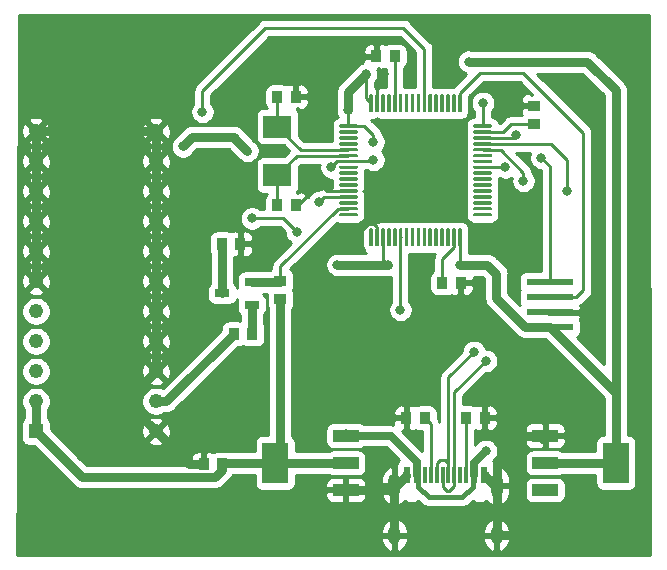
<source format=gbr>
%TF.GenerationSoftware,KiCad,Pcbnew,(5.1.8)-1*%
%TF.CreationDate,2021-05-15T14:33:14+08:00*%
%TF.ProjectId,ccd_with_stm32,6363645f-7769-4746-985f-73746d33322e,rev?*%
%TF.SameCoordinates,Original*%
%TF.FileFunction,Copper,L1,Top*%
%TF.FilePolarity,Positive*%
%FSLAX46Y46*%
G04 Gerber Fmt 4.6, Leading zero omitted, Abs format (unit mm)*
G04 Created by KiCad (PCBNEW (5.1.8)-1) date 2021-05-15 14:33:14*
%MOMM*%
%LPD*%
G01*
G04 APERTURE LIST*
%TA.AperFunction,SMDPad,CuDef*%
%ADD10R,2.400000X1.900000*%
%TD*%
%TA.AperFunction,SMDPad,CuDef*%
%ADD11R,2.200000X1.000000*%
%TD*%
%TA.AperFunction,SMDPad,CuDef*%
%ADD12R,2.200000X3.500000*%
%TD*%
%TA.AperFunction,SMDPad,CuDef*%
%ADD13R,0.600000X1.450000*%
%TD*%
%TA.AperFunction,SMDPad,CuDef*%
%ADD14R,0.300000X1.450000*%
%TD*%
%TA.AperFunction,ComponentPad*%
%ADD15O,1.000000X2.100000*%
%TD*%
%TA.AperFunction,ComponentPad*%
%ADD16O,1.000000X1.600000*%
%TD*%
%TA.AperFunction,SMDPad,CuDef*%
%ADD17R,1.250000X0.700000*%
%TD*%
%TA.AperFunction,SMDPad,CuDef*%
%ADD18R,0.930000X0.980000*%
%TD*%
%TA.AperFunction,SMDPad,CuDef*%
%ADD19R,0.980000X0.930000*%
%TD*%
%TA.AperFunction,SMDPad,CuDef*%
%ADD20R,4.000000X0.600000*%
%TD*%
%TA.AperFunction,ComponentPad*%
%ADD21R,1.220000X1.220000*%
%TD*%
%TA.AperFunction,ComponentPad*%
%ADD22C,1.220000*%
%TD*%
%TA.AperFunction,ViaPad*%
%ADD23C,0.800000*%
%TD*%
%TA.AperFunction,Conductor*%
%ADD24C,0.762000*%
%TD*%
%TA.AperFunction,Conductor*%
%ADD25C,0.254000*%
%TD*%
%TA.AperFunction,Conductor*%
%ADD26C,0.635000*%
%TD*%
%TA.AperFunction,Conductor*%
%ADD27C,0.381000*%
%TD*%
%TA.AperFunction,Conductor*%
%ADD28C,0.100000*%
%TD*%
G04 APERTURE END LIST*
%TO.P,U1,64*%
%TO.N,/3v3_2*%
%TA.AperFunction,SMDPad,CuDef*%
G36*
G01*
X100240000Y-109960000D02*
X100240000Y-108560000D01*
G75*
G02*
X100315000Y-108485000I75000J0D01*
G01*
X100465000Y-108485000D01*
G75*
G02*
X100540000Y-108560000I0J-75000D01*
G01*
X100540000Y-109960000D01*
G75*
G02*
X100465000Y-110035000I-75000J0D01*
G01*
X100315000Y-110035000D01*
G75*
G02*
X100240000Y-109960000I0J75000D01*
G01*
G37*
%TD.AperFunction*%
%TO.P,U1,63*%
%TO.N,GND*%
%TA.AperFunction,SMDPad,CuDef*%
G36*
G01*
X100740000Y-109960000D02*
X100740000Y-108560000D01*
G75*
G02*
X100815000Y-108485000I75000J0D01*
G01*
X100965000Y-108485000D01*
G75*
G02*
X101040000Y-108560000I0J-75000D01*
G01*
X101040000Y-109960000D01*
G75*
G02*
X100965000Y-110035000I-75000J0D01*
G01*
X100815000Y-110035000D01*
G75*
G02*
X100740000Y-109960000I0J75000D01*
G01*
G37*
%TD.AperFunction*%
%TO.P,U1,62*%
%TO.N,Net-(U1-Pad62)*%
%TA.AperFunction,SMDPad,CuDef*%
G36*
G01*
X101240000Y-109960000D02*
X101240000Y-108560000D01*
G75*
G02*
X101315000Y-108485000I75000J0D01*
G01*
X101465000Y-108485000D01*
G75*
G02*
X101540000Y-108560000I0J-75000D01*
G01*
X101540000Y-109960000D01*
G75*
G02*
X101465000Y-110035000I-75000J0D01*
G01*
X101315000Y-110035000D01*
G75*
G02*
X101240000Y-109960000I0J75000D01*
G01*
G37*
%TD.AperFunction*%
%TO.P,U1,61*%
%TO.N,Net-(U1-Pad61)*%
%TA.AperFunction,SMDPad,CuDef*%
G36*
G01*
X101740000Y-109960000D02*
X101740000Y-108560000D01*
G75*
G02*
X101815000Y-108485000I75000J0D01*
G01*
X101965000Y-108485000D01*
G75*
G02*
X102040000Y-108560000I0J-75000D01*
G01*
X102040000Y-109960000D01*
G75*
G02*
X101965000Y-110035000I-75000J0D01*
G01*
X101815000Y-110035000D01*
G75*
G02*
X101740000Y-109960000I0J75000D01*
G01*
G37*
%TD.AperFunction*%
%TO.P,U1,60*%
%TO.N,Net-(R1-Pad2)*%
%TA.AperFunction,SMDPad,CuDef*%
G36*
G01*
X102240000Y-109960000D02*
X102240000Y-108560000D01*
G75*
G02*
X102315000Y-108485000I75000J0D01*
G01*
X102465000Y-108485000D01*
G75*
G02*
X102540000Y-108560000I0J-75000D01*
G01*
X102540000Y-109960000D01*
G75*
G02*
X102465000Y-110035000I-75000J0D01*
G01*
X102315000Y-110035000D01*
G75*
G02*
X102240000Y-109960000I0J75000D01*
G01*
G37*
%TD.AperFunction*%
%TO.P,U1,59*%
%TO.N,Net-(U1-Pad59)*%
%TA.AperFunction,SMDPad,CuDef*%
G36*
G01*
X102740000Y-109960000D02*
X102740000Y-108560000D01*
G75*
G02*
X102815000Y-108485000I75000J0D01*
G01*
X102965000Y-108485000D01*
G75*
G02*
X103040000Y-108560000I0J-75000D01*
G01*
X103040000Y-109960000D01*
G75*
G02*
X102965000Y-110035000I-75000J0D01*
G01*
X102815000Y-110035000D01*
G75*
G02*
X102740000Y-109960000I0J75000D01*
G01*
G37*
%TD.AperFunction*%
%TO.P,U1,58*%
%TO.N,Net-(U1-Pad58)*%
%TA.AperFunction,SMDPad,CuDef*%
G36*
G01*
X103240000Y-109960000D02*
X103240000Y-108560000D01*
G75*
G02*
X103315000Y-108485000I75000J0D01*
G01*
X103465000Y-108485000D01*
G75*
G02*
X103540000Y-108560000I0J-75000D01*
G01*
X103540000Y-109960000D01*
G75*
G02*
X103465000Y-110035000I-75000J0D01*
G01*
X103315000Y-110035000D01*
G75*
G02*
X103240000Y-109960000I0J75000D01*
G01*
G37*
%TD.AperFunction*%
%TO.P,U1,57*%
%TO.N,Net-(U1-Pad57)*%
%TA.AperFunction,SMDPad,CuDef*%
G36*
G01*
X103740000Y-109960000D02*
X103740000Y-108560000D01*
G75*
G02*
X103815000Y-108485000I75000J0D01*
G01*
X103965000Y-108485000D01*
G75*
G02*
X104040000Y-108560000I0J-75000D01*
G01*
X104040000Y-109960000D01*
G75*
G02*
X103965000Y-110035000I-75000J0D01*
G01*
X103815000Y-110035000D01*
G75*
G02*
X103740000Y-109960000I0J75000D01*
G01*
G37*
%TD.AperFunction*%
%TO.P,U1,56*%
%TO.N,Net-(U1-Pad56)*%
%TA.AperFunction,SMDPad,CuDef*%
G36*
G01*
X104240000Y-109960000D02*
X104240000Y-108560000D01*
G75*
G02*
X104315000Y-108485000I75000J0D01*
G01*
X104465000Y-108485000D01*
G75*
G02*
X104540000Y-108560000I0J-75000D01*
G01*
X104540000Y-109960000D01*
G75*
G02*
X104465000Y-110035000I-75000J0D01*
G01*
X104315000Y-110035000D01*
G75*
G02*
X104240000Y-109960000I0J75000D01*
G01*
G37*
%TD.AperFunction*%
%TO.P,U1,55*%
%TO.N,/M*%
%TA.AperFunction,SMDPad,CuDef*%
G36*
G01*
X104740000Y-109960000D02*
X104740000Y-108560000D01*
G75*
G02*
X104815000Y-108485000I75000J0D01*
G01*
X104965000Y-108485000D01*
G75*
G02*
X105040000Y-108560000I0J-75000D01*
G01*
X105040000Y-109960000D01*
G75*
G02*
X104965000Y-110035000I-75000J0D01*
G01*
X104815000Y-110035000D01*
G75*
G02*
X104740000Y-109960000I0J75000D01*
G01*
G37*
%TD.AperFunction*%
%TO.P,U1,54*%
%TO.N,Net-(U1-Pad54)*%
%TA.AperFunction,SMDPad,CuDef*%
G36*
G01*
X105240000Y-109960000D02*
X105240000Y-108560000D01*
G75*
G02*
X105315000Y-108485000I75000J0D01*
G01*
X105465000Y-108485000D01*
G75*
G02*
X105540000Y-108560000I0J-75000D01*
G01*
X105540000Y-109960000D01*
G75*
G02*
X105465000Y-110035000I-75000J0D01*
G01*
X105315000Y-110035000D01*
G75*
G02*
X105240000Y-109960000I0J75000D01*
G01*
G37*
%TD.AperFunction*%
%TO.P,U1,53*%
%TO.N,Net-(U1-Pad53)*%
%TA.AperFunction,SMDPad,CuDef*%
G36*
G01*
X105740000Y-109960000D02*
X105740000Y-108560000D01*
G75*
G02*
X105815000Y-108485000I75000J0D01*
G01*
X105965000Y-108485000D01*
G75*
G02*
X106040000Y-108560000I0J-75000D01*
G01*
X106040000Y-109960000D01*
G75*
G02*
X105965000Y-110035000I-75000J0D01*
G01*
X105815000Y-110035000D01*
G75*
G02*
X105740000Y-109960000I0J75000D01*
G01*
G37*
%TD.AperFunction*%
%TO.P,U1,52*%
%TO.N,Net-(U1-Pad52)*%
%TA.AperFunction,SMDPad,CuDef*%
G36*
G01*
X106240000Y-109960000D02*
X106240000Y-108560000D01*
G75*
G02*
X106315000Y-108485000I75000J0D01*
G01*
X106465000Y-108485000D01*
G75*
G02*
X106540000Y-108560000I0J-75000D01*
G01*
X106540000Y-109960000D01*
G75*
G02*
X106465000Y-110035000I-75000J0D01*
G01*
X106315000Y-110035000D01*
G75*
G02*
X106240000Y-109960000I0J75000D01*
G01*
G37*
%TD.AperFunction*%
%TO.P,U1,51*%
%TO.N,Net-(U1-Pad51)*%
%TA.AperFunction,SMDPad,CuDef*%
G36*
G01*
X106740000Y-109960000D02*
X106740000Y-108560000D01*
G75*
G02*
X106815000Y-108485000I75000J0D01*
G01*
X106965000Y-108485000D01*
G75*
G02*
X107040000Y-108560000I0J-75000D01*
G01*
X107040000Y-109960000D01*
G75*
G02*
X106965000Y-110035000I-75000J0D01*
G01*
X106815000Y-110035000D01*
G75*
G02*
X106740000Y-109960000I0J75000D01*
G01*
G37*
%TD.AperFunction*%
%TO.P,U1,50*%
%TO.N,Net-(U1-Pad50)*%
%TA.AperFunction,SMDPad,CuDef*%
G36*
G01*
X107240000Y-109960000D02*
X107240000Y-108560000D01*
G75*
G02*
X107315000Y-108485000I75000J0D01*
G01*
X107465000Y-108485000D01*
G75*
G02*
X107540000Y-108560000I0J-75000D01*
G01*
X107540000Y-109960000D01*
G75*
G02*
X107465000Y-110035000I-75000J0D01*
G01*
X107315000Y-110035000D01*
G75*
G02*
X107240000Y-109960000I0J75000D01*
G01*
G37*
%TD.AperFunction*%
%TO.P,U1,49*%
%TO.N,/SWCLK*%
%TA.AperFunction,SMDPad,CuDef*%
G36*
G01*
X107740000Y-109960000D02*
X107740000Y-108560000D01*
G75*
G02*
X107815000Y-108485000I75000J0D01*
G01*
X107965000Y-108485000D01*
G75*
G02*
X108040000Y-108560000I0J-75000D01*
G01*
X108040000Y-109960000D01*
G75*
G02*
X107965000Y-110035000I-75000J0D01*
G01*
X107815000Y-110035000D01*
G75*
G02*
X107740000Y-109960000I0J75000D01*
G01*
G37*
%TD.AperFunction*%
%TO.P,U1,48*%
%TO.N,/3v3_2*%
%TA.AperFunction,SMDPad,CuDef*%
G36*
G01*
X109040000Y-111260000D02*
X109040000Y-111110000D01*
G75*
G02*
X109115000Y-111035000I75000J0D01*
G01*
X110515000Y-111035000D01*
G75*
G02*
X110590000Y-111110000I0J-75000D01*
G01*
X110590000Y-111260000D01*
G75*
G02*
X110515000Y-111335000I-75000J0D01*
G01*
X109115000Y-111335000D01*
G75*
G02*
X109040000Y-111260000I0J75000D01*
G01*
G37*
%TD.AperFunction*%
%TO.P,U1,47*%
%TO.N,Net-(C10-Pad2)*%
%TA.AperFunction,SMDPad,CuDef*%
G36*
G01*
X109040000Y-111760000D02*
X109040000Y-111610000D01*
G75*
G02*
X109115000Y-111535000I75000J0D01*
G01*
X110515000Y-111535000D01*
G75*
G02*
X110590000Y-111610000I0J-75000D01*
G01*
X110590000Y-111760000D01*
G75*
G02*
X110515000Y-111835000I-75000J0D01*
G01*
X109115000Y-111835000D01*
G75*
G02*
X109040000Y-111760000I0J75000D01*
G01*
G37*
%TD.AperFunction*%
%TO.P,U1,46*%
%TO.N,/SWDIO*%
%TA.AperFunction,SMDPad,CuDef*%
G36*
G01*
X109040000Y-112260000D02*
X109040000Y-112110000D01*
G75*
G02*
X109115000Y-112035000I75000J0D01*
G01*
X110515000Y-112035000D01*
G75*
G02*
X110590000Y-112110000I0J-75000D01*
G01*
X110590000Y-112260000D01*
G75*
G02*
X110515000Y-112335000I-75000J0D01*
G01*
X109115000Y-112335000D01*
G75*
G02*
X109040000Y-112260000I0J75000D01*
G01*
G37*
%TD.AperFunction*%
%TO.P,U1,45*%
%TO.N,/DP*%
%TA.AperFunction,SMDPad,CuDef*%
G36*
G01*
X109040000Y-112760000D02*
X109040000Y-112610000D01*
G75*
G02*
X109115000Y-112535000I75000J0D01*
G01*
X110515000Y-112535000D01*
G75*
G02*
X110590000Y-112610000I0J-75000D01*
G01*
X110590000Y-112760000D01*
G75*
G02*
X110515000Y-112835000I-75000J0D01*
G01*
X109115000Y-112835000D01*
G75*
G02*
X109040000Y-112760000I0J75000D01*
G01*
G37*
%TD.AperFunction*%
%TO.P,U1,44*%
%TO.N,/DM*%
%TA.AperFunction,SMDPad,CuDef*%
G36*
G01*
X109040000Y-113260000D02*
X109040000Y-113110000D01*
G75*
G02*
X109115000Y-113035000I75000J0D01*
G01*
X110515000Y-113035000D01*
G75*
G02*
X110590000Y-113110000I0J-75000D01*
G01*
X110590000Y-113260000D01*
G75*
G02*
X110515000Y-113335000I-75000J0D01*
G01*
X109115000Y-113335000D01*
G75*
G02*
X109040000Y-113260000I0J75000D01*
G01*
G37*
%TD.AperFunction*%
%TO.P,U1,43*%
%TO.N,Net-(U1-Pad43)*%
%TA.AperFunction,SMDPad,CuDef*%
G36*
G01*
X109040000Y-113760000D02*
X109040000Y-113610000D01*
G75*
G02*
X109115000Y-113535000I75000J0D01*
G01*
X110515000Y-113535000D01*
G75*
G02*
X110590000Y-113610000I0J-75000D01*
G01*
X110590000Y-113760000D01*
G75*
G02*
X110515000Y-113835000I-75000J0D01*
G01*
X109115000Y-113835000D01*
G75*
G02*
X109040000Y-113760000I0J75000D01*
G01*
G37*
%TD.AperFunction*%
%TO.P,U1,42*%
%TO.N,Net-(U1-Pad42)*%
%TA.AperFunction,SMDPad,CuDef*%
G36*
G01*
X109040000Y-114260000D02*
X109040000Y-114110000D01*
G75*
G02*
X109115000Y-114035000I75000J0D01*
G01*
X110515000Y-114035000D01*
G75*
G02*
X110590000Y-114110000I0J-75000D01*
G01*
X110590000Y-114260000D01*
G75*
G02*
X110515000Y-114335000I-75000J0D01*
G01*
X109115000Y-114335000D01*
G75*
G02*
X109040000Y-114260000I0J75000D01*
G01*
G37*
%TD.AperFunction*%
%TO.P,U1,41*%
%TO.N,/ICG*%
%TA.AperFunction,SMDPad,CuDef*%
G36*
G01*
X109040000Y-114760000D02*
X109040000Y-114610000D01*
G75*
G02*
X109115000Y-114535000I75000J0D01*
G01*
X110515000Y-114535000D01*
G75*
G02*
X110590000Y-114610000I0J-75000D01*
G01*
X110590000Y-114760000D01*
G75*
G02*
X110515000Y-114835000I-75000J0D01*
G01*
X109115000Y-114835000D01*
G75*
G02*
X109040000Y-114760000I0J75000D01*
G01*
G37*
%TD.AperFunction*%
%TO.P,U1,40*%
%TO.N,Net-(U1-Pad40)*%
%TA.AperFunction,SMDPad,CuDef*%
G36*
G01*
X109040000Y-115260000D02*
X109040000Y-115110000D01*
G75*
G02*
X109115000Y-115035000I75000J0D01*
G01*
X110515000Y-115035000D01*
G75*
G02*
X110590000Y-115110000I0J-75000D01*
G01*
X110590000Y-115260000D01*
G75*
G02*
X110515000Y-115335000I-75000J0D01*
G01*
X109115000Y-115335000D01*
G75*
G02*
X109040000Y-115260000I0J75000D01*
G01*
G37*
%TD.AperFunction*%
%TO.P,U1,39*%
%TO.N,Net-(U1-Pad39)*%
%TA.AperFunction,SMDPad,CuDef*%
G36*
G01*
X109040000Y-115760000D02*
X109040000Y-115610000D01*
G75*
G02*
X109115000Y-115535000I75000J0D01*
G01*
X110515000Y-115535000D01*
G75*
G02*
X110590000Y-115610000I0J-75000D01*
G01*
X110590000Y-115760000D01*
G75*
G02*
X110515000Y-115835000I-75000J0D01*
G01*
X109115000Y-115835000D01*
G75*
G02*
X109040000Y-115760000I0J75000D01*
G01*
G37*
%TD.AperFunction*%
%TO.P,U1,38*%
%TO.N,Net-(U1-Pad38)*%
%TA.AperFunction,SMDPad,CuDef*%
G36*
G01*
X109040000Y-116260000D02*
X109040000Y-116110000D01*
G75*
G02*
X109115000Y-116035000I75000J0D01*
G01*
X110515000Y-116035000D01*
G75*
G02*
X110590000Y-116110000I0J-75000D01*
G01*
X110590000Y-116260000D01*
G75*
G02*
X110515000Y-116335000I-75000J0D01*
G01*
X109115000Y-116335000D01*
G75*
G02*
X109040000Y-116260000I0J75000D01*
G01*
G37*
%TD.AperFunction*%
%TO.P,U1,37*%
%TO.N,Net-(U1-Pad37)*%
%TA.AperFunction,SMDPad,CuDef*%
G36*
G01*
X109040000Y-116760000D02*
X109040000Y-116610000D01*
G75*
G02*
X109115000Y-116535000I75000J0D01*
G01*
X110515000Y-116535000D01*
G75*
G02*
X110590000Y-116610000I0J-75000D01*
G01*
X110590000Y-116760000D01*
G75*
G02*
X110515000Y-116835000I-75000J0D01*
G01*
X109115000Y-116835000D01*
G75*
G02*
X109040000Y-116760000I0J75000D01*
G01*
G37*
%TD.AperFunction*%
%TO.P,U1,36*%
%TO.N,Net-(U1-Pad36)*%
%TA.AperFunction,SMDPad,CuDef*%
G36*
G01*
X109040000Y-117260000D02*
X109040000Y-117110000D01*
G75*
G02*
X109115000Y-117035000I75000J0D01*
G01*
X110515000Y-117035000D01*
G75*
G02*
X110590000Y-117110000I0J-75000D01*
G01*
X110590000Y-117260000D01*
G75*
G02*
X110515000Y-117335000I-75000J0D01*
G01*
X109115000Y-117335000D01*
G75*
G02*
X109040000Y-117260000I0J75000D01*
G01*
G37*
%TD.AperFunction*%
%TO.P,U1,35*%
%TO.N,Net-(U1-Pad35)*%
%TA.AperFunction,SMDPad,CuDef*%
G36*
G01*
X109040000Y-117760000D02*
X109040000Y-117610000D01*
G75*
G02*
X109115000Y-117535000I75000J0D01*
G01*
X110515000Y-117535000D01*
G75*
G02*
X110590000Y-117610000I0J-75000D01*
G01*
X110590000Y-117760000D01*
G75*
G02*
X110515000Y-117835000I-75000J0D01*
G01*
X109115000Y-117835000D01*
G75*
G02*
X109040000Y-117760000I0J75000D01*
G01*
G37*
%TD.AperFunction*%
%TO.P,U1,34*%
%TO.N,Net-(U1-Pad34)*%
%TA.AperFunction,SMDPad,CuDef*%
G36*
G01*
X109040000Y-118260000D02*
X109040000Y-118110000D01*
G75*
G02*
X109115000Y-118035000I75000J0D01*
G01*
X110515000Y-118035000D01*
G75*
G02*
X110590000Y-118110000I0J-75000D01*
G01*
X110590000Y-118260000D01*
G75*
G02*
X110515000Y-118335000I-75000J0D01*
G01*
X109115000Y-118335000D01*
G75*
G02*
X109040000Y-118260000I0J75000D01*
G01*
G37*
%TD.AperFunction*%
%TO.P,U1,33*%
%TO.N,Net-(U1-Pad33)*%
%TA.AperFunction,SMDPad,CuDef*%
G36*
G01*
X109040000Y-118760000D02*
X109040000Y-118610000D01*
G75*
G02*
X109115000Y-118535000I75000J0D01*
G01*
X110515000Y-118535000D01*
G75*
G02*
X110590000Y-118610000I0J-75000D01*
G01*
X110590000Y-118760000D01*
G75*
G02*
X110515000Y-118835000I-75000J0D01*
G01*
X109115000Y-118835000D01*
G75*
G02*
X109040000Y-118760000I0J75000D01*
G01*
G37*
%TD.AperFunction*%
%TO.P,U1,32*%
%TO.N,/3v3_2*%
%TA.AperFunction,SMDPad,CuDef*%
G36*
G01*
X107740000Y-121310000D02*
X107740000Y-119910000D01*
G75*
G02*
X107815000Y-119835000I75000J0D01*
G01*
X107965000Y-119835000D01*
G75*
G02*
X108040000Y-119910000I0J-75000D01*
G01*
X108040000Y-121310000D01*
G75*
G02*
X107965000Y-121385000I-75000J0D01*
G01*
X107815000Y-121385000D01*
G75*
G02*
X107740000Y-121310000I0J75000D01*
G01*
G37*
%TD.AperFunction*%
%TO.P,U1,31*%
%TO.N,Net-(C7-Pad2)*%
%TA.AperFunction,SMDPad,CuDef*%
G36*
G01*
X107240000Y-121310000D02*
X107240000Y-119910000D01*
G75*
G02*
X107315000Y-119835000I75000J0D01*
G01*
X107465000Y-119835000D01*
G75*
G02*
X107540000Y-119910000I0J-75000D01*
G01*
X107540000Y-121310000D01*
G75*
G02*
X107465000Y-121385000I-75000J0D01*
G01*
X107315000Y-121385000D01*
G75*
G02*
X107240000Y-121310000I0J75000D01*
G01*
G37*
%TD.AperFunction*%
%TO.P,U1,30*%
%TO.N,Net-(U1-Pad30)*%
%TA.AperFunction,SMDPad,CuDef*%
G36*
G01*
X106740000Y-121310000D02*
X106740000Y-119910000D01*
G75*
G02*
X106815000Y-119835000I75000J0D01*
G01*
X106965000Y-119835000D01*
G75*
G02*
X107040000Y-119910000I0J-75000D01*
G01*
X107040000Y-121310000D01*
G75*
G02*
X106965000Y-121385000I-75000J0D01*
G01*
X106815000Y-121385000D01*
G75*
G02*
X106740000Y-121310000I0J75000D01*
G01*
G37*
%TD.AperFunction*%
%TO.P,U1,29*%
%TO.N,Net-(U1-Pad29)*%
%TA.AperFunction,SMDPad,CuDef*%
G36*
G01*
X106240000Y-121310000D02*
X106240000Y-119910000D01*
G75*
G02*
X106315000Y-119835000I75000J0D01*
G01*
X106465000Y-119835000D01*
G75*
G02*
X106540000Y-119910000I0J-75000D01*
G01*
X106540000Y-121310000D01*
G75*
G02*
X106465000Y-121385000I-75000J0D01*
G01*
X106315000Y-121385000D01*
G75*
G02*
X106240000Y-121310000I0J75000D01*
G01*
G37*
%TD.AperFunction*%
%TO.P,U1,28*%
%TO.N,Net-(U1-Pad28)*%
%TA.AperFunction,SMDPad,CuDef*%
G36*
G01*
X105740000Y-121310000D02*
X105740000Y-119910000D01*
G75*
G02*
X105815000Y-119835000I75000J0D01*
G01*
X105965000Y-119835000D01*
G75*
G02*
X106040000Y-119910000I0J-75000D01*
G01*
X106040000Y-121310000D01*
G75*
G02*
X105965000Y-121385000I-75000J0D01*
G01*
X105815000Y-121385000D01*
G75*
G02*
X105740000Y-121310000I0J75000D01*
G01*
G37*
%TD.AperFunction*%
%TO.P,U1,27*%
%TO.N,Net-(U1-Pad27)*%
%TA.AperFunction,SMDPad,CuDef*%
G36*
G01*
X105240000Y-121310000D02*
X105240000Y-119910000D01*
G75*
G02*
X105315000Y-119835000I75000J0D01*
G01*
X105465000Y-119835000D01*
G75*
G02*
X105540000Y-119910000I0J-75000D01*
G01*
X105540000Y-121310000D01*
G75*
G02*
X105465000Y-121385000I-75000J0D01*
G01*
X105315000Y-121385000D01*
G75*
G02*
X105240000Y-121310000I0J75000D01*
G01*
G37*
%TD.AperFunction*%
%TO.P,U1,26*%
%TO.N,Net-(U1-Pad26)*%
%TA.AperFunction,SMDPad,CuDef*%
G36*
G01*
X104740000Y-121310000D02*
X104740000Y-119910000D01*
G75*
G02*
X104815000Y-119835000I75000J0D01*
G01*
X104965000Y-119835000D01*
G75*
G02*
X105040000Y-119910000I0J-75000D01*
G01*
X105040000Y-121310000D01*
G75*
G02*
X104965000Y-121385000I-75000J0D01*
G01*
X104815000Y-121385000D01*
G75*
G02*
X104740000Y-121310000I0J75000D01*
G01*
G37*
%TD.AperFunction*%
%TO.P,U1,25*%
%TO.N,Net-(U1-Pad25)*%
%TA.AperFunction,SMDPad,CuDef*%
G36*
G01*
X104240000Y-121310000D02*
X104240000Y-119910000D01*
G75*
G02*
X104315000Y-119835000I75000J0D01*
G01*
X104465000Y-119835000D01*
G75*
G02*
X104540000Y-119910000I0J-75000D01*
G01*
X104540000Y-121310000D01*
G75*
G02*
X104465000Y-121385000I-75000J0D01*
G01*
X104315000Y-121385000D01*
G75*
G02*
X104240000Y-121310000I0J75000D01*
G01*
G37*
%TD.AperFunction*%
%TO.P,U1,24*%
%TO.N,Net-(U1-Pad24)*%
%TA.AperFunction,SMDPad,CuDef*%
G36*
G01*
X103740000Y-121310000D02*
X103740000Y-119910000D01*
G75*
G02*
X103815000Y-119835000I75000J0D01*
G01*
X103965000Y-119835000D01*
G75*
G02*
X104040000Y-119910000I0J-75000D01*
G01*
X104040000Y-121310000D01*
G75*
G02*
X103965000Y-121385000I-75000J0D01*
G01*
X103815000Y-121385000D01*
G75*
G02*
X103740000Y-121310000I0J75000D01*
G01*
G37*
%TD.AperFunction*%
%TO.P,U1,23*%
%TO.N,Net-(U1-Pad23)*%
%TA.AperFunction,SMDPad,CuDef*%
G36*
G01*
X103240000Y-121310000D02*
X103240000Y-119910000D01*
G75*
G02*
X103315000Y-119835000I75000J0D01*
G01*
X103465000Y-119835000D01*
G75*
G02*
X103540000Y-119910000I0J-75000D01*
G01*
X103540000Y-121310000D01*
G75*
G02*
X103465000Y-121385000I-75000J0D01*
G01*
X103315000Y-121385000D01*
G75*
G02*
X103240000Y-121310000I0J75000D01*
G01*
G37*
%TD.AperFunction*%
%TO.P,U1,22*%
%TO.N,/SH*%
%TA.AperFunction,SMDPad,CuDef*%
G36*
G01*
X102740000Y-121310000D02*
X102740000Y-119910000D01*
G75*
G02*
X102815000Y-119835000I75000J0D01*
G01*
X102965000Y-119835000D01*
G75*
G02*
X103040000Y-119910000I0J-75000D01*
G01*
X103040000Y-121310000D01*
G75*
G02*
X102965000Y-121385000I-75000J0D01*
G01*
X102815000Y-121385000D01*
G75*
G02*
X102740000Y-121310000I0J75000D01*
G01*
G37*
%TD.AperFunction*%
%TO.P,U1,21*%
%TO.N,Net-(U1-Pad21)*%
%TA.AperFunction,SMDPad,CuDef*%
G36*
G01*
X102240000Y-121310000D02*
X102240000Y-119910000D01*
G75*
G02*
X102315000Y-119835000I75000J0D01*
G01*
X102465000Y-119835000D01*
G75*
G02*
X102540000Y-119910000I0J-75000D01*
G01*
X102540000Y-121310000D01*
G75*
G02*
X102465000Y-121385000I-75000J0D01*
G01*
X102315000Y-121385000D01*
G75*
G02*
X102240000Y-121310000I0J75000D01*
G01*
G37*
%TD.AperFunction*%
%TO.P,U1,20*%
%TO.N,Net-(U1-Pad20)*%
%TA.AperFunction,SMDPad,CuDef*%
G36*
G01*
X101740000Y-121310000D02*
X101740000Y-119910000D01*
G75*
G02*
X101815000Y-119835000I75000J0D01*
G01*
X101965000Y-119835000D01*
G75*
G02*
X102040000Y-119910000I0J-75000D01*
G01*
X102040000Y-121310000D01*
G75*
G02*
X101965000Y-121385000I-75000J0D01*
G01*
X101815000Y-121385000D01*
G75*
G02*
X101740000Y-121310000I0J75000D01*
G01*
G37*
%TD.AperFunction*%
%TO.P,U1,19*%
%TO.N,/3v3_2*%
%TA.AperFunction,SMDPad,CuDef*%
G36*
G01*
X101240000Y-121310000D02*
X101240000Y-119910000D01*
G75*
G02*
X101315000Y-119835000I75000J0D01*
G01*
X101465000Y-119835000D01*
G75*
G02*
X101540000Y-119910000I0J-75000D01*
G01*
X101540000Y-121310000D01*
G75*
G02*
X101465000Y-121385000I-75000J0D01*
G01*
X101315000Y-121385000D01*
G75*
G02*
X101240000Y-121310000I0J75000D01*
G01*
G37*
%TD.AperFunction*%
%TO.P,U1,18*%
%TO.N,GND*%
%TA.AperFunction,SMDPad,CuDef*%
G36*
G01*
X100740000Y-121310000D02*
X100740000Y-119910000D01*
G75*
G02*
X100815000Y-119835000I75000J0D01*
G01*
X100965000Y-119835000D01*
G75*
G02*
X101040000Y-119910000I0J-75000D01*
G01*
X101040000Y-121310000D01*
G75*
G02*
X100965000Y-121385000I-75000J0D01*
G01*
X100815000Y-121385000D01*
G75*
G02*
X100740000Y-121310000I0J75000D01*
G01*
G37*
%TD.AperFunction*%
%TO.P,U1,17*%
%TO.N,Net-(U1-Pad17)*%
%TA.AperFunction,SMDPad,CuDef*%
G36*
G01*
X100240000Y-121310000D02*
X100240000Y-119910000D01*
G75*
G02*
X100315000Y-119835000I75000J0D01*
G01*
X100465000Y-119835000D01*
G75*
G02*
X100540000Y-119910000I0J-75000D01*
G01*
X100540000Y-121310000D01*
G75*
G02*
X100465000Y-121385000I-75000J0D01*
G01*
X100315000Y-121385000D01*
G75*
G02*
X100240000Y-121310000I0J75000D01*
G01*
G37*
%TD.AperFunction*%
%TO.P,U1,16*%
%TO.N,Net-(U1-Pad16)*%
%TA.AperFunction,SMDPad,CuDef*%
G36*
G01*
X97690000Y-118760000D02*
X97690000Y-118610000D01*
G75*
G02*
X97765000Y-118535000I75000J0D01*
G01*
X99165000Y-118535000D01*
G75*
G02*
X99240000Y-118610000I0J-75000D01*
G01*
X99240000Y-118760000D01*
G75*
G02*
X99165000Y-118835000I-75000J0D01*
G01*
X97765000Y-118835000D01*
G75*
G02*
X97690000Y-118760000I0J75000D01*
G01*
G37*
%TD.AperFunction*%
%TO.P,U1,15*%
%TO.N,/ADC_in*%
%TA.AperFunction,SMDPad,CuDef*%
G36*
G01*
X97690000Y-118260000D02*
X97690000Y-118110000D01*
G75*
G02*
X97765000Y-118035000I75000J0D01*
G01*
X99165000Y-118035000D01*
G75*
G02*
X99240000Y-118110000I0J-75000D01*
G01*
X99240000Y-118260000D01*
G75*
G02*
X99165000Y-118335000I-75000J0D01*
G01*
X97765000Y-118335000D01*
G75*
G02*
X97690000Y-118260000I0J75000D01*
G01*
G37*
%TD.AperFunction*%
%TO.P,U1,14*%
%TO.N,Net-(U1-Pad14)*%
%TA.AperFunction,SMDPad,CuDef*%
G36*
G01*
X97690000Y-117760000D02*
X97690000Y-117610000D01*
G75*
G02*
X97765000Y-117535000I75000J0D01*
G01*
X99165000Y-117535000D01*
G75*
G02*
X99240000Y-117610000I0J-75000D01*
G01*
X99240000Y-117760000D01*
G75*
G02*
X99165000Y-117835000I-75000J0D01*
G01*
X97765000Y-117835000D01*
G75*
G02*
X97690000Y-117760000I0J75000D01*
G01*
G37*
%TD.AperFunction*%
%TO.P,U1,13*%
%TO.N,/3v3_2*%
%TA.AperFunction,SMDPad,CuDef*%
G36*
G01*
X97690000Y-117260000D02*
X97690000Y-117110000D01*
G75*
G02*
X97765000Y-117035000I75000J0D01*
G01*
X99165000Y-117035000D01*
G75*
G02*
X99240000Y-117110000I0J-75000D01*
G01*
X99240000Y-117260000D01*
G75*
G02*
X99165000Y-117335000I-75000J0D01*
G01*
X97765000Y-117335000D01*
G75*
G02*
X97690000Y-117260000I0J75000D01*
G01*
G37*
%TD.AperFunction*%
%TO.P,U1,12*%
%TO.N,GND*%
%TA.AperFunction,SMDPad,CuDef*%
G36*
G01*
X97690000Y-116760000D02*
X97690000Y-116610000D01*
G75*
G02*
X97765000Y-116535000I75000J0D01*
G01*
X99165000Y-116535000D01*
G75*
G02*
X99240000Y-116610000I0J-75000D01*
G01*
X99240000Y-116760000D01*
G75*
G02*
X99165000Y-116835000I-75000J0D01*
G01*
X97765000Y-116835000D01*
G75*
G02*
X97690000Y-116760000I0J75000D01*
G01*
G37*
%TD.AperFunction*%
%TO.P,U1,11*%
%TO.N,Net-(U1-Pad11)*%
%TA.AperFunction,SMDPad,CuDef*%
G36*
G01*
X97690000Y-116260000D02*
X97690000Y-116110000D01*
G75*
G02*
X97765000Y-116035000I75000J0D01*
G01*
X99165000Y-116035000D01*
G75*
G02*
X99240000Y-116110000I0J-75000D01*
G01*
X99240000Y-116260000D01*
G75*
G02*
X99165000Y-116335000I-75000J0D01*
G01*
X97765000Y-116335000D01*
G75*
G02*
X97690000Y-116260000I0J75000D01*
G01*
G37*
%TD.AperFunction*%
%TO.P,U1,10*%
%TO.N,Net-(U1-Pad10)*%
%TA.AperFunction,SMDPad,CuDef*%
G36*
G01*
X97690000Y-115760000D02*
X97690000Y-115610000D01*
G75*
G02*
X97765000Y-115535000I75000J0D01*
G01*
X99165000Y-115535000D01*
G75*
G02*
X99240000Y-115610000I0J-75000D01*
G01*
X99240000Y-115760000D01*
G75*
G02*
X99165000Y-115835000I-75000J0D01*
G01*
X97765000Y-115835000D01*
G75*
G02*
X97690000Y-115760000I0J75000D01*
G01*
G37*
%TD.AperFunction*%
%TO.P,U1,9*%
%TO.N,Net-(U1-Pad9)*%
%TA.AperFunction,SMDPad,CuDef*%
G36*
G01*
X97690000Y-115260000D02*
X97690000Y-115110000D01*
G75*
G02*
X97765000Y-115035000I75000J0D01*
G01*
X99165000Y-115035000D01*
G75*
G02*
X99240000Y-115110000I0J-75000D01*
G01*
X99240000Y-115260000D01*
G75*
G02*
X99165000Y-115335000I-75000J0D01*
G01*
X97765000Y-115335000D01*
G75*
G02*
X97690000Y-115260000I0J75000D01*
G01*
G37*
%TD.AperFunction*%
%TO.P,U1,8*%
%TO.N,Net-(U1-Pad8)*%
%TA.AperFunction,SMDPad,CuDef*%
G36*
G01*
X97690000Y-114760000D02*
X97690000Y-114610000D01*
G75*
G02*
X97765000Y-114535000I75000J0D01*
G01*
X99165000Y-114535000D01*
G75*
G02*
X99240000Y-114610000I0J-75000D01*
G01*
X99240000Y-114760000D01*
G75*
G02*
X99165000Y-114835000I-75000J0D01*
G01*
X97765000Y-114835000D01*
G75*
G02*
X97690000Y-114760000I0J75000D01*
G01*
G37*
%TD.AperFunction*%
%TO.P,U1,7*%
%TO.N,Net-(R2-Pad2)*%
%TA.AperFunction,SMDPad,CuDef*%
G36*
G01*
X97690000Y-114260000D02*
X97690000Y-114110000D01*
G75*
G02*
X97765000Y-114035000I75000J0D01*
G01*
X99165000Y-114035000D01*
G75*
G02*
X99240000Y-114110000I0J-75000D01*
G01*
X99240000Y-114260000D01*
G75*
G02*
X99165000Y-114335000I-75000J0D01*
G01*
X97765000Y-114335000D01*
G75*
G02*
X97690000Y-114260000I0J75000D01*
G01*
G37*
%TD.AperFunction*%
%TO.P,U1,6*%
%TO.N,Net-(C4-Pad2)*%
%TA.AperFunction,SMDPad,CuDef*%
G36*
G01*
X97690000Y-113760000D02*
X97690000Y-113610000D01*
G75*
G02*
X97765000Y-113535000I75000J0D01*
G01*
X99165000Y-113535000D01*
G75*
G02*
X99240000Y-113610000I0J-75000D01*
G01*
X99240000Y-113760000D01*
G75*
G02*
X99165000Y-113835000I-75000J0D01*
G01*
X97765000Y-113835000D01*
G75*
G02*
X97690000Y-113760000I0J75000D01*
G01*
G37*
%TD.AperFunction*%
%TO.P,U1,5*%
%TO.N,Net-(C3-Pad2)*%
%TA.AperFunction,SMDPad,CuDef*%
G36*
G01*
X97690000Y-113260000D02*
X97690000Y-113110000D01*
G75*
G02*
X97765000Y-113035000I75000J0D01*
G01*
X99165000Y-113035000D01*
G75*
G02*
X99240000Y-113110000I0J-75000D01*
G01*
X99240000Y-113260000D01*
G75*
G02*
X99165000Y-113335000I-75000J0D01*
G01*
X97765000Y-113335000D01*
G75*
G02*
X97690000Y-113260000I0J75000D01*
G01*
G37*
%TD.AperFunction*%
%TO.P,U1,4*%
%TO.N,Net-(U1-Pad4)*%
%TA.AperFunction,SMDPad,CuDef*%
G36*
G01*
X97690000Y-112760000D02*
X97690000Y-112610000D01*
G75*
G02*
X97765000Y-112535000I75000J0D01*
G01*
X99165000Y-112535000D01*
G75*
G02*
X99240000Y-112610000I0J-75000D01*
G01*
X99240000Y-112760000D01*
G75*
G02*
X99165000Y-112835000I-75000J0D01*
G01*
X97765000Y-112835000D01*
G75*
G02*
X97690000Y-112760000I0J75000D01*
G01*
G37*
%TD.AperFunction*%
%TO.P,U1,3*%
%TO.N,Net-(U1-Pad3)*%
%TA.AperFunction,SMDPad,CuDef*%
G36*
G01*
X97690000Y-112260000D02*
X97690000Y-112110000D01*
G75*
G02*
X97765000Y-112035000I75000J0D01*
G01*
X99165000Y-112035000D01*
G75*
G02*
X99240000Y-112110000I0J-75000D01*
G01*
X99240000Y-112260000D01*
G75*
G02*
X99165000Y-112335000I-75000J0D01*
G01*
X97765000Y-112335000D01*
G75*
G02*
X97690000Y-112260000I0J75000D01*
G01*
G37*
%TD.AperFunction*%
%TO.P,U1,2*%
%TO.N,Net-(U1-Pad2)*%
%TA.AperFunction,SMDPad,CuDef*%
G36*
G01*
X97690000Y-111760000D02*
X97690000Y-111610000D01*
G75*
G02*
X97765000Y-111535000I75000J0D01*
G01*
X99165000Y-111535000D01*
G75*
G02*
X99240000Y-111610000I0J-75000D01*
G01*
X99240000Y-111760000D01*
G75*
G02*
X99165000Y-111835000I-75000J0D01*
G01*
X97765000Y-111835000D01*
G75*
G02*
X97690000Y-111760000I0J75000D01*
G01*
G37*
%TD.AperFunction*%
%TO.P,U1,1*%
%TO.N,/3v3_2*%
%TA.AperFunction,SMDPad,CuDef*%
G36*
G01*
X97690000Y-111260000D02*
X97690000Y-111110000D01*
G75*
G02*
X97765000Y-111035000I75000J0D01*
G01*
X99165000Y-111035000D01*
G75*
G02*
X99240000Y-111110000I0J-75000D01*
G01*
X99240000Y-111260000D01*
G75*
G02*
X99165000Y-111335000I-75000J0D01*
G01*
X97765000Y-111335000D01*
G75*
G02*
X97690000Y-111260000I0J75000D01*
G01*
G37*
%TD.AperFunction*%
%TD*%
D10*
%TO.P,Y1,2*%
%TO.N,Net-(C3-Pad2)*%
X92456000Y-111234000D03*
%TO.P,Y1,1*%
%TO.N,Net-(C4-Pad2)*%
X92456000Y-115334000D03*
%TD*%
D11*
%TO.P,VR2,3*%
%TO.N,VCC*%
X98250000Y-137400000D03*
D12*
%TO.P,VR2,2*%
%TO.N,/3v3_1*%
X92250000Y-139700000D03*
D11*
X98250000Y-139700000D03*
%TO.P,VR2,1*%
%TO.N,GND*%
X98250000Y-142000000D03*
%TD*%
%TO.P,VR1,3*%
%TO.N,VCC*%
X115110000Y-142000000D03*
D12*
%TO.P,VR1,2*%
%TO.N,/3v3_2*%
X121110000Y-139700000D03*
D11*
X115110000Y-139700000D03*
%TO.P,VR1,1*%
%TO.N,GND*%
X115110000Y-137400000D03*
%TD*%
D13*
%TO.P,U4,B1*%
%TO.N,GND*%
X109930000Y-140735000D03*
%TO.P,U4,A9*%
%TO.N,VCC*%
X109130000Y-140735000D03*
%TO.P,U4,B9*%
X104230000Y-140735000D03*
%TO.P,U4,B12*%
%TO.N,GND*%
X103430000Y-140735000D03*
%TO.P,U4,A1*%
X103430000Y-140735000D03*
%TO.P,U4,A4*%
%TO.N,VCC*%
X104230000Y-140735000D03*
%TO.P,U4,B4*%
X109130000Y-140735000D03*
%TO.P,U4,A12*%
%TO.N,GND*%
X109930000Y-140735000D03*
D14*
%TO.P,U4,B8*%
%TO.N,Net-(U4-PadB8)*%
X104930000Y-140735000D03*
%TO.P,U4,A5*%
%TO.N,Net-(R8-Pad1)*%
X105430000Y-140735000D03*
%TO.P,U4,B7*%
%TO.N,/DM*%
X105930000Y-140735000D03*
%TO.P,U4,A7*%
X106930000Y-140735000D03*
%TO.P,U4,B6*%
%TO.N,/DP*%
X107430000Y-140735000D03*
%TO.P,U4,A8*%
%TO.N,Net-(U4-PadA8)*%
X107930000Y-140735000D03*
%TO.P,U4,B5*%
%TO.N,Net-(R4-Pad2)*%
X108430000Y-140735000D03*
%TO.P,U4,A6*%
%TO.N,/DP*%
X106430000Y-140735000D03*
D15*
%TO.P,U4,S1*%
%TO.N,GND*%
X111000000Y-141650000D03*
X102360000Y-141650000D03*
D16*
X102360000Y-145830000D03*
X111000000Y-145830000D03*
%TD*%
D17*
%TO.P,U3,3*%
%TO.N,Net-(R7-Pad1)*%
X87777000Y-125349000D03*
%TO.P,U3,2*%
%TO.N,/ADC_in*%
X90277000Y-124399000D03*
%TO.P,U3,1*%
%TO.N,Net-(R5-Pad2)*%
X90277000Y-126299000D03*
%TD*%
D18*
%TO.P,R8,2*%
%TO.N,GND*%
X103370000Y-135890000D03*
%TO.P,R8,1*%
%TO.N,Net-(R8-Pad1)*%
X104910000Y-135890000D03*
%TD*%
%TO.P,R7,2*%
%TO.N,GND*%
X89289000Y-121158000D03*
%TO.P,R7,1*%
%TO.N,Net-(R7-Pad1)*%
X87749000Y-121158000D03*
%TD*%
D19*
%TO.P,R6,2*%
%TO.N,/ADC_in*%
X92710000Y-124325000D03*
%TO.P,R6,1*%
%TO.N,/3v3_1*%
X92710000Y-125865000D03*
%TD*%
D18*
%TO.P,R5,2*%
%TO.N,Net-(R5-Pad2)*%
X90305000Y-128778000D03*
%TO.P,R5,1*%
%TO.N,Net-(IC1-Pad21)*%
X88765000Y-128778000D03*
%TD*%
%TO.P,R4,2*%
%TO.N,Net-(R4-Pad2)*%
X108450000Y-135890000D03*
%TO.P,R4,1*%
%TO.N,GND*%
X109990000Y-135890000D03*
%TD*%
%TO.P,R1,2*%
%TO.N,Net-(R1-Pad2)*%
X102370000Y-105283000D03*
%TO.P,R1,1*%
%TO.N,GND*%
X100830000Y-105283000D03*
%TD*%
D20*
%TO.P,j1,1*%
%TO.N,/3v3_2*%
X115515600Y-128216660D03*
%TO.P,j1,2*%
%TO.N,GND*%
X115515600Y-126946660D03*
%TO.P,j1,3*%
%TO.N,/SWCLK*%
X115515600Y-125676660D03*
%TO.P,j1,4*%
%TO.N,/SWDIO*%
X115515600Y-124406660D03*
%TD*%
D21*
%TO.P,IC1,1*%
%TO.N,/3v3_1*%
X72009000Y-137033000D03*
D22*
%TO.P,IC1,2*%
X72009000Y-134493000D03*
%TO.P,IC1,3*%
%TO.N,Net-(IC1-Pad3)*%
X72009000Y-131953000D03*
%TO.P,IC1,4*%
%TO.N,Net-(IC1-Pad4)*%
X72009000Y-129413000D03*
%TO.P,IC1,5*%
%TO.N,Net-(IC1-Pad5)*%
X72009000Y-126873000D03*
%TO.P,IC1,6*%
%TO.N,GND*%
X72009000Y-124333000D03*
%TO.P,IC1,7*%
X72009000Y-121793000D03*
%TO.P,IC1,8*%
X72009000Y-119253000D03*
%TO.P,IC1,9*%
X72009000Y-116713000D03*
%TO.P,IC1,10*%
X72009000Y-114173000D03*
%TO.P,IC1,11*%
X72009000Y-111633000D03*
%TO.P,IC1,12*%
X82169000Y-111633000D03*
%TO.P,IC1,13*%
X82169000Y-114173000D03*
%TO.P,IC1,14*%
X82169000Y-116713000D03*
%TO.P,IC1,15*%
X82169000Y-119253000D03*
%TO.P,IC1,16*%
X82169000Y-121793000D03*
%TO.P,IC1,17*%
X82169000Y-124333000D03*
%TO.P,IC1,18*%
X82169000Y-126873000D03*
%TO.P,IC1,19*%
X82169000Y-129413000D03*
%TO.P,IC1,20*%
X82169000Y-131953000D03*
%TO.P,IC1,21*%
%TO.N,Net-(IC1-Pad21)*%
X82169000Y-134493000D03*
%TO.P,IC1,22*%
%TO.N,GND*%
X82169000Y-137033000D03*
%TD*%
D18*
%TO.P,C16,2*%
%TO.N,GND*%
X86225000Y-139827000D03*
%TO.P,C16,1*%
%TO.N,/3v3_1*%
X87765000Y-139827000D03*
%TD*%
D19*
%TO.P,C10,2*%
%TO.N,Net-(C10-Pad2)*%
X114173000Y-111006000D03*
%TO.P,C10,1*%
%TO.N,GND*%
X114173000Y-109466000D03*
%TD*%
D18*
%TO.P,C7,2*%
%TO.N,Net-(C7-Pad2)*%
X106418000Y-124460000D03*
%TO.P,C7,1*%
%TO.N,GND*%
X107958000Y-124460000D03*
%TD*%
%TO.P,C4,2*%
%TO.N,Net-(C4-Pad2)*%
X92448000Y-117856000D03*
%TO.P,C4,1*%
%TO.N,GND*%
X93988000Y-117856000D03*
%TD*%
%TO.P,C3,2*%
%TO.N,Net-(C3-Pad2)*%
X92448000Y-108712000D03*
%TO.P,C3,1*%
%TO.N,GND*%
X93988000Y-108712000D03*
%TD*%
D23*
%TO.N,VCC*%
X98298000Y-137287000D03*
%TO.N,GND*%
X115062000Y-137795000D03*
X115062000Y-143518000D03*
X107958000Y-124460000D03*
X101473000Y-106807000D03*
X96012000Y-116078000D03*
X99568000Y-121666000D03*
X118999000Y-108458000D03*
X88138000Y-117094000D03*
X98250000Y-142000000D03*
%TO.N,VCC*%
X115110000Y-142000000D03*
X110109000Y-138684000D03*
%TO.N,/3v3_2*%
X96012000Y-117602000D03*
X98425000Y-109855000D03*
X99949000Y-106807000D03*
X109855000Y-109220000D03*
X101854000Y-122936000D03*
X107950000Y-122936000D03*
X97536000Y-122936000D03*
X100584000Y-112522000D03*
X108656999Y-105735999D03*
X115110000Y-139700000D03*
%TO.N,/3v3_1*%
X92710000Y-125865000D03*
X89916000Y-113284000D03*
X84455000Y-112903000D03*
X98250000Y-139700000D03*
%TO.N,/SWDIO*%
X114808000Y-113890500D03*
X112649000Y-111958000D03*
%TO.N,Net-(R2-Pad2)*%
X100584000Y-114054000D03*
X97028000Y-114681000D03*
%TO.N,/M*%
X86106000Y-109982000D03*
%TO.N,/DP*%
X110109000Y-131064000D03*
X116967000Y-116713000D03*
%TO.N,/DM*%
X109093000Y-130302000D03*
X113284000Y-115824000D03*
%TO.N,/ICG*%
X111760000Y-114681000D03*
%TO.N,/SH*%
X90297000Y-118999000D03*
X94107000Y-120142000D03*
X102870000Y-126746000D03*
%TD*%
D24*
%TO.N,GND*%
X102360000Y-145830000D02*
X102360000Y-141650000D01*
X111000000Y-145830000D02*
X111000000Y-141650000D01*
X103348999Y-140816001D02*
X103348999Y-140735000D01*
X102515000Y-141650000D02*
X103348999Y-140816001D01*
X102360000Y-141650000D02*
X102515000Y-141650000D01*
X110011001Y-140816001D02*
X110011001Y-140735000D01*
X110845000Y-141650000D02*
X110011001Y-140816001D01*
X111000000Y-141650000D02*
X110845000Y-141650000D01*
X102010000Y-142000000D02*
X102360000Y-141650000D01*
X98250000Y-142000000D02*
X98250000Y-142000000D01*
X113438000Y-137400000D02*
X115110000Y-137400000D01*
X111000000Y-139838000D02*
X113438000Y-137400000D01*
X111000000Y-141650000D02*
X111000000Y-139838000D01*
X115110000Y-137747000D02*
X115062000Y-137795000D01*
X115110000Y-137400000D02*
X115110000Y-137747000D01*
X112750000Y-145830000D02*
X115062000Y-143518000D01*
X111000000Y-145830000D02*
X112750000Y-145830000D01*
X84963000Y-139827000D02*
X82169000Y-137033000D01*
X86225000Y-139827000D02*
X84963000Y-139827000D01*
D25*
X103370000Y-135890000D02*
X103378000Y-135890000D01*
D24*
X72009000Y-124333000D02*
X72009000Y-121793000D01*
X72009000Y-121793000D02*
X72009000Y-118618000D01*
X72009000Y-118618000D02*
X72009000Y-119253000D01*
X72009000Y-119253000D02*
X72009000Y-116713000D01*
X72009000Y-116713000D02*
X72009000Y-114173000D01*
X72009000Y-114173000D02*
X72009000Y-111633000D01*
X72009000Y-111633000D02*
X82169000Y-111633000D01*
X82169000Y-111633000D02*
X82169000Y-114173000D01*
X82169000Y-114173000D02*
X82169000Y-116713000D01*
X82169000Y-116713000D02*
X82169000Y-119253000D01*
X82169000Y-119253000D02*
X82169000Y-121793000D01*
X82169000Y-121793000D02*
X82169000Y-124333000D01*
X82169000Y-124333000D02*
X82169000Y-126873000D01*
X82169000Y-126873000D02*
X82169000Y-129413000D01*
X82169000Y-129413000D02*
X82169000Y-131953000D01*
X80264000Y-135128000D02*
X82169000Y-137033000D01*
X80264000Y-133858000D02*
X80264000Y-135128000D01*
X82169000Y-131953000D02*
X80264000Y-133858000D01*
D25*
X100890000Y-109260000D02*
X100890000Y-107390000D01*
X100890000Y-107390000D02*
X101473000Y-106807000D01*
X96619000Y-116685000D02*
X96012000Y-116078000D01*
X98465000Y-116685000D02*
X96619000Y-116685000D01*
X94234000Y-117856000D02*
X93988000Y-117856000D01*
X96012000Y-116078000D02*
X94234000Y-117856000D01*
X100890000Y-119766472D02*
X100890000Y-120610000D01*
X100148482Y-119507990D02*
X100631518Y-119507990D01*
X100631518Y-119507990D02*
X100890000Y-119766472D01*
X99568000Y-120088472D02*
X100148482Y-119507990D01*
X99568000Y-121666000D02*
X99568000Y-120088472D01*
D24*
X98250000Y-142000000D02*
X102010000Y-142000000D01*
D26*
%TO.N,VCC*%
X109112499Y-139680501D02*
X109112499Y-140735000D01*
X110109000Y-138684000D02*
X109112499Y-139680501D01*
X104247501Y-139595999D02*
X104247501Y-140735000D01*
X102051502Y-137400000D02*
X104247501Y-139595999D01*
X98250000Y-137400000D02*
X102051502Y-137400000D01*
D27*
X108970501Y-140894499D02*
X109130000Y-140735000D01*
X108970501Y-141772401D02*
X108970501Y-140894499D01*
X105247606Y-142630508D02*
X108112394Y-142630508D01*
X104389499Y-141772401D02*
X105247606Y-142630508D01*
X104389499Y-140965499D02*
X104389499Y-141772401D01*
X108112394Y-142630508D02*
X108970501Y-141772401D01*
X104230000Y-140806000D02*
X104389499Y-140965499D01*
X104230000Y-140735000D02*
X104230000Y-140806000D01*
D24*
%TO.N,/3v3_2*%
X115110000Y-139700000D02*
X115110000Y-139700000D01*
X121110000Y-133811060D02*
X115515600Y-128216660D01*
X121110000Y-139700000D02*
X121110000Y-133811060D01*
D25*
X96429000Y-117185000D02*
X98465000Y-117185000D01*
X96012000Y-117602000D02*
X96429000Y-117185000D01*
X98425000Y-111145000D02*
X98465000Y-111185000D01*
X98425000Y-109855000D02*
X98425000Y-111145000D01*
X99949000Y-108819000D02*
X100390000Y-109260000D01*
X99949000Y-106807000D02*
X99949000Y-108819000D01*
X109855000Y-111145000D02*
X109815000Y-111185000D01*
X109855000Y-109220000D02*
X109855000Y-111145000D01*
X101390000Y-122472000D02*
X101390000Y-120610000D01*
X101854000Y-122936000D02*
X101390000Y-122472000D01*
X107950000Y-120670000D02*
X107890000Y-120610000D01*
X107950000Y-122936000D02*
X107950000Y-120670000D01*
D24*
X110236000Y-122936000D02*
X107950000Y-122936000D01*
X110998000Y-125774862D02*
X110998000Y-123698000D01*
X110998000Y-123698000D02*
X110236000Y-122936000D01*
X113439798Y-128216660D02*
X110998000Y-125774862D01*
X115515600Y-128216660D02*
X113439798Y-128216660D01*
X97536000Y-122936000D02*
X101854000Y-122936000D01*
X98425000Y-108331000D02*
X99949000Y-106807000D01*
X98425000Y-109855000D02*
X98425000Y-108331000D01*
D25*
X99812685Y-111185000D02*
X98465000Y-111185000D01*
X100584000Y-111956315D02*
X99812685Y-111185000D01*
X100584000Y-112522000D02*
X100584000Y-111956315D01*
D24*
X121110000Y-133811060D02*
X121110000Y-113586000D01*
X118689999Y-105735999D02*
X117403001Y-105735999D01*
X121110000Y-108156000D02*
X118689999Y-105735999D01*
X121110000Y-113586000D02*
X121110000Y-108156000D01*
X117403001Y-105735999D02*
X108656999Y-105735999D01*
X115110000Y-139700000D02*
X121110000Y-139700000D01*
D25*
%TO.N,Net-(C3-Pad2)*%
X94407000Y-113185000D02*
X98465000Y-113185000D01*
X92456000Y-111234000D02*
X94407000Y-113185000D01*
X92448000Y-111226000D02*
X92456000Y-111234000D01*
X92448000Y-108712000D02*
X92448000Y-111226000D01*
%TO.N,Net-(C4-Pad2)*%
X94105000Y-113685000D02*
X98465000Y-113685000D01*
X92456000Y-115334000D02*
X94105000Y-113685000D01*
X92448000Y-115342000D02*
X92456000Y-115334000D01*
X92448000Y-117856000D02*
X92448000Y-115342000D01*
%TO.N,Net-(C7-Pad2)*%
X107390000Y-121464000D02*
X107390000Y-120610000D01*
X106418000Y-122436000D02*
X107390000Y-121464000D01*
X106418000Y-124460000D02*
X106418000Y-122436000D01*
%TO.N,Net-(C10-Pad2)*%
X114173000Y-111006000D02*
X112260000Y-111006000D01*
X111581000Y-111685000D02*
X109815000Y-111685000D01*
X112260000Y-111006000D02*
X111581000Y-111685000D01*
D26*
%TO.N,/3v3_1*%
X98250000Y-139700000D02*
X98250000Y-139700000D01*
D24*
X98250000Y-139700000D02*
X92250000Y-139700000D01*
X87892000Y-139700000D02*
X87765000Y-139827000D01*
X92250000Y-139700000D02*
X87892000Y-139700000D01*
X75874001Y-140898001D02*
X72009000Y-137033000D01*
X87154801Y-140898001D02*
X75874001Y-140898001D01*
X87765000Y-140287802D02*
X87154801Y-140898001D01*
X87765000Y-139827000D02*
X87765000Y-140287802D01*
X92710000Y-139240000D02*
X92250000Y-139700000D01*
X92710000Y-125865000D02*
X92710000Y-139240000D01*
X72009000Y-137033000D02*
X72009000Y-134493000D01*
X89916000Y-113284000D02*
X88900000Y-112268000D01*
X88900000Y-112268000D02*
X88773000Y-112141000D01*
X85217000Y-112141000D02*
X84455000Y-112903000D01*
X88773000Y-112141000D02*
X85217000Y-112141000D01*
D26*
X98250000Y-139700000D02*
X98036000Y-139700000D01*
D24*
%TO.N,Net-(IC1-Pad21)*%
X83050000Y-134493000D02*
X88765000Y-128778000D01*
X82169000Y-134493000D02*
X83050000Y-134493000D01*
D25*
%TO.N,/SWCLK*%
X109601000Y-106680000D02*
X107890000Y-108391000D01*
X113284000Y-106680000D02*
X109601000Y-106680000D01*
X118364000Y-111760000D02*
X113284000Y-106680000D01*
X118364000Y-125082260D02*
X118364000Y-111760000D01*
X117769600Y-125676660D02*
X118364000Y-125082260D01*
X107890000Y-108391000D02*
X107890000Y-109260000D01*
X115515600Y-125676660D02*
X117769600Y-125676660D01*
%TO.N,/SWDIO*%
X115515600Y-124406660D02*
X115515600Y-117039600D01*
X115515600Y-114598100D02*
X114808000Y-113890500D01*
X115515600Y-117039600D02*
X115515600Y-114598100D01*
X112422000Y-112185000D02*
X109815000Y-112185000D01*
X112649000Y-111958000D02*
X112422000Y-112185000D01*
%TO.N,Net-(R1-Pad2)*%
X102370000Y-109240000D02*
X102390000Y-109260000D01*
X102370000Y-105283000D02*
X102370000Y-109240000D01*
%TO.N,Net-(R2-Pad2)*%
X100453000Y-114185000D02*
X100584000Y-114054000D01*
X98465000Y-114185000D02*
X100453000Y-114185000D01*
X97524000Y-114185000D02*
X97028000Y-114681000D01*
X98465000Y-114185000D02*
X97524000Y-114185000D01*
%TO.N,Net-(R4-Pad2)*%
X108450000Y-140715000D02*
X108430000Y-140735000D01*
X108450000Y-135890000D02*
X108450000Y-140715000D01*
D24*
%TO.N,Net-(R5-Pad2)*%
X90305000Y-126327000D02*
X90277000Y-126299000D01*
X90305000Y-128778000D02*
X90305000Y-126327000D01*
%TO.N,/ADC_in*%
X92636000Y-124399000D02*
X92710000Y-124325000D01*
X90277000Y-124399000D02*
X92636000Y-124399000D01*
D25*
X97588000Y-118185000D02*
X98465000Y-118185000D01*
X92710000Y-123063000D02*
X97588000Y-118185000D01*
X92710000Y-124325000D02*
X92710000Y-123063000D01*
D24*
%TO.N,Net-(R7-Pad1)*%
X87777000Y-125349000D02*
X87757000Y-125349000D01*
X87757000Y-121166000D02*
X87749000Y-121158000D01*
X87757000Y-125349000D02*
X87757000Y-121166000D01*
D25*
%TO.N,Net-(R8-Pad1)*%
X105430000Y-136410000D02*
X105430000Y-140735000D01*
X104910000Y-135890000D02*
X105430000Y-136410000D01*
%TO.N,/M*%
X103124000Y-102870000D02*
X104890000Y-104636000D01*
X104890000Y-104636000D02*
X104890000Y-109260000D01*
X91440000Y-102870000D02*
X103124000Y-102870000D01*
X86106000Y-108204000D02*
X91440000Y-102870000D01*
X86106000Y-109982000D02*
X86106000Y-108204000D01*
%TO.N,/DP*%
X107430000Y-133743000D02*
X110109000Y-131064000D01*
X107430000Y-140735000D02*
X107430000Y-133743000D01*
X116967000Y-116713000D02*
X116967000Y-114046000D01*
X115606000Y-112685000D02*
X109815000Y-112685000D01*
X116967000Y-114046000D02*
X115606000Y-112685000D01*
X106426000Y-140739000D02*
X106430000Y-140735000D01*
X106430000Y-141714000D02*
X106829000Y-142113000D01*
X106430000Y-140735000D02*
X106430000Y-141714000D01*
X107430000Y-141698602D02*
X107430000Y-140735000D01*
X107015602Y-142113000D02*
X107430000Y-141698602D01*
X106829000Y-142113000D02*
X107015602Y-142113000D01*
%TO.N,/DM*%
X106930000Y-132465000D02*
X109093000Y-130302000D01*
X106930000Y-140735000D02*
X106930000Y-132465000D01*
X113284000Y-115129038D02*
X113284000Y-115824000D01*
X111339962Y-113185000D02*
X113284000Y-115129038D01*
X109815000Y-113185000D02*
X111339962Y-113185000D01*
X105930000Y-139756000D02*
X106240000Y-139446000D01*
X105930000Y-140735000D02*
X105930000Y-139756000D01*
X106930000Y-139771398D02*
X106930000Y-140735000D01*
X106604602Y-139446000D02*
X106930000Y-139771398D01*
X106240000Y-139446000D02*
X106604602Y-139446000D01*
%TO.N,/ICG*%
X109819000Y-114681000D02*
X109815000Y-114685000D01*
X111760000Y-114681000D02*
X109819000Y-114681000D01*
%TO.N,/SH*%
X92964000Y-118999000D02*
X94107000Y-120142000D01*
X90297000Y-118999000D02*
X92964000Y-118999000D01*
X102870000Y-120630000D02*
X102890000Y-120610000D01*
X102870000Y-126746000D02*
X102870000Y-120630000D01*
%TD*%
%TO.N,GND*%
X124002084Y-147499000D02*
X70434916Y-147499000D01*
X70439072Y-145957000D01*
X101225000Y-145957000D01*
X101225000Y-146257000D01*
X101271585Y-146475987D01*
X101359997Y-146681678D01*
X101486839Y-146866169D01*
X101647236Y-147022369D01*
X101835024Y-147144276D01*
X102058126Y-147224119D01*
X102233000Y-147097954D01*
X102233000Y-145957000D01*
X102487000Y-145957000D01*
X102487000Y-147097954D01*
X102661874Y-147224119D01*
X102884976Y-147144276D01*
X103072764Y-147022369D01*
X103233161Y-146866169D01*
X103360003Y-146681678D01*
X103448415Y-146475987D01*
X103495000Y-146257000D01*
X103495000Y-145957000D01*
X109865000Y-145957000D01*
X109865000Y-146257000D01*
X109911585Y-146475987D01*
X109999997Y-146681678D01*
X110126839Y-146866169D01*
X110287236Y-147022369D01*
X110475024Y-147144276D01*
X110698126Y-147224119D01*
X110873000Y-147097954D01*
X110873000Y-145957000D01*
X111127000Y-145957000D01*
X111127000Y-147097954D01*
X111301874Y-147224119D01*
X111524976Y-147144276D01*
X111712764Y-147022369D01*
X111873161Y-146866169D01*
X112000003Y-146681678D01*
X112088415Y-146475987D01*
X112135000Y-146257000D01*
X112135000Y-145957000D01*
X111127000Y-145957000D01*
X110873000Y-145957000D01*
X109865000Y-145957000D01*
X103495000Y-145957000D01*
X102487000Y-145957000D01*
X102233000Y-145957000D01*
X101225000Y-145957000D01*
X70439072Y-145957000D01*
X70440565Y-145403000D01*
X101225000Y-145403000D01*
X101225000Y-145703000D01*
X102233000Y-145703000D01*
X102233000Y-144562046D01*
X102487000Y-144562046D01*
X102487000Y-145703000D01*
X103495000Y-145703000D01*
X103495000Y-145403000D01*
X109865000Y-145403000D01*
X109865000Y-145703000D01*
X110873000Y-145703000D01*
X110873000Y-144562046D01*
X111127000Y-144562046D01*
X111127000Y-145703000D01*
X112135000Y-145703000D01*
X112135000Y-145403000D01*
X112088415Y-145184013D01*
X112000003Y-144978322D01*
X111873161Y-144793831D01*
X111712764Y-144637631D01*
X111524976Y-144515724D01*
X111301874Y-144435881D01*
X111127000Y-144562046D01*
X110873000Y-144562046D01*
X110698126Y-144435881D01*
X110475024Y-144515724D01*
X110287236Y-144637631D01*
X110126839Y-144793831D01*
X109999997Y-144978322D01*
X109911585Y-145184013D01*
X109865000Y-145403000D01*
X103495000Y-145403000D01*
X103448415Y-145184013D01*
X103360003Y-144978322D01*
X103233161Y-144793831D01*
X103072764Y-144637631D01*
X102884976Y-144515724D01*
X102661874Y-144435881D01*
X102487000Y-144562046D01*
X102233000Y-144562046D01*
X102058126Y-144435881D01*
X101835024Y-144515724D01*
X101647236Y-144637631D01*
X101486839Y-144793831D01*
X101359997Y-144978322D01*
X101271585Y-145184013D01*
X101225000Y-145403000D01*
X70440565Y-145403000D01*
X70448390Y-142500000D01*
X96511928Y-142500000D01*
X96524188Y-142624482D01*
X96560498Y-142744180D01*
X96619463Y-142854494D01*
X96698815Y-142951185D01*
X96795506Y-143030537D01*
X96905820Y-143089502D01*
X97025518Y-143125812D01*
X97150000Y-143138072D01*
X97964250Y-143135000D01*
X98123000Y-142976250D01*
X98123000Y-142127000D01*
X98377000Y-142127000D01*
X98377000Y-142976250D01*
X98535750Y-143135000D01*
X99350000Y-143138072D01*
X99474482Y-143125812D01*
X99594180Y-143089502D01*
X99704494Y-143030537D01*
X99801185Y-142951185D01*
X99880537Y-142854494D01*
X99939502Y-142744180D01*
X99975812Y-142624482D01*
X99988072Y-142500000D01*
X99985000Y-142285750D01*
X99826250Y-142127000D01*
X98377000Y-142127000D01*
X98123000Y-142127000D01*
X96673750Y-142127000D01*
X96515000Y-142285750D01*
X96511928Y-142500000D01*
X70448390Y-142500000D01*
X70464770Y-136423000D01*
X70760928Y-136423000D01*
X70760928Y-137643000D01*
X70773188Y-137767482D01*
X70809498Y-137887180D01*
X70868463Y-137997494D01*
X70947815Y-138094185D01*
X71044506Y-138173537D01*
X71154820Y-138232502D01*
X71274518Y-138268812D01*
X71399000Y-138281072D01*
X71820232Y-138281072D01*
X75120293Y-141581134D01*
X75152105Y-141619897D01*
X75306811Y-141746861D01*
X75443614Y-141819983D01*
X75483314Y-141841203D01*
X75674830Y-141899299D01*
X75874001Y-141918916D01*
X75923903Y-141914001D01*
X87104899Y-141914001D01*
X87154801Y-141918916D01*
X87204703Y-141914001D01*
X87353972Y-141899299D01*
X87545488Y-141841203D01*
X87721991Y-141746861D01*
X87876697Y-141619897D01*
X87908514Y-141581128D01*
X88448127Y-141041515D01*
X88486896Y-141009698D01*
X88613860Y-140854992D01*
X88643906Y-140798779D01*
X88681185Y-140768185D01*
X88724012Y-140716000D01*
X90511928Y-140716000D01*
X90511928Y-141450000D01*
X90524188Y-141574482D01*
X90560498Y-141694180D01*
X90619463Y-141804494D01*
X90698815Y-141901185D01*
X90795506Y-141980537D01*
X90905820Y-142039502D01*
X91025518Y-142075812D01*
X91150000Y-142088072D01*
X93350000Y-142088072D01*
X93474482Y-142075812D01*
X93594180Y-142039502D01*
X93704494Y-141980537D01*
X93801185Y-141901185D01*
X93880537Y-141804494D01*
X93939502Y-141694180D01*
X93975812Y-141574482D01*
X93983147Y-141500000D01*
X96511928Y-141500000D01*
X96515000Y-141714250D01*
X96673750Y-141873000D01*
X98123000Y-141873000D01*
X98123000Y-141023750D01*
X98377000Y-141023750D01*
X98377000Y-141873000D01*
X99826250Y-141873000D01*
X99922250Y-141777000D01*
X101225000Y-141777000D01*
X101225000Y-142327000D01*
X101271585Y-142545987D01*
X101359997Y-142751678D01*
X101486839Y-142936169D01*
X101647236Y-143092369D01*
X101835024Y-143214276D01*
X102058126Y-143294119D01*
X102233000Y-143167954D01*
X102233000Y-141777000D01*
X101225000Y-141777000D01*
X99922250Y-141777000D01*
X99985000Y-141714250D01*
X99988072Y-141500000D01*
X99975812Y-141375518D01*
X99939502Y-141255820D01*
X99880537Y-141145506D01*
X99801185Y-141048815D01*
X99708804Y-140973000D01*
X101225000Y-140973000D01*
X101225000Y-141523000D01*
X102233000Y-141523000D01*
X102233000Y-140132046D01*
X102058126Y-140005881D01*
X101835024Y-140085724D01*
X101647236Y-140207631D01*
X101486839Y-140363831D01*
X101359997Y-140548322D01*
X101271585Y-140754013D01*
X101225000Y-140973000D01*
X99708804Y-140973000D01*
X99704494Y-140969463D01*
X99594180Y-140910498D01*
X99474482Y-140874188D01*
X99350000Y-140861928D01*
X98535750Y-140865000D01*
X98377000Y-141023750D01*
X98123000Y-141023750D01*
X97964250Y-140865000D01*
X97150000Y-140861928D01*
X97025518Y-140874188D01*
X96905820Y-140910498D01*
X96795506Y-140969463D01*
X96698815Y-141048815D01*
X96619463Y-141145506D01*
X96560498Y-141255820D01*
X96524188Y-141375518D01*
X96511928Y-141500000D01*
X93983147Y-141500000D01*
X93988072Y-141450000D01*
X93988072Y-140716000D01*
X96777793Y-140716000D01*
X96795506Y-140730537D01*
X96905820Y-140789502D01*
X97025518Y-140825812D01*
X97150000Y-140838072D01*
X99350000Y-140838072D01*
X99474482Y-140825812D01*
X99594180Y-140789502D01*
X99704494Y-140730537D01*
X99801185Y-140651185D01*
X99880537Y-140554494D01*
X99939502Y-140444180D01*
X99975812Y-140324482D01*
X99988072Y-140200000D01*
X99988072Y-139200000D01*
X99975812Y-139075518D01*
X99939502Y-138955820D01*
X99880537Y-138845506D01*
X99801185Y-138748815D01*
X99704494Y-138669463D01*
X99594180Y-138610498D01*
X99474482Y-138574188D01*
X99350000Y-138561928D01*
X97150000Y-138561928D01*
X97025518Y-138574188D01*
X96905820Y-138610498D01*
X96795506Y-138669463D01*
X96777793Y-138684000D01*
X93988072Y-138684000D01*
X93988072Y-137950000D01*
X93975812Y-137825518D01*
X93939502Y-137705820D01*
X93880537Y-137595506D01*
X93801185Y-137498815D01*
X93726000Y-137437112D01*
X93726000Y-136900000D01*
X96511928Y-136900000D01*
X96511928Y-137900000D01*
X96524188Y-138024482D01*
X96560498Y-138144180D01*
X96619463Y-138254494D01*
X96698815Y-138351185D01*
X96795506Y-138430537D01*
X96905820Y-138489502D01*
X97025518Y-138525812D01*
X97150000Y-138538072D01*
X99350000Y-138538072D01*
X99474482Y-138525812D01*
X99594180Y-138489502D01*
X99704494Y-138430537D01*
X99799583Y-138352500D01*
X101656964Y-138352500D01*
X102780994Y-139476530D01*
X102775506Y-139479463D01*
X102678815Y-139558815D01*
X102599463Y-139655506D01*
X102540498Y-139765820D01*
X102504188Y-139885518D01*
X102491928Y-140010000D01*
X102492753Y-140127896D01*
X102487000Y-140132046D01*
X102487000Y-141523000D01*
X102498133Y-141523000D01*
X102504188Y-141584482D01*
X102507000Y-141593752D01*
X102507000Y-141777000D01*
X102487000Y-141777000D01*
X102487000Y-143167954D01*
X102661874Y-143294119D01*
X102884976Y-143214276D01*
X103072764Y-143092369D01*
X103217116Y-142951794D01*
X103335269Y-143030741D01*
X103509978Y-143103108D01*
X103695448Y-143140000D01*
X103884552Y-143140000D01*
X104070022Y-143103108D01*
X104244731Y-143030741D01*
X104386007Y-142936343D01*
X104635217Y-143185552D01*
X104661065Y-143217049D01*
X104692561Y-143242897D01*
X104692564Y-143242900D01*
X104786763Y-143320207D01*
X104930172Y-143396861D01*
X105085780Y-143444064D01*
X105207053Y-143456008D01*
X105207055Y-143456008D01*
X105247606Y-143460002D01*
X105288156Y-143456008D01*
X108071844Y-143456008D01*
X108112394Y-143460002D01*
X108152944Y-143456008D01*
X108152947Y-143456008D01*
X108274220Y-143444064D01*
X108429828Y-143396861D01*
X108573236Y-143320207D01*
X108698935Y-143217049D01*
X108724791Y-143185543D01*
X108973992Y-142936343D01*
X109115269Y-143030741D01*
X109289978Y-143103108D01*
X109475448Y-143140000D01*
X109664552Y-143140000D01*
X109850022Y-143103108D01*
X110024731Y-143030741D01*
X110142884Y-142951794D01*
X110287236Y-143092369D01*
X110475024Y-143214276D01*
X110698126Y-143294119D01*
X110873000Y-143167954D01*
X110873000Y-141777000D01*
X111127000Y-141777000D01*
X111127000Y-143167954D01*
X111301874Y-143294119D01*
X111524976Y-143214276D01*
X111712764Y-143092369D01*
X111873161Y-142936169D01*
X112000003Y-142751678D01*
X112088415Y-142545987D01*
X112135000Y-142327000D01*
X112135000Y-141777000D01*
X111127000Y-141777000D01*
X110873000Y-141777000D01*
X110853000Y-141777000D01*
X110853000Y-141593752D01*
X110855812Y-141584482D01*
X110861867Y-141523000D01*
X110873000Y-141523000D01*
X110873000Y-140132046D01*
X111127000Y-140132046D01*
X111127000Y-141523000D01*
X112135000Y-141523000D01*
X112135000Y-141500000D01*
X113371928Y-141500000D01*
X113371928Y-142500000D01*
X113384188Y-142624482D01*
X113420498Y-142744180D01*
X113479463Y-142854494D01*
X113558815Y-142951185D01*
X113655506Y-143030537D01*
X113765820Y-143089502D01*
X113885518Y-143125812D01*
X114010000Y-143138072D01*
X116210000Y-143138072D01*
X116334482Y-143125812D01*
X116454180Y-143089502D01*
X116564494Y-143030537D01*
X116661185Y-142951185D01*
X116740537Y-142854494D01*
X116799502Y-142744180D01*
X116835812Y-142624482D01*
X116848072Y-142500000D01*
X116848072Y-141500000D01*
X116835812Y-141375518D01*
X116799502Y-141255820D01*
X116740537Y-141145506D01*
X116661185Y-141048815D01*
X116564494Y-140969463D01*
X116454180Y-140910498D01*
X116334482Y-140874188D01*
X116210000Y-140861928D01*
X114010000Y-140861928D01*
X113885518Y-140874188D01*
X113765820Y-140910498D01*
X113655506Y-140969463D01*
X113558815Y-141048815D01*
X113479463Y-141145506D01*
X113420498Y-141255820D01*
X113384188Y-141375518D01*
X113371928Y-141500000D01*
X112135000Y-141500000D01*
X112135000Y-140973000D01*
X112088415Y-140754013D01*
X112000003Y-140548322D01*
X111873161Y-140363831D01*
X111712764Y-140207631D01*
X111524976Y-140085724D01*
X111301874Y-140005881D01*
X111127000Y-140132046D01*
X110873000Y-140132046D01*
X110867247Y-140127896D01*
X110868072Y-140010000D01*
X110855812Y-139885518D01*
X110819502Y-139765820D01*
X110760537Y-139655506D01*
X110681185Y-139558815D01*
X110672888Y-139552006D01*
X110768774Y-139487937D01*
X110912937Y-139343774D01*
X111026205Y-139174256D01*
X111104226Y-138985898D01*
X111144000Y-138785939D01*
X111144000Y-138582061D01*
X111104226Y-138382102D01*
X111026205Y-138193744D01*
X110912937Y-138024226D01*
X110788711Y-137900000D01*
X113371928Y-137900000D01*
X113384188Y-138024482D01*
X113420498Y-138144180D01*
X113479463Y-138254494D01*
X113558815Y-138351185D01*
X113655506Y-138430537D01*
X113765820Y-138489502D01*
X113885518Y-138525812D01*
X114010000Y-138538072D01*
X114824250Y-138535000D01*
X114983000Y-138376250D01*
X114983000Y-137527000D01*
X115237000Y-137527000D01*
X115237000Y-138376250D01*
X115395750Y-138535000D01*
X116210000Y-138538072D01*
X116334482Y-138525812D01*
X116454180Y-138489502D01*
X116564494Y-138430537D01*
X116661185Y-138351185D01*
X116740537Y-138254494D01*
X116799502Y-138144180D01*
X116835812Y-138024482D01*
X116848072Y-137900000D01*
X116845000Y-137685750D01*
X116686250Y-137527000D01*
X115237000Y-137527000D01*
X114983000Y-137527000D01*
X113533750Y-137527000D01*
X113375000Y-137685750D01*
X113371928Y-137900000D01*
X110788711Y-137900000D01*
X110768774Y-137880063D01*
X110599256Y-137766795D01*
X110410898Y-137688774D01*
X110210939Y-137649000D01*
X110007061Y-137649000D01*
X109807102Y-137688774D01*
X109618744Y-137766795D01*
X109449226Y-137880063D01*
X109305063Y-138024226D01*
X109212000Y-138163505D01*
X109212000Y-136941269D01*
X109220000Y-136936993D01*
X109280820Y-136969502D01*
X109400518Y-137005812D01*
X109525000Y-137018072D01*
X109704250Y-137015000D01*
X109863000Y-136856250D01*
X109863000Y-136017000D01*
X110117000Y-136017000D01*
X110117000Y-136856250D01*
X110275750Y-137015000D01*
X110455000Y-137018072D01*
X110579482Y-137005812D01*
X110699180Y-136969502D01*
X110809494Y-136910537D01*
X110822333Y-136900000D01*
X113371928Y-136900000D01*
X113375000Y-137114250D01*
X113533750Y-137273000D01*
X114983000Y-137273000D01*
X114983000Y-136423750D01*
X115237000Y-136423750D01*
X115237000Y-137273000D01*
X116686250Y-137273000D01*
X116845000Y-137114250D01*
X116848072Y-136900000D01*
X116835812Y-136775518D01*
X116799502Y-136655820D01*
X116740537Y-136545506D01*
X116661185Y-136448815D01*
X116564494Y-136369463D01*
X116454180Y-136310498D01*
X116334482Y-136274188D01*
X116210000Y-136261928D01*
X115395750Y-136265000D01*
X115237000Y-136423750D01*
X114983000Y-136423750D01*
X114824250Y-136265000D01*
X114010000Y-136261928D01*
X113885518Y-136274188D01*
X113765820Y-136310498D01*
X113655506Y-136369463D01*
X113558815Y-136448815D01*
X113479463Y-136545506D01*
X113420498Y-136655820D01*
X113384188Y-136775518D01*
X113371928Y-136900000D01*
X110822333Y-136900000D01*
X110906185Y-136831185D01*
X110985537Y-136734494D01*
X111044502Y-136624180D01*
X111080812Y-136504482D01*
X111093072Y-136380000D01*
X111090000Y-136175750D01*
X110931250Y-136017000D01*
X110117000Y-136017000D01*
X109863000Y-136017000D01*
X109843000Y-136017000D01*
X109843000Y-135763000D01*
X109863000Y-135763000D01*
X109863000Y-134923750D01*
X110117000Y-134923750D01*
X110117000Y-135763000D01*
X110931250Y-135763000D01*
X111090000Y-135604250D01*
X111093072Y-135400000D01*
X111080812Y-135275518D01*
X111044502Y-135155820D01*
X110985537Y-135045506D01*
X110906185Y-134948815D01*
X110809494Y-134869463D01*
X110699180Y-134810498D01*
X110579482Y-134774188D01*
X110455000Y-134761928D01*
X110275750Y-134765000D01*
X110117000Y-134923750D01*
X109863000Y-134923750D01*
X109704250Y-134765000D01*
X109525000Y-134761928D01*
X109400518Y-134774188D01*
X109280820Y-134810498D01*
X109220000Y-134843007D01*
X109159180Y-134810498D01*
X109039482Y-134774188D01*
X108915000Y-134761928D01*
X108192000Y-134761928D01*
X108192000Y-134058630D01*
X110151631Y-132099000D01*
X110210939Y-132099000D01*
X110410898Y-132059226D01*
X110599256Y-131981205D01*
X110768774Y-131867937D01*
X110912937Y-131723774D01*
X111026205Y-131554256D01*
X111104226Y-131365898D01*
X111144000Y-131165939D01*
X111144000Y-130962061D01*
X111104226Y-130762102D01*
X111026205Y-130573744D01*
X110912937Y-130404226D01*
X110768774Y-130260063D01*
X110599256Y-130146795D01*
X110410898Y-130068774D01*
X110210939Y-130029000D01*
X110093974Y-130029000D01*
X110088226Y-130000102D01*
X110010205Y-129811744D01*
X109896937Y-129642226D01*
X109752774Y-129498063D01*
X109583256Y-129384795D01*
X109394898Y-129306774D01*
X109194939Y-129267000D01*
X108991061Y-129267000D01*
X108791102Y-129306774D01*
X108602744Y-129384795D01*
X108433226Y-129498063D01*
X108289063Y-129642226D01*
X108175795Y-129811744D01*
X108097774Y-130000102D01*
X108058000Y-130200061D01*
X108058000Y-130259369D01*
X106417649Y-131899721D01*
X106388579Y-131923578D01*
X106364722Y-131952648D01*
X106364721Y-131952649D01*
X106293355Y-132039608D01*
X106222599Y-132171985D01*
X106179027Y-132315622D01*
X106164314Y-132465000D01*
X106168001Y-132502433D01*
X106168001Y-136217854D01*
X106137402Y-136116985D01*
X106066645Y-135984608D01*
X106013072Y-135919329D01*
X106013072Y-135400000D01*
X106000812Y-135275518D01*
X105964502Y-135155820D01*
X105905537Y-135045506D01*
X105826185Y-134948815D01*
X105729494Y-134869463D01*
X105619180Y-134810498D01*
X105499482Y-134774188D01*
X105375000Y-134761928D01*
X104445000Y-134761928D01*
X104320518Y-134774188D01*
X104200820Y-134810498D01*
X104140000Y-134843007D01*
X104079180Y-134810498D01*
X103959482Y-134774188D01*
X103835000Y-134761928D01*
X103655750Y-134765000D01*
X103497000Y-134923750D01*
X103497000Y-135763000D01*
X103517000Y-135763000D01*
X103517000Y-136017000D01*
X103497000Y-136017000D01*
X103497000Y-136856250D01*
X103655750Y-137015000D01*
X103835000Y-137018072D01*
X103959482Y-137005812D01*
X104079180Y-136969502D01*
X104140000Y-136936993D01*
X104200820Y-136969502D01*
X104320518Y-137005812D01*
X104445000Y-137018072D01*
X104668000Y-137018072D01*
X104668001Y-138669461D01*
X103014731Y-137016191D01*
X103084250Y-137015000D01*
X103243000Y-136856250D01*
X103243000Y-136017000D01*
X102428750Y-136017000D01*
X102270000Y-136175750D01*
X102266928Y-136380000D01*
X102276064Y-136472761D01*
X102238225Y-136461283D01*
X102098287Y-136447500D01*
X102051502Y-136442892D01*
X102004717Y-136447500D01*
X99799583Y-136447500D01*
X99704494Y-136369463D01*
X99594180Y-136310498D01*
X99474482Y-136274188D01*
X99350000Y-136261928D01*
X98449851Y-136261928D01*
X98399939Y-136252000D01*
X98196061Y-136252000D01*
X98146149Y-136261928D01*
X97150000Y-136261928D01*
X97025518Y-136274188D01*
X96905820Y-136310498D01*
X96795506Y-136369463D01*
X96698815Y-136448815D01*
X96619463Y-136545506D01*
X96560498Y-136655820D01*
X96524188Y-136775518D01*
X96511928Y-136900000D01*
X93726000Y-136900000D01*
X93726000Y-135400000D01*
X102266928Y-135400000D01*
X102270000Y-135604250D01*
X102428750Y-135763000D01*
X103243000Y-135763000D01*
X103243000Y-134923750D01*
X103084250Y-134765000D01*
X102905000Y-134761928D01*
X102780518Y-134774188D01*
X102660820Y-134810498D01*
X102550506Y-134869463D01*
X102453815Y-134948815D01*
X102374463Y-135045506D01*
X102315498Y-135155820D01*
X102279188Y-135275518D01*
X102266928Y-135400000D01*
X93726000Y-135400000D01*
X93726000Y-126690022D01*
X93730537Y-126684494D01*
X93789502Y-126574180D01*
X93825812Y-126454482D01*
X93838072Y-126330000D01*
X93838072Y-125400000D01*
X93825812Y-125275518D01*
X93789502Y-125155820D01*
X93756993Y-125095000D01*
X93789502Y-125034180D01*
X93825812Y-124914482D01*
X93838072Y-124790000D01*
X93838072Y-123860000D01*
X93825812Y-123735518D01*
X93789502Y-123615820D01*
X93730537Y-123505506D01*
X93651185Y-123408815D01*
X93554494Y-123329463D01*
X93532776Y-123317854D01*
X97452835Y-119397795D01*
X97492119Y-119418793D01*
X97625887Y-119459371D01*
X97765000Y-119473072D01*
X99165000Y-119473072D01*
X99304113Y-119459371D01*
X99437881Y-119418793D01*
X99561162Y-119352898D01*
X99669218Y-119264218D01*
X99757898Y-119156162D01*
X99823793Y-119032881D01*
X99864371Y-118899113D01*
X99878072Y-118760000D01*
X99878072Y-118610000D01*
X99864371Y-118470887D01*
X99853485Y-118435000D01*
X99864371Y-118399113D01*
X99878072Y-118260000D01*
X99878072Y-118110000D01*
X99864371Y-117970887D01*
X99853485Y-117935000D01*
X99864371Y-117899113D01*
X99878072Y-117760000D01*
X99878072Y-117610000D01*
X99864371Y-117470887D01*
X99853485Y-117435000D01*
X99864371Y-117399113D01*
X99878072Y-117260000D01*
X99878072Y-117110000D01*
X99864371Y-116970887D01*
X99863798Y-116968997D01*
X99863937Y-116968561D01*
X99875000Y-116866750D01*
X99799018Y-116790768D01*
X99757898Y-116713838D01*
X99734231Y-116685000D01*
X99757898Y-116656162D01*
X99799018Y-116579232D01*
X99875000Y-116503250D01*
X99863937Y-116401439D01*
X99863798Y-116401003D01*
X99864371Y-116399113D01*
X99878072Y-116260000D01*
X99878072Y-116110000D01*
X99864371Y-115970887D01*
X99853485Y-115935000D01*
X99864371Y-115899113D01*
X99878072Y-115760000D01*
X99878072Y-115610000D01*
X99864371Y-115470887D01*
X99853485Y-115435000D01*
X99864371Y-115399113D01*
X99878072Y-115260000D01*
X99878072Y-115110000D01*
X99864371Y-114970887D01*
X99857125Y-114947000D01*
X100057519Y-114947000D01*
X100093744Y-114971205D01*
X100282102Y-115049226D01*
X100482061Y-115089000D01*
X100685939Y-115089000D01*
X100885898Y-115049226D01*
X101074256Y-114971205D01*
X101243774Y-114857937D01*
X101387937Y-114713774D01*
X101501205Y-114544256D01*
X101579226Y-114355898D01*
X101619000Y-114155939D01*
X101619000Y-113952061D01*
X101579226Y-113752102D01*
X101501205Y-113563744D01*
X101387937Y-113394226D01*
X101281711Y-113288000D01*
X101387937Y-113181774D01*
X101501205Y-113012256D01*
X101579226Y-112823898D01*
X101619000Y-112623939D01*
X101619000Y-112420061D01*
X101579226Y-112220102D01*
X101501205Y-112031744D01*
X101387937Y-111862226D01*
X101335228Y-111809517D01*
X101334974Y-111806937D01*
X101291402Y-111663300D01*
X101220645Y-111530923D01*
X101125422Y-111414893D01*
X101096351Y-111391035D01*
X100378387Y-110673072D01*
X100465000Y-110673072D01*
X100604113Y-110659371D01*
X100606003Y-110658798D01*
X100606439Y-110658937D01*
X100708250Y-110670000D01*
X100784232Y-110594018D01*
X100861162Y-110552898D01*
X100890000Y-110529231D01*
X100918838Y-110552898D01*
X100995768Y-110594018D01*
X101071750Y-110670000D01*
X101173561Y-110658937D01*
X101173997Y-110658798D01*
X101175887Y-110659371D01*
X101315000Y-110673072D01*
X101465000Y-110673072D01*
X101604113Y-110659371D01*
X101640000Y-110648485D01*
X101675887Y-110659371D01*
X101815000Y-110673072D01*
X101965000Y-110673072D01*
X102104113Y-110659371D01*
X102140000Y-110648485D01*
X102175887Y-110659371D01*
X102315000Y-110673072D01*
X102465000Y-110673072D01*
X102604113Y-110659371D01*
X102640000Y-110648485D01*
X102675887Y-110659371D01*
X102815000Y-110673072D01*
X102965000Y-110673072D01*
X103104113Y-110659371D01*
X103140000Y-110648485D01*
X103175887Y-110659371D01*
X103315000Y-110673072D01*
X103465000Y-110673072D01*
X103604113Y-110659371D01*
X103640000Y-110648485D01*
X103675887Y-110659371D01*
X103815000Y-110673072D01*
X103965000Y-110673072D01*
X104104113Y-110659371D01*
X104140000Y-110648485D01*
X104175887Y-110659371D01*
X104315000Y-110673072D01*
X104465000Y-110673072D01*
X104604113Y-110659371D01*
X104640000Y-110648485D01*
X104675887Y-110659371D01*
X104815000Y-110673072D01*
X104965000Y-110673072D01*
X105104113Y-110659371D01*
X105140000Y-110648485D01*
X105175887Y-110659371D01*
X105315000Y-110673072D01*
X105465000Y-110673072D01*
X105604113Y-110659371D01*
X105640000Y-110648485D01*
X105675887Y-110659371D01*
X105815000Y-110673072D01*
X105965000Y-110673072D01*
X106104113Y-110659371D01*
X106140000Y-110648485D01*
X106175887Y-110659371D01*
X106315000Y-110673072D01*
X106465000Y-110673072D01*
X106604113Y-110659371D01*
X106640000Y-110648485D01*
X106675887Y-110659371D01*
X106815000Y-110673072D01*
X106965000Y-110673072D01*
X107104113Y-110659371D01*
X107140000Y-110648485D01*
X107175887Y-110659371D01*
X107315000Y-110673072D01*
X107465000Y-110673072D01*
X107604113Y-110659371D01*
X107640000Y-110648485D01*
X107675887Y-110659371D01*
X107815000Y-110673072D01*
X107965000Y-110673072D01*
X108104113Y-110659371D01*
X108237881Y-110618793D01*
X108361162Y-110552898D01*
X108469218Y-110464218D01*
X108557898Y-110356162D01*
X108623793Y-110232881D01*
X108664371Y-110099113D01*
X108678072Y-109960000D01*
X108678072Y-108680558D01*
X109916631Y-107442000D01*
X112968370Y-107442000D01*
X114045998Y-108519628D01*
X114045998Y-108524748D01*
X113887250Y-108366000D01*
X113683000Y-108362928D01*
X113558518Y-108375188D01*
X113438820Y-108411498D01*
X113328506Y-108470463D01*
X113231815Y-108549815D01*
X113152463Y-108646506D01*
X113093498Y-108756820D01*
X113057188Y-108876518D01*
X113044928Y-109001000D01*
X113048000Y-109180250D01*
X113206750Y-109339000D01*
X114046000Y-109339000D01*
X114046000Y-109319000D01*
X114300000Y-109319000D01*
X114300000Y-109339000D01*
X114320000Y-109339000D01*
X114320000Y-109593000D01*
X114300000Y-109593000D01*
X114300000Y-109613000D01*
X114046000Y-109613000D01*
X114046000Y-109593000D01*
X113206750Y-109593000D01*
X113048000Y-109751750D01*
X113044928Y-109931000D01*
X113057188Y-110055482D01*
X113093498Y-110175180D01*
X113126007Y-110236000D01*
X113121731Y-110244000D01*
X112297422Y-110244000D01*
X112259999Y-110240314D01*
X112222576Y-110244000D01*
X112222574Y-110244000D01*
X112110622Y-110255026D01*
X111966985Y-110298598D01*
X111834608Y-110369355D01*
X111718578Y-110464578D01*
X111694720Y-110493649D01*
X111265370Y-110923000D01*
X111199845Y-110923000D01*
X111173793Y-110837119D01*
X111107898Y-110713838D01*
X111019218Y-110605782D01*
X110911162Y-110517102D01*
X110787881Y-110451207D01*
X110654113Y-110410629D01*
X110617000Y-110406974D01*
X110617000Y-109921711D01*
X110658937Y-109879774D01*
X110772205Y-109710256D01*
X110850226Y-109521898D01*
X110890000Y-109321939D01*
X110890000Y-109118061D01*
X110850226Y-108918102D01*
X110772205Y-108729744D01*
X110658937Y-108560226D01*
X110514774Y-108416063D01*
X110345256Y-108302795D01*
X110156898Y-108224774D01*
X109956939Y-108185000D01*
X109753061Y-108185000D01*
X109553102Y-108224774D01*
X109364744Y-108302795D01*
X109195226Y-108416063D01*
X109051063Y-108560226D01*
X108937795Y-108729744D01*
X108859774Y-108918102D01*
X108820000Y-109118061D01*
X108820000Y-109321939D01*
X108859774Y-109521898D01*
X108937795Y-109710256D01*
X109051063Y-109879774D01*
X109093000Y-109921711D01*
X109093001Y-110399095D01*
X108975887Y-110410629D01*
X108842119Y-110451207D01*
X108718838Y-110517102D01*
X108610782Y-110605782D01*
X108522102Y-110713838D01*
X108456207Y-110837119D01*
X108415629Y-110970887D01*
X108401928Y-111110000D01*
X108401928Y-111260000D01*
X108415629Y-111399113D01*
X108426515Y-111435000D01*
X108415629Y-111470887D01*
X108401928Y-111610000D01*
X108401928Y-111760000D01*
X108415629Y-111899113D01*
X108426515Y-111935000D01*
X108415629Y-111970887D01*
X108401928Y-112110000D01*
X108401928Y-112260000D01*
X108415629Y-112399113D01*
X108426515Y-112435000D01*
X108415629Y-112470887D01*
X108401928Y-112610000D01*
X108401928Y-112760000D01*
X108415629Y-112899113D01*
X108426515Y-112935000D01*
X108415629Y-112970887D01*
X108401928Y-113110000D01*
X108401928Y-113260000D01*
X108415629Y-113399113D01*
X108426515Y-113435000D01*
X108415629Y-113470887D01*
X108401928Y-113610000D01*
X108401928Y-113760000D01*
X108415629Y-113899113D01*
X108426515Y-113935000D01*
X108415629Y-113970887D01*
X108401928Y-114110000D01*
X108401928Y-114260000D01*
X108415629Y-114399113D01*
X108426515Y-114435000D01*
X108415629Y-114470887D01*
X108401928Y-114610000D01*
X108401928Y-114760000D01*
X108415629Y-114899113D01*
X108426515Y-114935000D01*
X108415629Y-114970887D01*
X108401928Y-115110000D01*
X108401928Y-115260000D01*
X108415629Y-115399113D01*
X108426515Y-115435000D01*
X108415629Y-115470887D01*
X108401928Y-115610000D01*
X108401928Y-115760000D01*
X108415629Y-115899113D01*
X108426515Y-115935000D01*
X108415629Y-115970887D01*
X108401928Y-116110000D01*
X108401928Y-116260000D01*
X108415629Y-116399113D01*
X108426515Y-116435000D01*
X108415629Y-116470887D01*
X108401928Y-116610000D01*
X108401928Y-116760000D01*
X108415629Y-116899113D01*
X108426515Y-116935000D01*
X108415629Y-116970887D01*
X108401928Y-117110000D01*
X108401928Y-117260000D01*
X108415629Y-117399113D01*
X108426515Y-117435000D01*
X108415629Y-117470887D01*
X108401928Y-117610000D01*
X108401928Y-117760000D01*
X108415629Y-117899113D01*
X108426515Y-117935000D01*
X108415629Y-117970887D01*
X108401928Y-118110000D01*
X108401928Y-118260000D01*
X108415629Y-118399113D01*
X108426515Y-118435000D01*
X108415629Y-118470887D01*
X108401928Y-118610000D01*
X108401928Y-118760000D01*
X108415629Y-118899113D01*
X108456207Y-119032881D01*
X108522102Y-119156162D01*
X108610782Y-119264218D01*
X108718838Y-119352898D01*
X108842119Y-119418793D01*
X108975887Y-119459371D01*
X109115000Y-119473072D01*
X110515000Y-119473072D01*
X110654113Y-119459371D01*
X110787881Y-119418793D01*
X110911162Y-119352898D01*
X111019218Y-119264218D01*
X111107898Y-119156162D01*
X111173793Y-119032881D01*
X111214371Y-118899113D01*
X111228072Y-118760000D01*
X111228072Y-118610000D01*
X111214371Y-118470887D01*
X111203485Y-118435000D01*
X111214371Y-118399113D01*
X111228072Y-118260000D01*
X111228072Y-118110000D01*
X111214371Y-117970887D01*
X111203485Y-117935000D01*
X111214371Y-117899113D01*
X111228072Y-117760000D01*
X111228072Y-117610000D01*
X111214371Y-117470887D01*
X111203485Y-117435000D01*
X111214371Y-117399113D01*
X111228072Y-117260000D01*
X111228072Y-117110000D01*
X111214371Y-116970887D01*
X111203485Y-116935000D01*
X111214371Y-116899113D01*
X111228072Y-116760000D01*
X111228072Y-116610000D01*
X111214371Y-116470887D01*
X111203485Y-116435000D01*
X111214371Y-116399113D01*
X111228072Y-116260000D01*
X111228072Y-116110000D01*
X111214371Y-115970887D01*
X111203485Y-115935000D01*
X111214371Y-115899113D01*
X111228072Y-115760000D01*
X111228072Y-115610000D01*
X111223893Y-115567568D01*
X111269744Y-115598205D01*
X111458102Y-115676226D01*
X111658061Y-115716000D01*
X111861939Y-115716000D01*
X112061898Y-115676226D01*
X112250256Y-115598205D01*
X112277220Y-115580188D01*
X112249000Y-115722061D01*
X112249000Y-115925939D01*
X112288774Y-116125898D01*
X112366795Y-116314256D01*
X112480063Y-116483774D01*
X112624226Y-116627937D01*
X112793744Y-116741205D01*
X112982102Y-116819226D01*
X113182061Y-116859000D01*
X113385939Y-116859000D01*
X113585898Y-116819226D01*
X113774256Y-116741205D01*
X113943774Y-116627937D01*
X114087937Y-116483774D01*
X114201205Y-116314256D01*
X114279226Y-116125898D01*
X114319000Y-115925939D01*
X114319000Y-115722061D01*
X114279226Y-115522102D01*
X114201205Y-115333744D01*
X114087937Y-115164226D01*
X114049351Y-115125640D01*
X114046000Y-115091612D01*
X114034974Y-114979660D01*
X113991402Y-114836023D01*
X113932819Y-114726422D01*
X113920645Y-114703645D01*
X113849279Y-114616686D01*
X113825422Y-114587616D01*
X113796353Y-114563760D01*
X112679592Y-113447000D01*
X113871428Y-113447000D01*
X113812774Y-113588602D01*
X113773000Y-113788561D01*
X113773000Y-113992439D01*
X113812774Y-114192398D01*
X113890795Y-114380756D01*
X114004063Y-114550274D01*
X114148226Y-114694437D01*
X114317744Y-114807705D01*
X114506102Y-114885726D01*
X114706061Y-114925500D01*
X114753601Y-114925500D01*
X114753600Y-117077025D01*
X114753601Y-117077035D01*
X114753600Y-123468588D01*
X113515600Y-123468588D01*
X113391118Y-123480848D01*
X113271420Y-123517158D01*
X113161106Y-123576123D01*
X113064415Y-123655475D01*
X112985063Y-123752166D01*
X112926098Y-123862480D01*
X112889788Y-123982178D01*
X112877528Y-124106660D01*
X112877528Y-124706660D01*
X112889788Y-124831142D01*
X112926098Y-124950840D01*
X112974643Y-125041660D01*
X112926098Y-125132480D01*
X112889788Y-125252178D01*
X112877528Y-125376660D01*
X112877528Y-125976660D01*
X112889788Y-126101142D01*
X112926098Y-126220840D01*
X112974643Y-126311660D01*
X112973596Y-126313618D01*
X112014000Y-125354022D01*
X112014000Y-123747902D01*
X112018915Y-123698000D01*
X111999298Y-123498829D01*
X111941202Y-123307313D01*
X111899351Y-123229015D01*
X111846860Y-123130810D01*
X111719896Y-122976104D01*
X111681133Y-122944292D01*
X110989712Y-122252872D01*
X110957896Y-122214104D01*
X110803190Y-122087140D01*
X110626687Y-121992798D01*
X110435171Y-121934702D01*
X110285902Y-121920000D01*
X110236000Y-121915085D01*
X110186098Y-121920000D01*
X108712000Y-121920000D01*
X108712000Y-120707423D01*
X108715686Y-120670000D01*
X108712000Y-120632574D01*
X108700974Y-120520622D01*
X108678072Y-120445125D01*
X108678072Y-119910000D01*
X108664371Y-119770887D01*
X108623793Y-119637119D01*
X108557898Y-119513838D01*
X108469218Y-119405782D01*
X108361162Y-119317102D01*
X108237881Y-119251207D01*
X108104113Y-119210629D01*
X107965000Y-119196928D01*
X107815000Y-119196928D01*
X107675887Y-119210629D01*
X107640000Y-119221515D01*
X107604113Y-119210629D01*
X107465000Y-119196928D01*
X107315000Y-119196928D01*
X107175887Y-119210629D01*
X107140000Y-119221515D01*
X107104113Y-119210629D01*
X106965000Y-119196928D01*
X106815000Y-119196928D01*
X106675887Y-119210629D01*
X106640000Y-119221515D01*
X106604113Y-119210629D01*
X106465000Y-119196928D01*
X106315000Y-119196928D01*
X106175887Y-119210629D01*
X106140000Y-119221515D01*
X106104113Y-119210629D01*
X105965000Y-119196928D01*
X105815000Y-119196928D01*
X105675887Y-119210629D01*
X105640000Y-119221515D01*
X105604113Y-119210629D01*
X105465000Y-119196928D01*
X105315000Y-119196928D01*
X105175887Y-119210629D01*
X105140000Y-119221515D01*
X105104113Y-119210629D01*
X104965000Y-119196928D01*
X104815000Y-119196928D01*
X104675887Y-119210629D01*
X104640000Y-119221515D01*
X104604113Y-119210629D01*
X104465000Y-119196928D01*
X104315000Y-119196928D01*
X104175887Y-119210629D01*
X104140000Y-119221515D01*
X104104113Y-119210629D01*
X103965000Y-119196928D01*
X103815000Y-119196928D01*
X103675887Y-119210629D01*
X103640000Y-119221515D01*
X103604113Y-119210629D01*
X103465000Y-119196928D01*
X103315000Y-119196928D01*
X103175887Y-119210629D01*
X103140000Y-119221515D01*
X103104113Y-119210629D01*
X102965000Y-119196928D01*
X102815000Y-119196928D01*
X102675887Y-119210629D01*
X102640000Y-119221515D01*
X102604113Y-119210629D01*
X102465000Y-119196928D01*
X102315000Y-119196928D01*
X102175887Y-119210629D01*
X102140000Y-119221515D01*
X102104113Y-119210629D01*
X101965000Y-119196928D01*
X101815000Y-119196928D01*
X101675887Y-119210629D01*
X101640000Y-119221515D01*
X101604113Y-119210629D01*
X101465000Y-119196928D01*
X101315000Y-119196928D01*
X101175887Y-119210629D01*
X101173997Y-119211202D01*
X101173561Y-119211063D01*
X101071750Y-119200000D01*
X100995768Y-119275982D01*
X100918838Y-119317102D01*
X100890000Y-119340769D01*
X100861162Y-119317102D01*
X100784232Y-119275982D01*
X100708250Y-119200000D01*
X100606439Y-119211063D01*
X100606003Y-119211202D01*
X100604113Y-119210629D01*
X100465000Y-119196928D01*
X100315000Y-119196928D01*
X100175887Y-119210629D01*
X100042119Y-119251207D01*
X99918838Y-119317102D01*
X99810782Y-119405782D01*
X99722102Y-119513838D01*
X99656207Y-119637119D01*
X99615629Y-119770887D01*
X99601928Y-119910000D01*
X99601928Y-121310000D01*
X99615629Y-121449113D01*
X99656207Y-121582881D01*
X99722102Y-121706162D01*
X99810782Y-121814218D01*
X99918838Y-121902898D01*
X99950834Y-121920000D01*
X97733459Y-121920000D01*
X97637939Y-121901000D01*
X97434061Y-121901000D01*
X97234102Y-121940774D01*
X97045744Y-122018795D01*
X96876226Y-122132063D01*
X96732063Y-122276226D01*
X96618795Y-122445744D01*
X96540774Y-122634102D01*
X96501000Y-122834061D01*
X96501000Y-123037939D01*
X96540774Y-123237898D01*
X96618795Y-123426256D01*
X96732063Y-123595774D01*
X96876226Y-123739937D01*
X97045744Y-123853205D01*
X97234102Y-123931226D01*
X97434061Y-123971000D01*
X97637939Y-123971000D01*
X97733459Y-123952000D01*
X101656541Y-123952000D01*
X101752061Y-123971000D01*
X101955939Y-123971000D01*
X102108000Y-123940753D01*
X102108000Y-126044289D01*
X102066063Y-126086226D01*
X101952795Y-126255744D01*
X101874774Y-126444102D01*
X101835000Y-126644061D01*
X101835000Y-126847939D01*
X101874774Y-127047898D01*
X101952795Y-127236256D01*
X102066063Y-127405774D01*
X102210226Y-127549937D01*
X102379744Y-127663205D01*
X102568102Y-127741226D01*
X102768061Y-127781000D01*
X102971939Y-127781000D01*
X103171898Y-127741226D01*
X103360256Y-127663205D01*
X103529774Y-127549937D01*
X103673937Y-127405774D01*
X103787205Y-127236256D01*
X103865226Y-127047898D01*
X103905000Y-126847939D01*
X103905000Y-126644061D01*
X103865226Y-126444102D01*
X103787205Y-126255744D01*
X103673937Y-126086226D01*
X103632000Y-126044289D01*
X103632000Y-122000912D01*
X103640000Y-121998485D01*
X103675887Y-122009371D01*
X103815000Y-122023072D01*
X103965000Y-122023072D01*
X104104113Y-122009371D01*
X104140000Y-121998485D01*
X104175887Y-122009371D01*
X104315000Y-122023072D01*
X104465000Y-122023072D01*
X104604113Y-122009371D01*
X104640000Y-121998485D01*
X104675887Y-122009371D01*
X104815000Y-122023072D01*
X104965000Y-122023072D01*
X105104113Y-122009371D01*
X105140000Y-121998485D01*
X105175887Y-122009371D01*
X105315000Y-122023072D01*
X105465000Y-122023072D01*
X105604113Y-122009371D01*
X105640000Y-121998485D01*
X105675887Y-122009371D01*
X105776709Y-122019301D01*
X105710599Y-122142985D01*
X105667027Y-122286622D01*
X105652314Y-122436000D01*
X105656001Y-122473433D01*
X105656001Y-123408731D01*
X105598506Y-123439463D01*
X105501815Y-123518815D01*
X105422463Y-123615506D01*
X105363498Y-123725820D01*
X105327188Y-123845518D01*
X105314928Y-123970000D01*
X105314928Y-124950000D01*
X105327188Y-125074482D01*
X105363498Y-125194180D01*
X105422463Y-125304494D01*
X105501815Y-125401185D01*
X105598506Y-125480537D01*
X105708820Y-125539502D01*
X105828518Y-125575812D01*
X105953000Y-125588072D01*
X106883000Y-125588072D01*
X107007482Y-125575812D01*
X107127180Y-125539502D01*
X107188000Y-125506993D01*
X107248820Y-125539502D01*
X107368518Y-125575812D01*
X107493000Y-125588072D01*
X107672250Y-125585000D01*
X107831000Y-125426250D01*
X107831000Y-124587000D01*
X108085000Y-124587000D01*
X108085000Y-125426250D01*
X108243750Y-125585000D01*
X108423000Y-125588072D01*
X108547482Y-125575812D01*
X108667180Y-125539502D01*
X108777494Y-125480537D01*
X108874185Y-125401185D01*
X108953537Y-125304494D01*
X109012502Y-125194180D01*
X109048812Y-125074482D01*
X109061072Y-124950000D01*
X109058000Y-124745750D01*
X108899250Y-124587000D01*
X108085000Y-124587000D01*
X107831000Y-124587000D01*
X107811000Y-124587000D01*
X107811000Y-124333000D01*
X107831000Y-124333000D01*
X107831000Y-124313000D01*
X108085000Y-124313000D01*
X108085000Y-124333000D01*
X108899250Y-124333000D01*
X109058000Y-124174250D01*
X109061072Y-123970000D01*
X109059299Y-123952000D01*
X109815160Y-123952000D01*
X109982001Y-124118841D01*
X109982000Y-125724960D01*
X109977085Y-125774862D01*
X109982000Y-125824763D01*
X109996702Y-125974032D01*
X110054798Y-126165548D01*
X110149140Y-126342052D01*
X110276104Y-126496758D01*
X110314872Y-126528574D01*
X112686090Y-128899793D01*
X112717902Y-128938556D01*
X112872608Y-129065520D01*
X113039513Y-129154732D01*
X113049111Y-129159862D01*
X113240627Y-129217958D01*
X113439798Y-129237575D01*
X113489700Y-129232660D01*
X115094760Y-129232660D01*
X120094001Y-134231902D01*
X120094000Y-137311928D01*
X120010000Y-137311928D01*
X119885518Y-137324188D01*
X119765820Y-137360498D01*
X119655506Y-137419463D01*
X119558815Y-137498815D01*
X119479463Y-137595506D01*
X119420498Y-137705820D01*
X119384188Y-137825518D01*
X119371928Y-137950000D01*
X119371928Y-138684000D01*
X116582207Y-138684000D01*
X116564494Y-138669463D01*
X116454180Y-138610498D01*
X116334482Y-138574188D01*
X116210000Y-138561928D01*
X114010000Y-138561928D01*
X113885518Y-138574188D01*
X113765820Y-138610498D01*
X113655506Y-138669463D01*
X113558815Y-138748815D01*
X113479463Y-138845506D01*
X113420498Y-138955820D01*
X113384188Y-139075518D01*
X113371928Y-139200000D01*
X113371928Y-140200000D01*
X113384188Y-140324482D01*
X113420498Y-140444180D01*
X113479463Y-140554494D01*
X113558815Y-140651185D01*
X113655506Y-140730537D01*
X113765820Y-140789502D01*
X113885518Y-140825812D01*
X114010000Y-140838072D01*
X116210000Y-140838072D01*
X116334482Y-140825812D01*
X116454180Y-140789502D01*
X116564494Y-140730537D01*
X116582207Y-140716000D01*
X119371928Y-140716000D01*
X119371928Y-141450000D01*
X119384188Y-141574482D01*
X119420498Y-141694180D01*
X119479463Y-141804494D01*
X119558815Y-141901185D01*
X119655506Y-141980537D01*
X119765820Y-142039502D01*
X119885518Y-142075812D01*
X120010000Y-142088072D01*
X122210000Y-142088072D01*
X122334482Y-142075812D01*
X122454180Y-142039502D01*
X122564494Y-141980537D01*
X122661185Y-141901185D01*
X122740537Y-141804494D01*
X122799502Y-141694180D01*
X122835812Y-141574482D01*
X122848072Y-141450000D01*
X122848072Y-137950000D01*
X122835812Y-137825518D01*
X122799502Y-137705820D01*
X122740537Y-137595506D01*
X122661185Y-137498815D01*
X122564494Y-137419463D01*
X122454180Y-137360498D01*
X122334482Y-137324188D01*
X122210000Y-137311928D01*
X122126000Y-137311928D01*
X122126000Y-133860953D01*
X122130914Y-133811059D01*
X122126000Y-133761165D01*
X122126000Y-108205893D01*
X122130914Y-108155999D01*
X122126000Y-108106105D01*
X122126000Y-108106098D01*
X122111298Y-107956829D01*
X122053202Y-107765313D01*
X121958860Y-107588810D01*
X121831896Y-107434104D01*
X121793133Y-107402292D01*
X119443711Y-105052871D01*
X119411895Y-105014103D01*
X119257189Y-104887139D01*
X119080686Y-104792797D01*
X118889170Y-104734701D01*
X118739901Y-104719999D01*
X118689999Y-104715084D01*
X118640097Y-104719999D01*
X108854458Y-104719999D01*
X108758938Y-104700999D01*
X108555060Y-104700999D01*
X108355101Y-104740773D01*
X108166743Y-104818794D01*
X107997225Y-104932062D01*
X107853062Y-105076225D01*
X107739794Y-105245743D01*
X107661773Y-105434101D01*
X107621999Y-105634060D01*
X107621999Y-105837938D01*
X107661773Y-106037897D01*
X107739794Y-106226255D01*
X107853062Y-106395773D01*
X107997225Y-106539936D01*
X108166743Y-106653204D01*
X108355101Y-106731225D01*
X108452726Y-106750644D01*
X107377654Y-107825716D01*
X107351807Y-107846928D01*
X107315000Y-107846928D01*
X107175887Y-107860629D01*
X107140000Y-107871515D01*
X107104113Y-107860629D01*
X106965000Y-107846928D01*
X106815000Y-107846928D01*
X106675887Y-107860629D01*
X106640000Y-107871515D01*
X106604113Y-107860629D01*
X106465000Y-107846928D01*
X106315000Y-107846928D01*
X106175887Y-107860629D01*
X106140000Y-107871515D01*
X106104113Y-107860629D01*
X105965000Y-107846928D01*
X105815000Y-107846928D01*
X105675887Y-107860629D01*
X105652000Y-107867875D01*
X105652000Y-104673422D01*
X105655686Y-104635999D01*
X105649737Y-104575598D01*
X105640974Y-104486622D01*
X105597402Y-104342985D01*
X105526645Y-104210608D01*
X105431422Y-104094578D01*
X105402353Y-104070722D01*
X103689284Y-102357654D01*
X103665422Y-102328578D01*
X103549392Y-102233355D01*
X103417015Y-102162598D01*
X103273378Y-102119026D01*
X103161426Y-102108000D01*
X103161423Y-102108000D01*
X103124000Y-102104314D01*
X103086577Y-102108000D01*
X91477422Y-102108000D01*
X91439999Y-102104314D01*
X91402576Y-102108000D01*
X91402574Y-102108000D01*
X91290622Y-102119026D01*
X91146985Y-102162598D01*
X91014608Y-102233355D01*
X90898578Y-102328578D01*
X90874721Y-102357648D01*
X85593649Y-107638721D01*
X85564579Y-107662578D01*
X85540722Y-107691648D01*
X85540721Y-107691649D01*
X85469355Y-107778608D01*
X85398599Y-107910985D01*
X85355027Y-108054622D01*
X85340314Y-108204000D01*
X85344001Y-108241433D01*
X85344000Y-109280289D01*
X85302063Y-109322226D01*
X85188795Y-109491744D01*
X85110774Y-109680102D01*
X85071000Y-109880061D01*
X85071000Y-110083939D01*
X85110774Y-110283898D01*
X85188795Y-110472256D01*
X85302063Y-110641774D01*
X85446226Y-110785937D01*
X85615744Y-110899205D01*
X85804102Y-110977226D01*
X86004061Y-111017000D01*
X86207939Y-111017000D01*
X86407898Y-110977226D01*
X86596256Y-110899205D01*
X86765774Y-110785937D01*
X86909937Y-110641774D01*
X87023205Y-110472256D01*
X87101226Y-110283898D01*
X87141000Y-110083939D01*
X87141000Y-109880061D01*
X87101226Y-109680102D01*
X87023205Y-109491744D01*
X86909937Y-109322226D01*
X86868000Y-109280289D01*
X86868000Y-108519630D01*
X90594630Y-104793000D01*
X99726928Y-104793000D01*
X99730000Y-104997250D01*
X99888750Y-105156000D01*
X100703000Y-105156000D01*
X100703000Y-104316750D01*
X100544250Y-104158000D01*
X100365000Y-104154928D01*
X100240518Y-104167188D01*
X100120820Y-104203498D01*
X100010506Y-104262463D01*
X99913815Y-104341815D01*
X99834463Y-104438506D01*
X99775498Y-104548820D01*
X99739188Y-104668518D01*
X99726928Y-104793000D01*
X90594630Y-104793000D01*
X91755631Y-103632000D01*
X102808370Y-103632000D01*
X104128000Y-104951631D01*
X104128001Y-107867875D01*
X104104113Y-107860629D01*
X103965000Y-107846928D01*
X103815000Y-107846928D01*
X103675887Y-107860629D01*
X103640000Y-107871515D01*
X103604113Y-107860629D01*
X103465000Y-107846928D01*
X103315000Y-107846928D01*
X103175887Y-107860629D01*
X103140000Y-107871515D01*
X103132000Y-107869088D01*
X103132000Y-106334269D01*
X103189494Y-106303537D01*
X103286185Y-106224185D01*
X103365537Y-106127494D01*
X103424502Y-106017180D01*
X103460812Y-105897482D01*
X103473072Y-105773000D01*
X103473072Y-104793000D01*
X103460812Y-104668518D01*
X103424502Y-104548820D01*
X103365537Y-104438506D01*
X103286185Y-104341815D01*
X103189494Y-104262463D01*
X103079180Y-104203498D01*
X102959482Y-104167188D01*
X102835000Y-104154928D01*
X101905000Y-104154928D01*
X101780518Y-104167188D01*
X101660820Y-104203498D01*
X101600000Y-104236007D01*
X101539180Y-104203498D01*
X101419482Y-104167188D01*
X101295000Y-104154928D01*
X101115750Y-104158000D01*
X100957000Y-104316750D01*
X100957000Y-105156000D01*
X100977000Y-105156000D01*
X100977000Y-105410000D01*
X100957000Y-105410000D01*
X100957000Y-105430000D01*
X100703000Y-105430000D01*
X100703000Y-105410000D01*
X99888750Y-105410000D01*
X99730000Y-105568750D01*
X99726928Y-105773000D01*
X99729140Y-105795456D01*
X99647102Y-105811774D01*
X99458744Y-105889795D01*
X99289226Y-106003063D01*
X99145063Y-106147226D01*
X99090956Y-106228203D01*
X97741868Y-107577292D01*
X97703105Y-107609104D01*
X97576141Y-107763810D01*
X97497475Y-107910985D01*
X97481799Y-107940313D01*
X97423702Y-108131830D01*
X97404085Y-108331000D01*
X97409001Y-108380911D01*
X97409000Y-109657540D01*
X97390000Y-109753061D01*
X97390000Y-109956939D01*
X97429774Y-110156898D01*
X97507795Y-110345256D01*
X97564016Y-110429397D01*
X97492119Y-110451207D01*
X97368838Y-110517102D01*
X97260782Y-110605782D01*
X97172102Y-110713838D01*
X97106207Y-110837119D01*
X97065629Y-110970887D01*
X97051928Y-111110000D01*
X97051928Y-111260000D01*
X97065629Y-111399113D01*
X97076515Y-111435000D01*
X97065629Y-111470887D01*
X97051928Y-111610000D01*
X97051928Y-111760000D01*
X97065629Y-111899113D01*
X97076515Y-111935000D01*
X97065629Y-111970887D01*
X97051928Y-112110000D01*
X97051928Y-112260000D01*
X97065629Y-112399113D01*
X97072875Y-112423000D01*
X94722630Y-112423000D01*
X94294072Y-111994442D01*
X94294072Y-110284000D01*
X94281812Y-110159518D01*
X94245502Y-110039820D01*
X94186537Y-109929506D01*
X94110620Y-109837000D01*
X94115002Y-109837000D01*
X94115002Y-109678252D01*
X94273750Y-109837000D01*
X94453000Y-109840072D01*
X94577482Y-109827812D01*
X94697180Y-109791502D01*
X94807494Y-109732537D01*
X94904185Y-109653185D01*
X94983537Y-109556494D01*
X95042502Y-109446180D01*
X95078812Y-109326482D01*
X95091072Y-109202000D01*
X95088000Y-108997750D01*
X94929250Y-108839000D01*
X94115000Y-108839000D01*
X94115000Y-108859000D01*
X93861000Y-108859000D01*
X93861000Y-108839000D01*
X93841000Y-108839000D01*
X93841000Y-108585000D01*
X93861000Y-108585000D01*
X93861000Y-107745750D01*
X94115000Y-107745750D01*
X94115000Y-108585000D01*
X94929250Y-108585000D01*
X95088000Y-108426250D01*
X95091072Y-108222000D01*
X95078812Y-108097518D01*
X95042502Y-107977820D01*
X94983537Y-107867506D01*
X94904185Y-107770815D01*
X94807494Y-107691463D01*
X94697180Y-107632498D01*
X94577482Y-107596188D01*
X94453000Y-107583928D01*
X94273750Y-107587000D01*
X94115000Y-107745750D01*
X93861000Y-107745750D01*
X93702250Y-107587000D01*
X93523000Y-107583928D01*
X93398518Y-107596188D01*
X93278820Y-107632498D01*
X93218000Y-107665007D01*
X93157180Y-107632498D01*
X93037482Y-107596188D01*
X92913000Y-107583928D01*
X91983000Y-107583928D01*
X91858518Y-107596188D01*
X91738820Y-107632498D01*
X91628506Y-107691463D01*
X91531815Y-107770815D01*
X91452463Y-107867506D01*
X91393498Y-107977820D01*
X91357188Y-108097518D01*
X91344928Y-108222000D01*
X91344928Y-109202000D01*
X91357188Y-109326482D01*
X91393498Y-109446180D01*
X91452463Y-109556494D01*
X91525859Y-109645928D01*
X91256000Y-109645928D01*
X91131518Y-109658188D01*
X91011820Y-109694498D01*
X90901506Y-109753463D01*
X90804815Y-109832815D01*
X90725463Y-109929506D01*
X90666498Y-110039820D01*
X90630188Y-110159518D01*
X90617928Y-110284000D01*
X90617928Y-112184000D01*
X90630188Y-112308482D01*
X90666498Y-112428180D01*
X90725463Y-112538494D01*
X90804815Y-112635185D01*
X90901506Y-112714537D01*
X91011820Y-112773502D01*
X91131518Y-112809812D01*
X91256000Y-112822072D01*
X92966442Y-112822072D01*
X93428370Y-113284000D01*
X92966441Y-113745928D01*
X91256000Y-113745928D01*
X91131518Y-113758188D01*
X91011820Y-113794498D01*
X90901506Y-113853463D01*
X90804815Y-113932815D01*
X90725463Y-114029506D01*
X90666498Y-114139820D01*
X90630188Y-114259518D01*
X90617928Y-114384000D01*
X90617928Y-116284000D01*
X90630188Y-116408482D01*
X90666498Y-116528180D01*
X90725463Y-116638494D01*
X90804815Y-116735185D01*
X90901506Y-116814537D01*
X91011820Y-116873502D01*
X91131518Y-116909812D01*
X91256000Y-116922072D01*
X91525859Y-116922072D01*
X91452463Y-117011506D01*
X91393498Y-117121820D01*
X91357188Y-117241518D01*
X91344928Y-117366000D01*
X91344928Y-118237000D01*
X90998711Y-118237000D01*
X90956774Y-118195063D01*
X90787256Y-118081795D01*
X90598898Y-118003774D01*
X90398939Y-117964000D01*
X90195061Y-117964000D01*
X89995102Y-118003774D01*
X89806744Y-118081795D01*
X89637226Y-118195063D01*
X89493063Y-118339226D01*
X89379795Y-118508744D01*
X89301774Y-118697102D01*
X89262000Y-118897061D01*
X89262000Y-119100939D01*
X89301774Y-119300898D01*
X89379795Y-119489256D01*
X89493063Y-119658774D01*
X89637226Y-119802937D01*
X89806744Y-119916205D01*
X89995102Y-119994226D01*
X90195061Y-120034000D01*
X90398939Y-120034000D01*
X90598898Y-119994226D01*
X90787256Y-119916205D01*
X90956774Y-119802937D01*
X90998711Y-119761000D01*
X92648370Y-119761000D01*
X93072000Y-120184631D01*
X93072000Y-120243939D01*
X93111774Y-120443898D01*
X93189795Y-120632256D01*
X93303063Y-120801774D01*
X93447226Y-120945937D01*
X93616744Y-121059205D01*
X93630476Y-121064893D01*
X92197649Y-122497721D01*
X92168579Y-122521578D01*
X92144722Y-122550648D01*
X92144721Y-122550649D01*
X92073355Y-122637608D01*
X92002599Y-122769985D01*
X91959027Y-122913622D01*
X91944314Y-123063000D01*
X91948001Y-123100433D01*
X91948001Y-123285368D01*
X91865506Y-123329463D01*
X91800271Y-123383000D01*
X90227098Y-123383000D01*
X90077829Y-123397702D01*
X90034229Y-123410928D01*
X89652000Y-123410928D01*
X89527518Y-123423188D01*
X89407820Y-123459498D01*
X89297506Y-123518463D01*
X89200815Y-123597815D01*
X89121463Y-123694506D01*
X89062498Y-123804820D01*
X89026188Y-123924518D01*
X89013928Y-124049000D01*
X89013928Y-124749000D01*
X89025558Y-124867089D01*
X88991502Y-124754820D01*
X88932537Y-124644506D01*
X88853185Y-124547815D01*
X88773000Y-124482009D01*
X88773000Y-122281049D01*
X88824000Y-122286072D01*
X89003250Y-122283000D01*
X89162000Y-122124250D01*
X89162000Y-121285000D01*
X89416000Y-121285000D01*
X89416000Y-122124250D01*
X89574750Y-122283000D01*
X89754000Y-122286072D01*
X89878482Y-122273812D01*
X89998180Y-122237502D01*
X90108494Y-122178537D01*
X90205185Y-122099185D01*
X90284537Y-122002494D01*
X90343502Y-121892180D01*
X90379812Y-121772482D01*
X90392072Y-121648000D01*
X90389000Y-121443750D01*
X90230250Y-121285000D01*
X89416000Y-121285000D01*
X89162000Y-121285000D01*
X89142000Y-121285000D01*
X89142000Y-121031000D01*
X89162000Y-121031000D01*
X89162000Y-120191750D01*
X89416000Y-120191750D01*
X89416000Y-121031000D01*
X90230250Y-121031000D01*
X90389000Y-120872250D01*
X90392072Y-120668000D01*
X90379812Y-120543518D01*
X90343502Y-120423820D01*
X90284537Y-120313506D01*
X90205185Y-120216815D01*
X90108494Y-120137463D01*
X89998180Y-120078498D01*
X89878482Y-120042188D01*
X89754000Y-120029928D01*
X89574750Y-120033000D01*
X89416000Y-120191750D01*
X89162000Y-120191750D01*
X89003250Y-120033000D01*
X88824000Y-120029928D01*
X88699518Y-120042188D01*
X88579820Y-120078498D01*
X88519000Y-120111007D01*
X88458180Y-120078498D01*
X88338482Y-120042188D01*
X88214000Y-120029928D01*
X87284000Y-120029928D01*
X87159518Y-120042188D01*
X87039820Y-120078498D01*
X86929506Y-120137463D01*
X86832815Y-120216815D01*
X86753463Y-120313506D01*
X86694498Y-120423820D01*
X86658188Y-120543518D01*
X86645928Y-120668000D01*
X86645928Y-121648000D01*
X86658188Y-121772482D01*
X86694498Y-121892180D01*
X86741001Y-121979179D01*
X86741000Y-124514836D01*
X86700815Y-124547815D01*
X86621463Y-124644506D01*
X86562498Y-124754820D01*
X86526188Y-124874518D01*
X86513928Y-124999000D01*
X86513928Y-125699000D01*
X86526188Y-125823482D01*
X86562498Y-125943180D01*
X86621463Y-126053494D01*
X86700815Y-126150185D01*
X86797506Y-126229537D01*
X86907820Y-126288502D01*
X87027518Y-126324812D01*
X87152000Y-126337072D01*
X87514229Y-126337072D01*
X87557829Y-126350298D01*
X87757000Y-126369915D01*
X87806902Y-126365000D01*
X87826902Y-126365000D01*
X87976171Y-126350298D01*
X88019771Y-126337072D01*
X88402000Y-126337072D01*
X88526482Y-126324812D01*
X88646180Y-126288502D01*
X88756494Y-126229537D01*
X88853185Y-126150185D01*
X88932537Y-126053494D01*
X88991502Y-125943180D01*
X89025558Y-125830911D01*
X89013928Y-125949000D01*
X89013928Y-126649000D01*
X89026188Y-126773482D01*
X89062498Y-126893180D01*
X89121463Y-127003494D01*
X89200815Y-127100185D01*
X89289001Y-127172557D01*
X89289000Y-127655739D01*
X89230000Y-127649928D01*
X88300000Y-127649928D01*
X88175518Y-127662188D01*
X88055820Y-127698498D01*
X87945506Y-127757463D01*
X87848815Y-127836815D01*
X87769463Y-127933506D01*
X87710498Y-128043820D01*
X87674188Y-128163518D01*
X87661928Y-128288000D01*
X87661928Y-128444231D01*
X82728844Y-133377316D01*
X82532153Y-133295845D01*
X82291622Y-133248000D01*
X82046378Y-133248000D01*
X81805847Y-133295845D01*
X81579271Y-133389695D01*
X81375359Y-133525945D01*
X81201945Y-133699359D01*
X81065695Y-133903271D01*
X80971845Y-134129847D01*
X80924000Y-134370378D01*
X80924000Y-134615622D01*
X80971845Y-134856153D01*
X81065695Y-135082729D01*
X81201945Y-135286641D01*
X81375359Y-135460055D01*
X81579271Y-135596305D01*
X81805847Y-135690155D01*
X82046378Y-135738000D01*
X82291622Y-135738000D01*
X82532153Y-135690155D01*
X82758729Y-135596305D01*
X82889390Y-135509000D01*
X83000098Y-135509000D01*
X83050000Y-135513915D01*
X83099902Y-135509000D01*
X83249171Y-135494298D01*
X83440687Y-135436202D01*
X83617190Y-135341860D01*
X83771896Y-135214896D01*
X83803712Y-135176128D01*
X89073769Y-129906072D01*
X89230000Y-129906072D01*
X89354482Y-129893812D01*
X89474180Y-129857502D01*
X89535000Y-129824993D01*
X89595820Y-129857502D01*
X89715518Y-129893812D01*
X89840000Y-129906072D01*
X90770000Y-129906072D01*
X90894482Y-129893812D01*
X91014180Y-129857502D01*
X91124494Y-129798537D01*
X91221185Y-129719185D01*
X91300537Y-129622494D01*
X91359502Y-129512180D01*
X91395812Y-129392482D01*
X91408072Y-129268000D01*
X91408072Y-128288000D01*
X91395812Y-128163518D01*
X91359502Y-128043820D01*
X91321000Y-127971789D01*
X91321000Y-127126598D01*
X91353185Y-127100185D01*
X91432537Y-127003494D01*
X91491502Y-126893180D01*
X91527812Y-126773482D01*
X91540072Y-126649000D01*
X91540072Y-125949000D01*
X91527812Y-125824518D01*
X91491502Y-125704820D01*
X91432537Y-125594506D01*
X91353185Y-125497815D01*
X91256494Y-125418463D01*
X91250015Y-125415000D01*
X91581928Y-125415000D01*
X91581928Y-126330000D01*
X91594188Y-126454482D01*
X91630498Y-126574180D01*
X91689463Y-126684494D01*
X91694000Y-126690022D01*
X91694001Y-137311928D01*
X91150000Y-137311928D01*
X91025518Y-137324188D01*
X90905820Y-137360498D01*
X90795506Y-137419463D01*
X90698815Y-137498815D01*
X90619463Y-137595506D01*
X90560498Y-137705820D01*
X90524188Y-137825518D01*
X90511928Y-137950000D01*
X90511928Y-138684000D01*
X87941901Y-138684000D01*
X87891999Y-138679085D01*
X87799952Y-138688151D01*
X87692829Y-138698702D01*
X87692084Y-138698928D01*
X87300000Y-138698928D01*
X87175518Y-138711188D01*
X87055820Y-138747498D01*
X86995000Y-138780007D01*
X86934180Y-138747498D01*
X86814482Y-138711188D01*
X86690000Y-138698928D01*
X86510750Y-138702000D01*
X86352000Y-138860750D01*
X86352000Y-139700000D01*
X86372000Y-139700000D01*
X86372000Y-139882001D01*
X76294842Y-139882001D01*
X75749841Y-139337000D01*
X85121928Y-139337000D01*
X85125000Y-139541250D01*
X85283750Y-139700000D01*
X86098000Y-139700000D01*
X86098000Y-138860750D01*
X85939250Y-138702000D01*
X85760000Y-138698928D01*
X85635518Y-138711188D01*
X85515820Y-138747498D01*
X85405506Y-138806463D01*
X85308815Y-138885815D01*
X85229463Y-138982506D01*
X85170498Y-139092820D01*
X85134188Y-139212518D01*
X85121928Y-139337000D01*
X75749841Y-139337000D01*
X74302760Y-137889919D01*
X81491686Y-137889919D01*
X81540211Y-138114520D01*
X81763287Y-138216409D01*
X82001954Y-138272821D01*
X82247041Y-138281587D01*
X82489128Y-138242370D01*
X82718914Y-138156679D01*
X82797789Y-138114520D01*
X82846314Y-137889919D01*
X82169000Y-137212605D01*
X81491686Y-137889919D01*
X74302760Y-137889919D01*
X73523882Y-137111041D01*
X80920413Y-137111041D01*
X80959630Y-137353128D01*
X81045321Y-137582914D01*
X81087480Y-137661789D01*
X81312081Y-137710314D01*
X81989395Y-137033000D01*
X82348605Y-137033000D01*
X83025919Y-137710314D01*
X83250520Y-137661789D01*
X83352409Y-137438713D01*
X83408821Y-137200046D01*
X83417587Y-136954959D01*
X83378370Y-136712872D01*
X83292679Y-136483086D01*
X83250520Y-136404211D01*
X83025919Y-136355686D01*
X82348605Y-137033000D01*
X81989395Y-137033000D01*
X81312081Y-136355686D01*
X81087480Y-136404211D01*
X80985591Y-136627287D01*
X80929179Y-136865954D01*
X80920413Y-137111041D01*
X73523882Y-137111041D01*
X73257072Y-136844232D01*
X73257072Y-136423000D01*
X73244812Y-136298518D01*
X73208502Y-136178820D01*
X73207038Y-136176081D01*
X81491686Y-136176081D01*
X82169000Y-136853395D01*
X82846314Y-136176081D01*
X82797789Y-135951480D01*
X82574713Y-135849591D01*
X82336046Y-135793179D01*
X82090959Y-135784413D01*
X81848872Y-135823630D01*
X81619086Y-135909321D01*
X81540211Y-135951480D01*
X81491686Y-136176081D01*
X73207038Y-136176081D01*
X73149537Y-136068506D01*
X73070185Y-135971815D01*
X73025000Y-135934733D01*
X73025000Y-135213390D01*
X73112305Y-135082729D01*
X73206155Y-134856153D01*
X73254000Y-134615622D01*
X73254000Y-134370378D01*
X73206155Y-134129847D01*
X73112305Y-133903271D01*
X72976055Y-133699359D01*
X72802641Y-133525945D01*
X72598729Y-133389695D01*
X72372153Y-133295845D01*
X72131622Y-133248000D01*
X71886378Y-133248000D01*
X71645847Y-133295845D01*
X71419271Y-133389695D01*
X71215359Y-133525945D01*
X71041945Y-133699359D01*
X70905695Y-133903271D01*
X70811845Y-134129847D01*
X70764000Y-134370378D01*
X70764000Y-134615622D01*
X70811845Y-134856153D01*
X70905695Y-135082729D01*
X70993001Y-135213391D01*
X70993000Y-135934732D01*
X70947815Y-135971815D01*
X70868463Y-136068506D01*
X70809498Y-136178820D01*
X70773188Y-136298518D01*
X70760928Y-136423000D01*
X70464770Y-136423000D01*
X70477148Y-131830378D01*
X70764000Y-131830378D01*
X70764000Y-132075622D01*
X70811845Y-132316153D01*
X70905695Y-132542729D01*
X71041945Y-132746641D01*
X71215359Y-132920055D01*
X71419271Y-133056305D01*
X71645847Y-133150155D01*
X71886378Y-133198000D01*
X72131622Y-133198000D01*
X72372153Y-133150155D01*
X72598729Y-133056305D01*
X72802641Y-132920055D01*
X72912777Y-132809919D01*
X81491686Y-132809919D01*
X81540211Y-133034520D01*
X81763287Y-133136409D01*
X82001954Y-133192821D01*
X82247041Y-133201587D01*
X82489128Y-133162370D01*
X82718914Y-133076679D01*
X82797789Y-133034520D01*
X82846314Y-132809919D01*
X82169000Y-132132605D01*
X81491686Y-132809919D01*
X72912777Y-132809919D01*
X72976055Y-132746641D01*
X73112305Y-132542729D01*
X73206155Y-132316153D01*
X73254000Y-132075622D01*
X73254000Y-132031041D01*
X80920413Y-132031041D01*
X80959630Y-132273128D01*
X81045321Y-132502914D01*
X81087480Y-132581789D01*
X81312081Y-132630314D01*
X81989395Y-131953000D01*
X82348605Y-131953000D01*
X83025919Y-132630314D01*
X83250520Y-132581789D01*
X83352409Y-132358713D01*
X83408821Y-132120046D01*
X83417587Y-131874959D01*
X83378370Y-131632872D01*
X83292679Y-131403086D01*
X83250520Y-131324211D01*
X83025919Y-131275686D01*
X82348605Y-131953000D01*
X81989395Y-131953000D01*
X81312081Y-131275686D01*
X81087480Y-131324211D01*
X80985591Y-131547287D01*
X80929179Y-131785954D01*
X80920413Y-132031041D01*
X73254000Y-132031041D01*
X73254000Y-131830378D01*
X73206155Y-131589847D01*
X73112305Y-131363271D01*
X72976055Y-131159359D01*
X72912777Y-131096081D01*
X81491686Y-131096081D01*
X82169000Y-131773395D01*
X82846314Y-131096081D01*
X82797789Y-130871480D01*
X82574713Y-130769591D01*
X82336046Y-130713179D01*
X82090959Y-130704413D01*
X81848872Y-130743630D01*
X81619086Y-130829321D01*
X81540211Y-130871480D01*
X81491686Y-131096081D01*
X72912777Y-131096081D01*
X72802641Y-130985945D01*
X72598729Y-130849695D01*
X72372153Y-130755845D01*
X72131622Y-130708000D01*
X71886378Y-130708000D01*
X71645847Y-130755845D01*
X71419271Y-130849695D01*
X71215359Y-130985945D01*
X71041945Y-131159359D01*
X70905695Y-131363271D01*
X70811845Y-131589847D01*
X70764000Y-131830378D01*
X70477148Y-131830378D01*
X70483994Y-129290378D01*
X70764000Y-129290378D01*
X70764000Y-129535622D01*
X70811845Y-129776153D01*
X70905695Y-130002729D01*
X71041945Y-130206641D01*
X71215359Y-130380055D01*
X71419271Y-130516305D01*
X71645847Y-130610155D01*
X71886378Y-130658000D01*
X72131622Y-130658000D01*
X72372153Y-130610155D01*
X72598729Y-130516305D01*
X72802641Y-130380055D01*
X72912777Y-130269919D01*
X81491686Y-130269919D01*
X81540211Y-130494520D01*
X81763287Y-130596409D01*
X82001954Y-130652821D01*
X82247041Y-130661587D01*
X82489128Y-130622370D01*
X82718914Y-130536679D01*
X82797789Y-130494520D01*
X82846314Y-130269919D01*
X82169000Y-129592605D01*
X81491686Y-130269919D01*
X72912777Y-130269919D01*
X72976055Y-130206641D01*
X73112305Y-130002729D01*
X73206155Y-129776153D01*
X73254000Y-129535622D01*
X73254000Y-129491041D01*
X80920413Y-129491041D01*
X80959630Y-129733128D01*
X81045321Y-129962914D01*
X81087480Y-130041789D01*
X81312081Y-130090314D01*
X81989395Y-129413000D01*
X82348605Y-129413000D01*
X83025919Y-130090314D01*
X83250520Y-130041789D01*
X83352409Y-129818713D01*
X83408821Y-129580046D01*
X83417587Y-129334959D01*
X83378370Y-129092872D01*
X83292679Y-128863086D01*
X83250520Y-128784211D01*
X83025919Y-128735686D01*
X82348605Y-129413000D01*
X81989395Y-129413000D01*
X81312081Y-128735686D01*
X81087480Y-128784211D01*
X80985591Y-129007287D01*
X80929179Y-129245954D01*
X80920413Y-129491041D01*
X73254000Y-129491041D01*
X73254000Y-129290378D01*
X73206155Y-129049847D01*
X73112305Y-128823271D01*
X72976055Y-128619359D01*
X72912777Y-128556081D01*
X81491686Y-128556081D01*
X82169000Y-129233395D01*
X82846314Y-128556081D01*
X82797789Y-128331480D01*
X82574713Y-128229591D01*
X82336046Y-128173179D01*
X82090959Y-128164413D01*
X81848872Y-128203630D01*
X81619086Y-128289321D01*
X81540211Y-128331480D01*
X81491686Y-128556081D01*
X72912777Y-128556081D01*
X72802641Y-128445945D01*
X72598729Y-128309695D01*
X72372153Y-128215845D01*
X72131622Y-128168000D01*
X71886378Y-128168000D01*
X71645847Y-128215845D01*
X71419271Y-128309695D01*
X71215359Y-128445945D01*
X71041945Y-128619359D01*
X70905695Y-128823271D01*
X70811845Y-129049847D01*
X70764000Y-129290378D01*
X70483994Y-129290378D01*
X70490840Y-126750378D01*
X70764000Y-126750378D01*
X70764000Y-126995622D01*
X70811845Y-127236153D01*
X70905695Y-127462729D01*
X71041945Y-127666641D01*
X71215359Y-127840055D01*
X71419271Y-127976305D01*
X71645847Y-128070155D01*
X71886378Y-128118000D01*
X72131622Y-128118000D01*
X72372153Y-128070155D01*
X72598729Y-127976305D01*
X72802641Y-127840055D01*
X72912777Y-127729919D01*
X81491686Y-127729919D01*
X81540211Y-127954520D01*
X81763287Y-128056409D01*
X82001954Y-128112821D01*
X82247041Y-128121587D01*
X82489128Y-128082370D01*
X82718914Y-127996679D01*
X82797789Y-127954520D01*
X82846314Y-127729919D01*
X82169000Y-127052605D01*
X81491686Y-127729919D01*
X72912777Y-127729919D01*
X72976055Y-127666641D01*
X73112305Y-127462729D01*
X73206155Y-127236153D01*
X73254000Y-126995622D01*
X73254000Y-126951041D01*
X80920413Y-126951041D01*
X80959630Y-127193128D01*
X81045321Y-127422914D01*
X81087480Y-127501789D01*
X81312081Y-127550314D01*
X81989395Y-126873000D01*
X82348605Y-126873000D01*
X83025919Y-127550314D01*
X83250520Y-127501789D01*
X83352409Y-127278713D01*
X83408821Y-127040046D01*
X83417587Y-126794959D01*
X83378370Y-126552872D01*
X83292679Y-126323086D01*
X83250520Y-126244211D01*
X83025919Y-126195686D01*
X82348605Y-126873000D01*
X81989395Y-126873000D01*
X81312081Y-126195686D01*
X81087480Y-126244211D01*
X80985591Y-126467287D01*
X80929179Y-126705954D01*
X80920413Y-126951041D01*
X73254000Y-126951041D01*
X73254000Y-126750378D01*
X73206155Y-126509847D01*
X73112305Y-126283271D01*
X72976055Y-126079359D01*
X72912777Y-126016081D01*
X81491686Y-126016081D01*
X82169000Y-126693395D01*
X82846314Y-126016081D01*
X82797789Y-125791480D01*
X82574713Y-125689591D01*
X82336046Y-125633179D01*
X82090959Y-125624413D01*
X81848872Y-125663630D01*
X81619086Y-125749321D01*
X81540211Y-125791480D01*
X81491686Y-126016081D01*
X72912777Y-126016081D01*
X72802641Y-125905945D01*
X72598729Y-125769695D01*
X72372153Y-125675845D01*
X72131622Y-125628000D01*
X71886378Y-125628000D01*
X71645847Y-125675845D01*
X71419271Y-125769695D01*
X71215359Y-125905945D01*
X71041945Y-126079359D01*
X70905695Y-126283271D01*
X70811845Y-126509847D01*
X70764000Y-126750378D01*
X70490840Y-126750378D01*
X70495047Y-125189919D01*
X71331686Y-125189919D01*
X71380211Y-125414520D01*
X71603287Y-125516409D01*
X71841954Y-125572821D01*
X72087041Y-125581587D01*
X72329128Y-125542370D01*
X72558914Y-125456679D01*
X72637789Y-125414520D01*
X72686314Y-125189919D01*
X81491686Y-125189919D01*
X81540211Y-125414520D01*
X81763287Y-125516409D01*
X82001954Y-125572821D01*
X82247041Y-125581587D01*
X82489128Y-125542370D01*
X82718914Y-125456679D01*
X82797789Y-125414520D01*
X82846314Y-125189919D01*
X82169000Y-124512605D01*
X81491686Y-125189919D01*
X72686314Y-125189919D01*
X72009000Y-124512605D01*
X71331686Y-125189919D01*
X70495047Y-125189919D01*
X70497147Y-124411041D01*
X70760413Y-124411041D01*
X70799630Y-124653128D01*
X70885321Y-124882914D01*
X70927480Y-124961789D01*
X71152081Y-125010314D01*
X71829395Y-124333000D01*
X72188605Y-124333000D01*
X72865919Y-125010314D01*
X73090520Y-124961789D01*
X73192409Y-124738713D01*
X73248821Y-124500046D01*
X73252004Y-124411041D01*
X80920413Y-124411041D01*
X80959630Y-124653128D01*
X81045321Y-124882914D01*
X81087480Y-124961789D01*
X81312081Y-125010314D01*
X81989395Y-124333000D01*
X82348605Y-124333000D01*
X83025919Y-125010314D01*
X83250520Y-124961789D01*
X83352409Y-124738713D01*
X83408821Y-124500046D01*
X83417587Y-124254959D01*
X83378370Y-124012872D01*
X83292679Y-123783086D01*
X83250520Y-123704211D01*
X83025919Y-123655686D01*
X82348605Y-124333000D01*
X81989395Y-124333000D01*
X81312081Y-123655686D01*
X81087480Y-123704211D01*
X80985591Y-123927287D01*
X80929179Y-124165954D01*
X80920413Y-124411041D01*
X73252004Y-124411041D01*
X73257587Y-124254959D01*
X73218370Y-124012872D01*
X73132679Y-123783086D01*
X73090520Y-123704211D01*
X72865919Y-123655686D01*
X72188605Y-124333000D01*
X71829395Y-124333000D01*
X71152081Y-123655686D01*
X70927480Y-123704211D01*
X70825591Y-123927287D01*
X70769179Y-124165954D01*
X70760413Y-124411041D01*
X70497147Y-124411041D01*
X70499666Y-123476081D01*
X71331686Y-123476081D01*
X72009000Y-124153395D01*
X72686314Y-123476081D01*
X81491686Y-123476081D01*
X82169000Y-124153395D01*
X82846314Y-123476081D01*
X82797789Y-123251480D01*
X82574713Y-123149591D01*
X82336046Y-123093179D01*
X82090959Y-123084413D01*
X81848872Y-123123630D01*
X81619086Y-123209321D01*
X81540211Y-123251480D01*
X81491686Y-123476081D01*
X72686314Y-123476081D01*
X72637789Y-123251480D01*
X72414713Y-123149591D01*
X72176046Y-123093179D01*
X71930959Y-123084413D01*
X71688872Y-123123630D01*
X71459086Y-123209321D01*
X71380211Y-123251480D01*
X71331686Y-123476081D01*
X70499666Y-123476081D01*
X70501893Y-122649919D01*
X71331686Y-122649919D01*
X71380211Y-122874520D01*
X71603287Y-122976409D01*
X71841954Y-123032821D01*
X72087041Y-123041587D01*
X72329128Y-123002370D01*
X72558914Y-122916679D01*
X72637789Y-122874520D01*
X72686314Y-122649919D01*
X81491686Y-122649919D01*
X81540211Y-122874520D01*
X81763287Y-122976409D01*
X82001954Y-123032821D01*
X82247041Y-123041587D01*
X82489128Y-123002370D01*
X82718914Y-122916679D01*
X82797789Y-122874520D01*
X82846314Y-122649919D01*
X82169000Y-121972605D01*
X81491686Y-122649919D01*
X72686314Y-122649919D01*
X72009000Y-121972605D01*
X71331686Y-122649919D01*
X70501893Y-122649919D01*
X70503993Y-121871041D01*
X70760413Y-121871041D01*
X70799630Y-122113128D01*
X70885321Y-122342914D01*
X70927480Y-122421789D01*
X71152081Y-122470314D01*
X71829395Y-121793000D01*
X72188605Y-121793000D01*
X72865919Y-122470314D01*
X73090520Y-122421789D01*
X73192409Y-122198713D01*
X73248821Y-121960046D01*
X73252004Y-121871041D01*
X80920413Y-121871041D01*
X80959630Y-122113128D01*
X81045321Y-122342914D01*
X81087480Y-122421789D01*
X81312081Y-122470314D01*
X81989395Y-121793000D01*
X82348605Y-121793000D01*
X83025919Y-122470314D01*
X83250520Y-122421789D01*
X83352409Y-122198713D01*
X83408821Y-121960046D01*
X83417587Y-121714959D01*
X83378370Y-121472872D01*
X83292679Y-121243086D01*
X83250520Y-121164211D01*
X83025919Y-121115686D01*
X82348605Y-121793000D01*
X81989395Y-121793000D01*
X81312081Y-121115686D01*
X81087480Y-121164211D01*
X80985591Y-121387287D01*
X80929179Y-121625954D01*
X80920413Y-121871041D01*
X73252004Y-121871041D01*
X73257587Y-121714959D01*
X73218370Y-121472872D01*
X73132679Y-121243086D01*
X73090520Y-121164211D01*
X72865919Y-121115686D01*
X72188605Y-121793000D01*
X71829395Y-121793000D01*
X71152081Y-121115686D01*
X70927480Y-121164211D01*
X70825591Y-121387287D01*
X70769179Y-121625954D01*
X70760413Y-121871041D01*
X70503993Y-121871041D01*
X70506512Y-120936081D01*
X71331686Y-120936081D01*
X72009000Y-121613395D01*
X72686314Y-120936081D01*
X81491686Y-120936081D01*
X82169000Y-121613395D01*
X82846314Y-120936081D01*
X82797789Y-120711480D01*
X82574713Y-120609591D01*
X82336046Y-120553179D01*
X82090959Y-120544413D01*
X81848872Y-120583630D01*
X81619086Y-120669321D01*
X81540211Y-120711480D01*
X81491686Y-120936081D01*
X72686314Y-120936081D01*
X72637789Y-120711480D01*
X72414713Y-120609591D01*
X72176046Y-120553179D01*
X71930959Y-120544413D01*
X71688872Y-120583630D01*
X71459086Y-120669321D01*
X71380211Y-120711480D01*
X71331686Y-120936081D01*
X70506512Y-120936081D01*
X70508739Y-120109919D01*
X71331686Y-120109919D01*
X71380211Y-120334520D01*
X71603287Y-120436409D01*
X71841954Y-120492821D01*
X72087041Y-120501587D01*
X72329128Y-120462370D01*
X72558914Y-120376679D01*
X72637789Y-120334520D01*
X72686314Y-120109919D01*
X81491686Y-120109919D01*
X81540211Y-120334520D01*
X81763287Y-120436409D01*
X82001954Y-120492821D01*
X82247041Y-120501587D01*
X82489128Y-120462370D01*
X82718914Y-120376679D01*
X82797789Y-120334520D01*
X82846314Y-120109919D01*
X82169000Y-119432605D01*
X81491686Y-120109919D01*
X72686314Y-120109919D01*
X72009000Y-119432605D01*
X71331686Y-120109919D01*
X70508739Y-120109919D01*
X70510839Y-119331041D01*
X70760413Y-119331041D01*
X70799630Y-119573128D01*
X70885321Y-119802914D01*
X70927480Y-119881789D01*
X71152081Y-119930314D01*
X71829395Y-119253000D01*
X72188605Y-119253000D01*
X72865919Y-119930314D01*
X73090520Y-119881789D01*
X73192409Y-119658713D01*
X73248821Y-119420046D01*
X73252004Y-119331041D01*
X80920413Y-119331041D01*
X80959630Y-119573128D01*
X81045321Y-119802914D01*
X81087480Y-119881789D01*
X81312081Y-119930314D01*
X81989395Y-119253000D01*
X82348605Y-119253000D01*
X83025919Y-119930314D01*
X83250520Y-119881789D01*
X83352409Y-119658713D01*
X83408821Y-119420046D01*
X83417587Y-119174959D01*
X83378370Y-118932872D01*
X83292679Y-118703086D01*
X83250520Y-118624211D01*
X83025919Y-118575686D01*
X82348605Y-119253000D01*
X81989395Y-119253000D01*
X81312081Y-118575686D01*
X81087480Y-118624211D01*
X80985591Y-118847287D01*
X80929179Y-119085954D01*
X80920413Y-119331041D01*
X73252004Y-119331041D01*
X73257587Y-119174959D01*
X73218370Y-118932872D01*
X73132679Y-118703086D01*
X73090520Y-118624211D01*
X72865919Y-118575686D01*
X72188605Y-119253000D01*
X71829395Y-119253000D01*
X71152081Y-118575686D01*
X70927480Y-118624211D01*
X70825591Y-118847287D01*
X70769179Y-119085954D01*
X70760413Y-119331041D01*
X70510839Y-119331041D01*
X70513358Y-118396081D01*
X71331686Y-118396081D01*
X72009000Y-119073395D01*
X72686314Y-118396081D01*
X81491686Y-118396081D01*
X82169000Y-119073395D01*
X82846314Y-118396081D01*
X82797789Y-118171480D01*
X82574713Y-118069591D01*
X82336046Y-118013179D01*
X82090959Y-118004413D01*
X81848872Y-118043630D01*
X81619086Y-118129321D01*
X81540211Y-118171480D01*
X81491686Y-118396081D01*
X72686314Y-118396081D01*
X72637789Y-118171480D01*
X72414713Y-118069591D01*
X72176046Y-118013179D01*
X71930959Y-118004413D01*
X71688872Y-118043630D01*
X71459086Y-118129321D01*
X71380211Y-118171480D01*
X71331686Y-118396081D01*
X70513358Y-118396081D01*
X70515585Y-117569919D01*
X71331686Y-117569919D01*
X71380211Y-117794520D01*
X71603287Y-117896409D01*
X71841954Y-117952821D01*
X72087041Y-117961587D01*
X72329128Y-117922370D01*
X72558914Y-117836679D01*
X72637789Y-117794520D01*
X72686314Y-117569919D01*
X81491686Y-117569919D01*
X81540211Y-117794520D01*
X81763287Y-117896409D01*
X82001954Y-117952821D01*
X82247041Y-117961587D01*
X82489128Y-117922370D01*
X82718914Y-117836679D01*
X82797789Y-117794520D01*
X82846314Y-117569919D01*
X82169000Y-116892605D01*
X81491686Y-117569919D01*
X72686314Y-117569919D01*
X72009000Y-116892605D01*
X71331686Y-117569919D01*
X70515585Y-117569919D01*
X70517685Y-116791041D01*
X70760413Y-116791041D01*
X70799630Y-117033128D01*
X70885321Y-117262914D01*
X70927480Y-117341789D01*
X71152081Y-117390314D01*
X71829395Y-116713000D01*
X72188605Y-116713000D01*
X72865919Y-117390314D01*
X73090520Y-117341789D01*
X73192409Y-117118713D01*
X73248821Y-116880046D01*
X73252004Y-116791041D01*
X80920413Y-116791041D01*
X80959630Y-117033128D01*
X81045321Y-117262914D01*
X81087480Y-117341789D01*
X81312081Y-117390314D01*
X81989395Y-116713000D01*
X82348605Y-116713000D01*
X83025919Y-117390314D01*
X83250520Y-117341789D01*
X83352409Y-117118713D01*
X83408821Y-116880046D01*
X83417587Y-116634959D01*
X83378370Y-116392872D01*
X83292679Y-116163086D01*
X83250520Y-116084211D01*
X83025919Y-116035686D01*
X82348605Y-116713000D01*
X81989395Y-116713000D01*
X81312081Y-116035686D01*
X81087480Y-116084211D01*
X80985591Y-116307287D01*
X80929179Y-116545954D01*
X80920413Y-116791041D01*
X73252004Y-116791041D01*
X73257587Y-116634959D01*
X73218370Y-116392872D01*
X73132679Y-116163086D01*
X73090520Y-116084211D01*
X72865919Y-116035686D01*
X72188605Y-116713000D01*
X71829395Y-116713000D01*
X71152081Y-116035686D01*
X70927480Y-116084211D01*
X70825591Y-116307287D01*
X70769179Y-116545954D01*
X70760413Y-116791041D01*
X70517685Y-116791041D01*
X70520204Y-115856081D01*
X71331686Y-115856081D01*
X72009000Y-116533395D01*
X72686314Y-115856081D01*
X81491686Y-115856081D01*
X82169000Y-116533395D01*
X82846314Y-115856081D01*
X82797789Y-115631480D01*
X82574713Y-115529591D01*
X82336046Y-115473179D01*
X82090959Y-115464413D01*
X81848872Y-115503630D01*
X81619086Y-115589321D01*
X81540211Y-115631480D01*
X81491686Y-115856081D01*
X72686314Y-115856081D01*
X72637789Y-115631480D01*
X72414713Y-115529591D01*
X72176046Y-115473179D01*
X71930959Y-115464413D01*
X71688872Y-115503630D01*
X71459086Y-115589321D01*
X71380211Y-115631480D01*
X71331686Y-115856081D01*
X70520204Y-115856081D01*
X70522431Y-115029919D01*
X71331686Y-115029919D01*
X71380211Y-115254520D01*
X71603287Y-115356409D01*
X71841954Y-115412821D01*
X72087041Y-115421587D01*
X72329128Y-115382370D01*
X72558914Y-115296679D01*
X72637789Y-115254520D01*
X72686314Y-115029919D01*
X81491686Y-115029919D01*
X81540211Y-115254520D01*
X81763287Y-115356409D01*
X82001954Y-115412821D01*
X82247041Y-115421587D01*
X82489128Y-115382370D01*
X82718914Y-115296679D01*
X82797789Y-115254520D01*
X82846314Y-115029919D01*
X82169000Y-114352605D01*
X81491686Y-115029919D01*
X72686314Y-115029919D01*
X72009000Y-114352605D01*
X71331686Y-115029919D01*
X70522431Y-115029919D01*
X70524531Y-114251041D01*
X70760413Y-114251041D01*
X70799630Y-114493128D01*
X70885321Y-114722914D01*
X70927480Y-114801789D01*
X71152081Y-114850314D01*
X71829395Y-114173000D01*
X72188605Y-114173000D01*
X72865919Y-114850314D01*
X73090520Y-114801789D01*
X73192409Y-114578713D01*
X73248821Y-114340046D01*
X73252004Y-114251041D01*
X80920413Y-114251041D01*
X80959630Y-114493128D01*
X81045321Y-114722914D01*
X81087480Y-114801789D01*
X81312081Y-114850314D01*
X81989395Y-114173000D01*
X82348605Y-114173000D01*
X83025919Y-114850314D01*
X83250520Y-114801789D01*
X83352409Y-114578713D01*
X83408821Y-114340046D01*
X83417587Y-114094959D01*
X83378370Y-113852872D01*
X83292679Y-113623086D01*
X83250520Y-113544211D01*
X83025919Y-113495686D01*
X82348605Y-114173000D01*
X81989395Y-114173000D01*
X81312081Y-113495686D01*
X81087480Y-113544211D01*
X80985591Y-113767287D01*
X80929179Y-114005954D01*
X80920413Y-114251041D01*
X73252004Y-114251041D01*
X73257587Y-114094959D01*
X73218370Y-113852872D01*
X73132679Y-113623086D01*
X73090520Y-113544211D01*
X72865919Y-113495686D01*
X72188605Y-114173000D01*
X71829395Y-114173000D01*
X71152081Y-113495686D01*
X70927480Y-113544211D01*
X70825591Y-113767287D01*
X70769179Y-114005954D01*
X70760413Y-114251041D01*
X70524531Y-114251041D01*
X70527050Y-113316081D01*
X71331686Y-113316081D01*
X72009000Y-113993395D01*
X72686314Y-113316081D01*
X81491686Y-113316081D01*
X82169000Y-113993395D01*
X82846314Y-113316081D01*
X82797789Y-113091480D01*
X82574713Y-112989591D01*
X82336046Y-112933179D01*
X82090959Y-112924413D01*
X81848872Y-112963630D01*
X81619086Y-113049321D01*
X81540211Y-113091480D01*
X81491686Y-113316081D01*
X72686314Y-113316081D01*
X72637789Y-113091480D01*
X72414713Y-112989591D01*
X72176046Y-112933179D01*
X71930959Y-112924413D01*
X71688872Y-112963630D01*
X71459086Y-113049321D01*
X71380211Y-113091480D01*
X71331686Y-113316081D01*
X70527050Y-113316081D01*
X70529277Y-112489919D01*
X71331686Y-112489919D01*
X71380211Y-112714520D01*
X71603287Y-112816409D01*
X71841954Y-112872821D01*
X72087041Y-112881587D01*
X72329128Y-112842370D01*
X72558914Y-112756679D01*
X72637789Y-112714520D01*
X72686314Y-112489919D01*
X81491686Y-112489919D01*
X81540211Y-112714520D01*
X81763287Y-112816409D01*
X82001954Y-112872821D01*
X82247041Y-112881587D01*
X82489128Y-112842370D01*
X82599900Y-112801061D01*
X83420000Y-112801061D01*
X83420000Y-113004939D01*
X83459774Y-113204898D01*
X83537795Y-113393256D01*
X83651063Y-113562774D01*
X83795226Y-113706937D01*
X83964744Y-113820205D01*
X84153102Y-113898226D01*
X84353061Y-113938000D01*
X84556939Y-113938000D01*
X84756898Y-113898226D01*
X84945256Y-113820205D01*
X85114774Y-113706937D01*
X85258937Y-113562774D01*
X85313045Y-113481795D01*
X85637841Y-113157000D01*
X88352160Y-113157000D01*
X89057956Y-113862797D01*
X89112063Y-113943774D01*
X89256226Y-114087937D01*
X89425744Y-114201205D01*
X89614102Y-114279226D01*
X89814061Y-114319000D01*
X90017939Y-114319000D01*
X90217898Y-114279226D01*
X90406256Y-114201205D01*
X90575774Y-114087937D01*
X90719937Y-113943774D01*
X90833205Y-113774256D01*
X90911226Y-113585898D01*
X90951000Y-113385939D01*
X90951000Y-113182061D01*
X90911226Y-112982102D01*
X90833205Y-112793744D01*
X90719937Y-112624226D01*
X90575774Y-112480063D01*
X90494797Y-112425956D01*
X89583134Y-111514294D01*
X89526713Y-111457873D01*
X89494896Y-111419104D01*
X89340190Y-111292140D01*
X89163687Y-111197798D01*
X88972171Y-111139702D01*
X88822902Y-111125000D01*
X88773000Y-111120085D01*
X88723098Y-111125000D01*
X85266902Y-111125000D01*
X85217000Y-111120085D01*
X85167098Y-111125000D01*
X85017829Y-111139702D01*
X84826313Y-111197798D01*
X84649810Y-111292140D01*
X84495104Y-111419104D01*
X84463292Y-111457867D01*
X83876205Y-112044955D01*
X83795226Y-112099063D01*
X83651063Y-112243226D01*
X83537795Y-112412744D01*
X83459774Y-112601102D01*
X83420000Y-112801061D01*
X82599900Y-112801061D01*
X82718914Y-112756679D01*
X82797789Y-112714520D01*
X82846314Y-112489919D01*
X82169000Y-111812605D01*
X81491686Y-112489919D01*
X72686314Y-112489919D01*
X72009000Y-111812605D01*
X71331686Y-112489919D01*
X70529277Y-112489919D01*
X70531377Y-111711041D01*
X70760413Y-111711041D01*
X70799630Y-111953128D01*
X70885321Y-112182914D01*
X70927480Y-112261789D01*
X71152081Y-112310314D01*
X71829395Y-111633000D01*
X72188605Y-111633000D01*
X72865919Y-112310314D01*
X73090520Y-112261789D01*
X73192409Y-112038713D01*
X73248821Y-111800046D01*
X73252004Y-111711041D01*
X80920413Y-111711041D01*
X80959630Y-111953128D01*
X81045321Y-112182914D01*
X81087480Y-112261789D01*
X81312081Y-112310314D01*
X81989395Y-111633000D01*
X82348605Y-111633000D01*
X83025919Y-112310314D01*
X83250520Y-112261789D01*
X83352409Y-112038713D01*
X83408821Y-111800046D01*
X83417587Y-111554959D01*
X83378370Y-111312872D01*
X83292679Y-111083086D01*
X83250520Y-111004211D01*
X83025919Y-110955686D01*
X82348605Y-111633000D01*
X81989395Y-111633000D01*
X81312081Y-110955686D01*
X81087480Y-111004211D01*
X80985591Y-111227287D01*
X80929179Y-111465954D01*
X80920413Y-111711041D01*
X73252004Y-111711041D01*
X73257587Y-111554959D01*
X73218370Y-111312872D01*
X73132679Y-111083086D01*
X73090520Y-111004211D01*
X72865919Y-110955686D01*
X72188605Y-111633000D01*
X71829395Y-111633000D01*
X71152081Y-110955686D01*
X70927480Y-111004211D01*
X70825591Y-111227287D01*
X70769179Y-111465954D01*
X70760413Y-111711041D01*
X70531377Y-111711041D01*
X70533897Y-110776081D01*
X71331686Y-110776081D01*
X72009000Y-111453395D01*
X72686314Y-110776081D01*
X81491686Y-110776081D01*
X82169000Y-111453395D01*
X82846314Y-110776081D01*
X82797789Y-110551480D01*
X82574713Y-110449591D01*
X82336046Y-110393179D01*
X82090959Y-110384413D01*
X81848872Y-110423630D01*
X81619086Y-110509321D01*
X81540211Y-110551480D01*
X81491686Y-110776081D01*
X72686314Y-110776081D01*
X72637789Y-110551480D01*
X72414713Y-110449591D01*
X72176046Y-110393179D01*
X71930959Y-110384413D01*
X71688872Y-110423630D01*
X71459086Y-110509321D01*
X71380211Y-110551480D01*
X71331686Y-110776081D01*
X70533897Y-110776081D01*
X70558088Y-101802000D01*
X123878912Y-101802000D01*
X124002084Y-147499000D01*
%TA.AperFunction,Conductor*%
D28*
G36*
X124002084Y-147499000D02*
G01*
X70434916Y-147499000D01*
X70439072Y-145957000D01*
X101225000Y-145957000D01*
X101225000Y-146257000D01*
X101271585Y-146475987D01*
X101359997Y-146681678D01*
X101486839Y-146866169D01*
X101647236Y-147022369D01*
X101835024Y-147144276D01*
X102058126Y-147224119D01*
X102233000Y-147097954D01*
X102233000Y-145957000D01*
X102487000Y-145957000D01*
X102487000Y-147097954D01*
X102661874Y-147224119D01*
X102884976Y-147144276D01*
X103072764Y-147022369D01*
X103233161Y-146866169D01*
X103360003Y-146681678D01*
X103448415Y-146475987D01*
X103495000Y-146257000D01*
X103495000Y-145957000D01*
X109865000Y-145957000D01*
X109865000Y-146257000D01*
X109911585Y-146475987D01*
X109999997Y-146681678D01*
X110126839Y-146866169D01*
X110287236Y-147022369D01*
X110475024Y-147144276D01*
X110698126Y-147224119D01*
X110873000Y-147097954D01*
X110873000Y-145957000D01*
X111127000Y-145957000D01*
X111127000Y-147097954D01*
X111301874Y-147224119D01*
X111524976Y-147144276D01*
X111712764Y-147022369D01*
X111873161Y-146866169D01*
X112000003Y-146681678D01*
X112088415Y-146475987D01*
X112135000Y-146257000D01*
X112135000Y-145957000D01*
X111127000Y-145957000D01*
X110873000Y-145957000D01*
X109865000Y-145957000D01*
X103495000Y-145957000D01*
X102487000Y-145957000D01*
X102233000Y-145957000D01*
X101225000Y-145957000D01*
X70439072Y-145957000D01*
X70440565Y-145403000D01*
X101225000Y-145403000D01*
X101225000Y-145703000D01*
X102233000Y-145703000D01*
X102233000Y-144562046D01*
X102487000Y-144562046D01*
X102487000Y-145703000D01*
X103495000Y-145703000D01*
X103495000Y-145403000D01*
X109865000Y-145403000D01*
X109865000Y-145703000D01*
X110873000Y-145703000D01*
X110873000Y-144562046D01*
X111127000Y-144562046D01*
X111127000Y-145703000D01*
X112135000Y-145703000D01*
X112135000Y-145403000D01*
X112088415Y-145184013D01*
X112000003Y-144978322D01*
X111873161Y-144793831D01*
X111712764Y-144637631D01*
X111524976Y-144515724D01*
X111301874Y-144435881D01*
X111127000Y-144562046D01*
X110873000Y-144562046D01*
X110698126Y-144435881D01*
X110475024Y-144515724D01*
X110287236Y-144637631D01*
X110126839Y-144793831D01*
X109999997Y-144978322D01*
X109911585Y-145184013D01*
X109865000Y-145403000D01*
X103495000Y-145403000D01*
X103448415Y-145184013D01*
X103360003Y-144978322D01*
X103233161Y-144793831D01*
X103072764Y-144637631D01*
X102884976Y-144515724D01*
X102661874Y-144435881D01*
X102487000Y-144562046D01*
X102233000Y-144562046D01*
X102058126Y-144435881D01*
X101835024Y-144515724D01*
X101647236Y-144637631D01*
X101486839Y-144793831D01*
X101359997Y-144978322D01*
X101271585Y-145184013D01*
X101225000Y-145403000D01*
X70440565Y-145403000D01*
X70448390Y-142500000D01*
X96511928Y-142500000D01*
X96524188Y-142624482D01*
X96560498Y-142744180D01*
X96619463Y-142854494D01*
X96698815Y-142951185D01*
X96795506Y-143030537D01*
X96905820Y-143089502D01*
X97025518Y-143125812D01*
X97150000Y-143138072D01*
X97964250Y-143135000D01*
X98123000Y-142976250D01*
X98123000Y-142127000D01*
X98377000Y-142127000D01*
X98377000Y-142976250D01*
X98535750Y-143135000D01*
X99350000Y-143138072D01*
X99474482Y-143125812D01*
X99594180Y-143089502D01*
X99704494Y-143030537D01*
X99801185Y-142951185D01*
X99880537Y-142854494D01*
X99939502Y-142744180D01*
X99975812Y-142624482D01*
X99988072Y-142500000D01*
X99985000Y-142285750D01*
X99826250Y-142127000D01*
X98377000Y-142127000D01*
X98123000Y-142127000D01*
X96673750Y-142127000D01*
X96515000Y-142285750D01*
X96511928Y-142500000D01*
X70448390Y-142500000D01*
X70464770Y-136423000D01*
X70760928Y-136423000D01*
X70760928Y-137643000D01*
X70773188Y-137767482D01*
X70809498Y-137887180D01*
X70868463Y-137997494D01*
X70947815Y-138094185D01*
X71044506Y-138173537D01*
X71154820Y-138232502D01*
X71274518Y-138268812D01*
X71399000Y-138281072D01*
X71820232Y-138281072D01*
X75120293Y-141581134D01*
X75152105Y-141619897D01*
X75306811Y-141746861D01*
X75443614Y-141819983D01*
X75483314Y-141841203D01*
X75674830Y-141899299D01*
X75874001Y-141918916D01*
X75923903Y-141914001D01*
X87104899Y-141914001D01*
X87154801Y-141918916D01*
X87204703Y-141914001D01*
X87353972Y-141899299D01*
X87545488Y-141841203D01*
X87721991Y-141746861D01*
X87876697Y-141619897D01*
X87908514Y-141581128D01*
X88448127Y-141041515D01*
X88486896Y-141009698D01*
X88613860Y-140854992D01*
X88643906Y-140798779D01*
X88681185Y-140768185D01*
X88724012Y-140716000D01*
X90511928Y-140716000D01*
X90511928Y-141450000D01*
X90524188Y-141574482D01*
X90560498Y-141694180D01*
X90619463Y-141804494D01*
X90698815Y-141901185D01*
X90795506Y-141980537D01*
X90905820Y-142039502D01*
X91025518Y-142075812D01*
X91150000Y-142088072D01*
X93350000Y-142088072D01*
X93474482Y-142075812D01*
X93594180Y-142039502D01*
X93704494Y-141980537D01*
X93801185Y-141901185D01*
X93880537Y-141804494D01*
X93939502Y-141694180D01*
X93975812Y-141574482D01*
X93983147Y-141500000D01*
X96511928Y-141500000D01*
X96515000Y-141714250D01*
X96673750Y-141873000D01*
X98123000Y-141873000D01*
X98123000Y-141023750D01*
X98377000Y-141023750D01*
X98377000Y-141873000D01*
X99826250Y-141873000D01*
X99922250Y-141777000D01*
X101225000Y-141777000D01*
X101225000Y-142327000D01*
X101271585Y-142545987D01*
X101359997Y-142751678D01*
X101486839Y-142936169D01*
X101647236Y-143092369D01*
X101835024Y-143214276D01*
X102058126Y-143294119D01*
X102233000Y-143167954D01*
X102233000Y-141777000D01*
X101225000Y-141777000D01*
X99922250Y-141777000D01*
X99985000Y-141714250D01*
X99988072Y-141500000D01*
X99975812Y-141375518D01*
X99939502Y-141255820D01*
X99880537Y-141145506D01*
X99801185Y-141048815D01*
X99708804Y-140973000D01*
X101225000Y-140973000D01*
X101225000Y-141523000D01*
X102233000Y-141523000D01*
X102233000Y-140132046D01*
X102058126Y-140005881D01*
X101835024Y-140085724D01*
X101647236Y-140207631D01*
X101486839Y-140363831D01*
X101359997Y-140548322D01*
X101271585Y-140754013D01*
X101225000Y-140973000D01*
X99708804Y-140973000D01*
X99704494Y-140969463D01*
X99594180Y-140910498D01*
X99474482Y-140874188D01*
X99350000Y-140861928D01*
X98535750Y-140865000D01*
X98377000Y-141023750D01*
X98123000Y-141023750D01*
X97964250Y-140865000D01*
X97150000Y-140861928D01*
X97025518Y-140874188D01*
X96905820Y-140910498D01*
X96795506Y-140969463D01*
X96698815Y-141048815D01*
X96619463Y-141145506D01*
X96560498Y-141255820D01*
X96524188Y-141375518D01*
X96511928Y-141500000D01*
X93983147Y-141500000D01*
X93988072Y-141450000D01*
X93988072Y-140716000D01*
X96777793Y-140716000D01*
X96795506Y-140730537D01*
X96905820Y-140789502D01*
X97025518Y-140825812D01*
X97150000Y-140838072D01*
X99350000Y-140838072D01*
X99474482Y-140825812D01*
X99594180Y-140789502D01*
X99704494Y-140730537D01*
X99801185Y-140651185D01*
X99880537Y-140554494D01*
X99939502Y-140444180D01*
X99975812Y-140324482D01*
X99988072Y-140200000D01*
X99988072Y-139200000D01*
X99975812Y-139075518D01*
X99939502Y-138955820D01*
X99880537Y-138845506D01*
X99801185Y-138748815D01*
X99704494Y-138669463D01*
X99594180Y-138610498D01*
X99474482Y-138574188D01*
X99350000Y-138561928D01*
X97150000Y-138561928D01*
X97025518Y-138574188D01*
X96905820Y-138610498D01*
X96795506Y-138669463D01*
X96777793Y-138684000D01*
X93988072Y-138684000D01*
X93988072Y-137950000D01*
X93975812Y-137825518D01*
X93939502Y-137705820D01*
X93880537Y-137595506D01*
X93801185Y-137498815D01*
X93726000Y-137437112D01*
X93726000Y-136900000D01*
X96511928Y-136900000D01*
X96511928Y-137900000D01*
X96524188Y-138024482D01*
X96560498Y-138144180D01*
X96619463Y-138254494D01*
X96698815Y-138351185D01*
X96795506Y-138430537D01*
X96905820Y-138489502D01*
X97025518Y-138525812D01*
X97150000Y-138538072D01*
X99350000Y-138538072D01*
X99474482Y-138525812D01*
X99594180Y-138489502D01*
X99704494Y-138430537D01*
X99799583Y-138352500D01*
X101656964Y-138352500D01*
X102780994Y-139476530D01*
X102775506Y-139479463D01*
X102678815Y-139558815D01*
X102599463Y-139655506D01*
X102540498Y-139765820D01*
X102504188Y-139885518D01*
X102491928Y-140010000D01*
X102492753Y-140127896D01*
X102487000Y-140132046D01*
X102487000Y-141523000D01*
X102498133Y-141523000D01*
X102504188Y-141584482D01*
X102507000Y-141593752D01*
X102507000Y-141777000D01*
X102487000Y-141777000D01*
X102487000Y-143167954D01*
X102661874Y-143294119D01*
X102884976Y-143214276D01*
X103072764Y-143092369D01*
X103217116Y-142951794D01*
X103335269Y-143030741D01*
X103509978Y-143103108D01*
X103695448Y-143140000D01*
X103884552Y-143140000D01*
X104070022Y-143103108D01*
X104244731Y-143030741D01*
X104386007Y-142936343D01*
X104635217Y-143185552D01*
X104661065Y-143217049D01*
X104692561Y-143242897D01*
X104692564Y-143242900D01*
X104786763Y-143320207D01*
X104930172Y-143396861D01*
X105085780Y-143444064D01*
X105207053Y-143456008D01*
X105207055Y-143456008D01*
X105247606Y-143460002D01*
X105288156Y-143456008D01*
X108071844Y-143456008D01*
X108112394Y-143460002D01*
X108152944Y-143456008D01*
X108152947Y-143456008D01*
X108274220Y-143444064D01*
X108429828Y-143396861D01*
X108573236Y-143320207D01*
X108698935Y-143217049D01*
X108724791Y-143185543D01*
X108973992Y-142936343D01*
X109115269Y-143030741D01*
X109289978Y-143103108D01*
X109475448Y-143140000D01*
X109664552Y-143140000D01*
X109850022Y-143103108D01*
X110024731Y-143030741D01*
X110142884Y-142951794D01*
X110287236Y-143092369D01*
X110475024Y-143214276D01*
X110698126Y-143294119D01*
X110873000Y-143167954D01*
X110873000Y-141777000D01*
X111127000Y-141777000D01*
X111127000Y-143167954D01*
X111301874Y-143294119D01*
X111524976Y-143214276D01*
X111712764Y-143092369D01*
X111873161Y-142936169D01*
X112000003Y-142751678D01*
X112088415Y-142545987D01*
X112135000Y-142327000D01*
X112135000Y-141777000D01*
X111127000Y-141777000D01*
X110873000Y-141777000D01*
X110853000Y-141777000D01*
X110853000Y-141593752D01*
X110855812Y-141584482D01*
X110861867Y-141523000D01*
X110873000Y-141523000D01*
X110873000Y-140132046D01*
X111127000Y-140132046D01*
X111127000Y-141523000D01*
X112135000Y-141523000D01*
X112135000Y-141500000D01*
X113371928Y-141500000D01*
X113371928Y-142500000D01*
X113384188Y-142624482D01*
X113420498Y-142744180D01*
X113479463Y-142854494D01*
X113558815Y-142951185D01*
X113655506Y-143030537D01*
X113765820Y-143089502D01*
X113885518Y-143125812D01*
X114010000Y-143138072D01*
X116210000Y-143138072D01*
X116334482Y-143125812D01*
X116454180Y-143089502D01*
X116564494Y-143030537D01*
X116661185Y-142951185D01*
X116740537Y-142854494D01*
X116799502Y-142744180D01*
X116835812Y-142624482D01*
X116848072Y-142500000D01*
X116848072Y-141500000D01*
X116835812Y-141375518D01*
X116799502Y-141255820D01*
X116740537Y-141145506D01*
X116661185Y-141048815D01*
X116564494Y-140969463D01*
X116454180Y-140910498D01*
X116334482Y-140874188D01*
X116210000Y-140861928D01*
X114010000Y-140861928D01*
X113885518Y-140874188D01*
X113765820Y-140910498D01*
X113655506Y-140969463D01*
X113558815Y-141048815D01*
X113479463Y-141145506D01*
X113420498Y-141255820D01*
X113384188Y-141375518D01*
X113371928Y-141500000D01*
X112135000Y-141500000D01*
X112135000Y-140973000D01*
X112088415Y-140754013D01*
X112000003Y-140548322D01*
X111873161Y-140363831D01*
X111712764Y-140207631D01*
X111524976Y-140085724D01*
X111301874Y-140005881D01*
X111127000Y-140132046D01*
X110873000Y-140132046D01*
X110867247Y-140127896D01*
X110868072Y-140010000D01*
X110855812Y-139885518D01*
X110819502Y-139765820D01*
X110760537Y-139655506D01*
X110681185Y-139558815D01*
X110672888Y-139552006D01*
X110768774Y-139487937D01*
X110912937Y-139343774D01*
X111026205Y-139174256D01*
X111104226Y-138985898D01*
X111144000Y-138785939D01*
X111144000Y-138582061D01*
X111104226Y-138382102D01*
X111026205Y-138193744D01*
X110912937Y-138024226D01*
X110788711Y-137900000D01*
X113371928Y-137900000D01*
X113384188Y-138024482D01*
X113420498Y-138144180D01*
X113479463Y-138254494D01*
X113558815Y-138351185D01*
X113655506Y-138430537D01*
X113765820Y-138489502D01*
X113885518Y-138525812D01*
X114010000Y-138538072D01*
X114824250Y-138535000D01*
X114983000Y-138376250D01*
X114983000Y-137527000D01*
X115237000Y-137527000D01*
X115237000Y-138376250D01*
X115395750Y-138535000D01*
X116210000Y-138538072D01*
X116334482Y-138525812D01*
X116454180Y-138489502D01*
X116564494Y-138430537D01*
X116661185Y-138351185D01*
X116740537Y-138254494D01*
X116799502Y-138144180D01*
X116835812Y-138024482D01*
X116848072Y-137900000D01*
X116845000Y-137685750D01*
X116686250Y-137527000D01*
X115237000Y-137527000D01*
X114983000Y-137527000D01*
X113533750Y-137527000D01*
X113375000Y-137685750D01*
X113371928Y-137900000D01*
X110788711Y-137900000D01*
X110768774Y-137880063D01*
X110599256Y-137766795D01*
X110410898Y-137688774D01*
X110210939Y-137649000D01*
X110007061Y-137649000D01*
X109807102Y-137688774D01*
X109618744Y-137766795D01*
X109449226Y-137880063D01*
X109305063Y-138024226D01*
X109212000Y-138163505D01*
X109212000Y-136941269D01*
X109220000Y-136936993D01*
X109280820Y-136969502D01*
X109400518Y-137005812D01*
X109525000Y-137018072D01*
X109704250Y-137015000D01*
X109863000Y-136856250D01*
X109863000Y-136017000D01*
X110117000Y-136017000D01*
X110117000Y-136856250D01*
X110275750Y-137015000D01*
X110455000Y-137018072D01*
X110579482Y-137005812D01*
X110699180Y-136969502D01*
X110809494Y-136910537D01*
X110822333Y-136900000D01*
X113371928Y-136900000D01*
X113375000Y-137114250D01*
X113533750Y-137273000D01*
X114983000Y-137273000D01*
X114983000Y-136423750D01*
X115237000Y-136423750D01*
X115237000Y-137273000D01*
X116686250Y-137273000D01*
X116845000Y-137114250D01*
X116848072Y-136900000D01*
X116835812Y-136775518D01*
X116799502Y-136655820D01*
X116740537Y-136545506D01*
X116661185Y-136448815D01*
X116564494Y-136369463D01*
X116454180Y-136310498D01*
X116334482Y-136274188D01*
X116210000Y-136261928D01*
X115395750Y-136265000D01*
X115237000Y-136423750D01*
X114983000Y-136423750D01*
X114824250Y-136265000D01*
X114010000Y-136261928D01*
X113885518Y-136274188D01*
X113765820Y-136310498D01*
X113655506Y-136369463D01*
X113558815Y-136448815D01*
X113479463Y-136545506D01*
X113420498Y-136655820D01*
X113384188Y-136775518D01*
X113371928Y-136900000D01*
X110822333Y-136900000D01*
X110906185Y-136831185D01*
X110985537Y-136734494D01*
X111044502Y-136624180D01*
X111080812Y-136504482D01*
X111093072Y-136380000D01*
X111090000Y-136175750D01*
X110931250Y-136017000D01*
X110117000Y-136017000D01*
X109863000Y-136017000D01*
X109843000Y-136017000D01*
X109843000Y-135763000D01*
X109863000Y-135763000D01*
X109863000Y-134923750D01*
X110117000Y-134923750D01*
X110117000Y-135763000D01*
X110931250Y-135763000D01*
X111090000Y-135604250D01*
X111093072Y-135400000D01*
X111080812Y-135275518D01*
X111044502Y-135155820D01*
X110985537Y-135045506D01*
X110906185Y-134948815D01*
X110809494Y-134869463D01*
X110699180Y-134810498D01*
X110579482Y-134774188D01*
X110455000Y-134761928D01*
X110275750Y-134765000D01*
X110117000Y-134923750D01*
X109863000Y-134923750D01*
X109704250Y-134765000D01*
X109525000Y-134761928D01*
X109400518Y-134774188D01*
X109280820Y-134810498D01*
X109220000Y-134843007D01*
X109159180Y-134810498D01*
X109039482Y-134774188D01*
X108915000Y-134761928D01*
X108192000Y-134761928D01*
X108192000Y-134058630D01*
X110151631Y-132099000D01*
X110210939Y-132099000D01*
X110410898Y-132059226D01*
X110599256Y-131981205D01*
X110768774Y-131867937D01*
X110912937Y-131723774D01*
X111026205Y-131554256D01*
X111104226Y-131365898D01*
X111144000Y-131165939D01*
X111144000Y-130962061D01*
X111104226Y-130762102D01*
X111026205Y-130573744D01*
X110912937Y-130404226D01*
X110768774Y-130260063D01*
X110599256Y-130146795D01*
X110410898Y-130068774D01*
X110210939Y-130029000D01*
X110093974Y-130029000D01*
X110088226Y-130000102D01*
X110010205Y-129811744D01*
X109896937Y-129642226D01*
X109752774Y-129498063D01*
X109583256Y-129384795D01*
X109394898Y-129306774D01*
X109194939Y-129267000D01*
X108991061Y-129267000D01*
X108791102Y-129306774D01*
X108602744Y-129384795D01*
X108433226Y-129498063D01*
X108289063Y-129642226D01*
X108175795Y-129811744D01*
X108097774Y-130000102D01*
X108058000Y-130200061D01*
X108058000Y-130259369D01*
X106417649Y-131899721D01*
X106388579Y-131923578D01*
X106364722Y-131952648D01*
X106364721Y-131952649D01*
X106293355Y-132039608D01*
X106222599Y-132171985D01*
X106179027Y-132315622D01*
X106164314Y-132465000D01*
X106168001Y-132502433D01*
X106168001Y-136217854D01*
X106137402Y-136116985D01*
X106066645Y-135984608D01*
X106013072Y-135919329D01*
X106013072Y-135400000D01*
X106000812Y-135275518D01*
X105964502Y-135155820D01*
X105905537Y-135045506D01*
X105826185Y-134948815D01*
X105729494Y-134869463D01*
X105619180Y-134810498D01*
X105499482Y-134774188D01*
X105375000Y-134761928D01*
X104445000Y-134761928D01*
X104320518Y-134774188D01*
X104200820Y-134810498D01*
X104140000Y-134843007D01*
X104079180Y-134810498D01*
X103959482Y-134774188D01*
X103835000Y-134761928D01*
X103655750Y-134765000D01*
X103497000Y-134923750D01*
X103497000Y-135763000D01*
X103517000Y-135763000D01*
X103517000Y-136017000D01*
X103497000Y-136017000D01*
X103497000Y-136856250D01*
X103655750Y-137015000D01*
X103835000Y-137018072D01*
X103959482Y-137005812D01*
X104079180Y-136969502D01*
X104140000Y-136936993D01*
X104200820Y-136969502D01*
X104320518Y-137005812D01*
X104445000Y-137018072D01*
X104668000Y-137018072D01*
X104668001Y-138669461D01*
X103014731Y-137016191D01*
X103084250Y-137015000D01*
X103243000Y-136856250D01*
X103243000Y-136017000D01*
X102428750Y-136017000D01*
X102270000Y-136175750D01*
X102266928Y-136380000D01*
X102276064Y-136472761D01*
X102238225Y-136461283D01*
X102098287Y-136447500D01*
X102051502Y-136442892D01*
X102004717Y-136447500D01*
X99799583Y-136447500D01*
X99704494Y-136369463D01*
X99594180Y-136310498D01*
X99474482Y-136274188D01*
X99350000Y-136261928D01*
X98449851Y-136261928D01*
X98399939Y-136252000D01*
X98196061Y-136252000D01*
X98146149Y-136261928D01*
X97150000Y-136261928D01*
X97025518Y-136274188D01*
X96905820Y-136310498D01*
X96795506Y-136369463D01*
X96698815Y-136448815D01*
X96619463Y-136545506D01*
X96560498Y-136655820D01*
X96524188Y-136775518D01*
X96511928Y-136900000D01*
X93726000Y-136900000D01*
X93726000Y-135400000D01*
X102266928Y-135400000D01*
X102270000Y-135604250D01*
X102428750Y-135763000D01*
X103243000Y-135763000D01*
X103243000Y-134923750D01*
X103084250Y-134765000D01*
X102905000Y-134761928D01*
X102780518Y-134774188D01*
X102660820Y-134810498D01*
X102550506Y-134869463D01*
X102453815Y-134948815D01*
X102374463Y-135045506D01*
X102315498Y-135155820D01*
X102279188Y-135275518D01*
X102266928Y-135400000D01*
X93726000Y-135400000D01*
X93726000Y-126690022D01*
X93730537Y-126684494D01*
X93789502Y-126574180D01*
X93825812Y-126454482D01*
X93838072Y-126330000D01*
X93838072Y-125400000D01*
X93825812Y-125275518D01*
X93789502Y-125155820D01*
X93756993Y-125095000D01*
X93789502Y-125034180D01*
X93825812Y-124914482D01*
X93838072Y-124790000D01*
X93838072Y-123860000D01*
X93825812Y-123735518D01*
X93789502Y-123615820D01*
X93730537Y-123505506D01*
X93651185Y-123408815D01*
X93554494Y-123329463D01*
X93532776Y-123317854D01*
X97452835Y-119397795D01*
X97492119Y-119418793D01*
X97625887Y-119459371D01*
X97765000Y-119473072D01*
X99165000Y-119473072D01*
X99304113Y-119459371D01*
X99437881Y-119418793D01*
X99561162Y-119352898D01*
X99669218Y-119264218D01*
X99757898Y-119156162D01*
X99823793Y-119032881D01*
X99864371Y-118899113D01*
X99878072Y-118760000D01*
X99878072Y-118610000D01*
X99864371Y-118470887D01*
X99853485Y-118435000D01*
X99864371Y-118399113D01*
X99878072Y-118260000D01*
X99878072Y-118110000D01*
X99864371Y-117970887D01*
X99853485Y-117935000D01*
X99864371Y-117899113D01*
X99878072Y-117760000D01*
X99878072Y-117610000D01*
X99864371Y-117470887D01*
X99853485Y-117435000D01*
X99864371Y-117399113D01*
X99878072Y-117260000D01*
X99878072Y-117110000D01*
X99864371Y-116970887D01*
X99863798Y-116968997D01*
X99863937Y-116968561D01*
X99875000Y-116866750D01*
X99799018Y-116790768D01*
X99757898Y-116713838D01*
X99734231Y-116685000D01*
X99757898Y-116656162D01*
X99799018Y-116579232D01*
X99875000Y-116503250D01*
X99863937Y-116401439D01*
X99863798Y-116401003D01*
X99864371Y-116399113D01*
X99878072Y-116260000D01*
X99878072Y-116110000D01*
X99864371Y-115970887D01*
X99853485Y-115935000D01*
X99864371Y-115899113D01*
X99878072Y-115760000D01*
X99878072Y-115610000D01*
X99864371Y-115470887D01*
X99853485Y-115435000D01*
X99864371Y-115399113D01*
X99878072Y-115260000D01*
X99878072Y-115110000D01*
X99864371Y-114970887D01*
X99857125Y-114947000D01*
X100057519Y-114947000D01*
X100093744Y-114971205D01*
X100282102Y-115049226D01*
X100482061Y-115089000D01*
X100685939Y-115089000D01*
X100885898Y-115049226D01*
X101074256Y-114971205D01*
X101243774Y-114857937D01*
X101387937Y-114713774D01*
X101501205Y-114544256D01*
X101579226Y-114355898D01*
X101619000Y-114155939D01*
X101619000Y-113952061D01*
X101579226Y-113752102D01*
X101501205Y-113563744D01*
X101387937Y-113394226D01*
X101281711Y-113288000D01*
X101387937Y-113181774D01*
X101501205Y-113012256D01*
X101579226Y-112823898D01*
X101619000Y-112623939D01*
X101619000Y-112420061D01*
X101579226Y-112220102D01*
X101501205Y-112031744D01*
X101387937Y-111862226D01*
X101335228Y-111809517D01*
X101334974Y-111806937D01*
X101291402Y-111663300D01*
X101220645Y-111530923D01*
X101125422Y-111414893D01*
X101096351Y-111391035D01*
X100378387Y-110673072D01*
X100465000Y-110673072D01*
X100604113Y-110659371D01*
X100606003Y-110658798D01*
X100606439Y-110658937D01*
X100708250Y-110670000D01*
X100784232Y-110594018D01*
X100861162Y-110552898D01*
X100890000Y-110529231D01*
X100918838Y-110552898D01*
X100995768Y-110594018D01*
X101071750Y-110670000D01*
X101173561Y-110658937D01*
X101173997Y-110658798D01*
X101175887Y-110659371D01*
X101315000Y-110673072D01*
X101465000Y-110673072D01*
X101604113Y-110659371D01*
X101640000Y-110648485D01*
X101675887Y-110659371D01*
X101815000Y-110673072D01*
X101965000Y-110673072D01*
X102104113Y-110659371D01*
X102140000Y-110648485D01*
X102175887Y-110659371D01*
X102315000Y-110673072D01*
X102465000Y-110673072D01*
X102604113Y-110659371D01*
X102640000Y-110648485D01*
X102675887Y-110659371D01*
X102815000Y-110673072D01*
X102965000Y-110673072D01*
X103104113Y-110659371D01*
X103140000Y-110648485D01*
X103175887Y-110659371D01*
X103315000Y-110673072D01*
X103465000Y-110673072D01*
X103604113Y-110659371D01*
X103640000Y-110648485D01*
X103675887Y-110659371D01*
X103815000Y-110673072D01*
X103965000Y-110673072D01*
X104104113Y-110659371D01*
X104140000Y-110648485D01*
X104175887Y-110659371D01*
X104315000Y-110673072D01*
X104465000Y-110673072D01*
X104604113Y-110659371D01*
X104640000Y-110648485D01*
X104675887Y-110659371D01*
X104815000Y-110673072D01*
X104965000Y-110673072D01*
X105104113Y-110659371D01*
X105140000Y-110648485D01*
X105175887Y-110659371D01*
X105315000Y-110673072D01*
X105465000Y-110673072D01*
X105604113Y-110659371D01*
X105640000Y-110648485D01*
X105675887Y-110659371D01*
X105815000Y-110673072D01*
X105965000Y-110673072D01*
X106104113Y-110659371D01*
X106140000Y-110648485D01*
X106175887Y-110659371D01*
X106315000Y-110673072D01*
X106465000Y-110673072D01*
X106604113Y-110659371D01*
X106640000Y-110648485D01*
X106675887Y-110659371D01*
X106815000Y-110673072D01*
X106965000Y-110673072D01*
X107104113Y-110659371D01*
X107140000Y-110648485D01*
X107175887Y-110659371D01*
X107315000Y-110673072D01*
X107465000Y-110673072D01*
X107604113Y-110659371D01*
X107640000Y-110648485D01*
X107675887Y-110659371D01*
X107815000Y-110673072D01*
X107965000Y-110673072D01*
X108104113Y-110659371D01*
X108237881Y-110618793D01*
X108361162Y-110552898D01*
X108469218Y-110464218D01*
X108557898Y-110356162D01*
X108623793Y-110232881D01*
X108664371Y-110099113D01*
X108678072Y-109960000D01*
X108678072Y-108680558D01*
X109916631Y-107442000D01*
X112968370Y-107442000D01*
X114045998Y-108519628D01*
X114045998Y-108524748D01*
X113887250Y-108366000D01*
X113683000Y-108362928D01*
X113558518Y-108375188D01*
X113438820Y-108411498D01*
X113328506Y-108470463D01*
X113231815Y-108549815D01*
X113152463Y-108646506D01*
X113093498Y-108756820D01*
X113057188Y-108876518D01*
X113044928Y-109001000D01*
X113048000Y-109180250D01*
X113206750Y-109339000D01*
X114046000Y-109339000D01*
X114046000Y-109319000D01*
X114300000Y-109319000D01*
X114300000Y-109339000D01*
X114320000Y-109339000D01*
X114320000Y-109593000D01*
X114300000Y-109593000D01*
X114300000Y-109613000D01*
X114046000Y-109613000D01*
X114046000Y-109593000D01*
X113206750Y-109593000D01*
X113048000Y-109751750D01*
X113044928Y-109931000D01*
X113057188Y-110055482D01*
X113093498Y-110175180D01*
X113126007Y-110236000D01*
X113121731Y-110244000D01*
X112297422Y-110244000D01*
X112259999Y-110240314D01*
X112222576Y-110244000D01*
X112222574Y-110244000D01*
X112110622Y-110255026D01*
X111966985Y-110298598D01*
X111834608Y-110369355D01*
X111718578Y-110464578D01*
X111694720Y-110493649D01*
X111265370Y-110923000D01*
X111199845Y-110923000D01*
X111173793Y-110837119D01*
X111107898Y-110713838D01*
X111019218Y-110605782D01*
X110911162Y-110517102D01*
X110787881Y-110451207D01*
X110654113Y-110410629D01*
X110617000Y-110406974D01*
X110617000Y-109921711D01*
X110658937Y-109879774D01*
X110772205Y-109710256D01*
X110850226Y-109521898D01*
X110890000Y-109321939D01*
X110890000Y-109118061D01*
X110850226Y-108918102D01*
X110772205Y-108729744D01*
X110658937Y-108560226D01*
X110514774Y-108416063D01*
X110345256Y-108302795D01*
X110156898Y-108224774D01*
X109956939Y-108185000D01*
X109753061Y-108185000D01*
X109553102Y-108224774D01*
X109364744Y-108302795D01*
X109195226Y-108416063D01*
X109051063Y-108560226D01*
X108937795Y-108729744D01*
X108859774Y-108918102D01*
X108820000Y-109118061D01*
X108820000Y-109321939D01*
X108859774Y-109521898D01*
X108937795Y-109710256D01*
X109051063Y-109879774D01*
X109093000Y-109921711D01*
X109093001Y-110399095D01*
X108975887Y-110410629D01*
X108842119Y-110451207D01*
X108718838Y-110517102D01*
X108610782Y-110605782D01*
X108522102Y-110713838D01*
X108456207Y-110837119D01*
X108415629Y-110970887D01*
X108401928Y-111110000D01*
X108401928Y-111260000D01*
X108415629Y-111399113D01*
X108426515Y-111435000D01*
X108415629Y-111470887D01*
X108401928Y-111610000D01*
X108401928Y-111760000D01*
X108415629Y-111899113D01*
X108426515Y-111935000D01*
X108415629Y-111970887D01*
X108401928Y-112110000D01*
X108401928Y-112260000D01*
X108415629Y-112399113D01*
X108426515Y-112435000D01*
X108415629Y-112470887D01*
X108401928Y-112610000D01*
X108401928Y-112760000D01*
X108415629Y-112899113D01*
X108426515Y-112935000D01*
X108415629Y-112970887D01*
X108401928Y-113110000D01*
X108401928Y-113260000D01*
X108415629Y-113399113D01*
X108426515Y-113435000D01*
X108415629Y-113470887D01*
X108401928Y-113610000D01*
X108401928Y-113760000D01*
X108415629Y-113899113D01*
X108426515Y-113935000D01*
X108415629Y-113970887D01*
X108401928Y-114110000D01*
X108401928Y-114260000D01*
X108415629Y-114399113D01*
X108426515Y-114435000D01*
X108415629Y-114470887D01*
X108401928Y-114610000D01*
X108401928Y-114760000D01*
X108415629Y-114899113D01*
X108426515Y-114935000D01*
X108415629Y-114970887D01*
X108401928Y-115110000D01*
X108401928Y-115260000D01*
X108415629Y-115399113D01*
X108426515Y-115435000D01*
X108415629Y-115470887D01*
X108401928Y-115610000D01*
X108401928Y-115760000D01*
X108415629Y-115899113D01*
X108426515Y-115935000D01*
X108415629Y-115970887D01*
X108401928Y-116110000D01*
X108401928Y-116260000D01*
X108415629Y-116399113D01*
X108426515Y-116435000D01*
X108415629Y-116470887D01*
X108401928Y-116610000D01*
X108401928Y-116760000D01*
X108415629Y-116899113D01*
X108426515Y-116935000D01*
X108415629Y-116970887D01*
X108401928Y-117110000D01*
X108401928Y-117260000D01*
X108415629Y-117399113D01*
X108426515Y-117435000D01*
X108415629Y-117470887D01*
X108401928Y-117610000D01*
X108401928Y-117760000D01*
X108415629Y-117899113D01*
X108426515Y-117935000D01*
X108415629Y-117970887D01*
X108401928Y-118110000D01*
X108401928Y-118260000D01*
X108415629Y-118399113D01*
X108426515Y-118435000D01*
X108415629Y-118470887D01*
X108401928Y-118610000D01*
X108401928Y-118760000D01*
X108415629Y-118899113D01*
X108456207Y-119032881D01*
X108522102Y-119156162D01*
X108610782Y-119264218D01*
X108718838Y-119352898D01*
X108842119Y-119418793D01*
X108975887Y-119459371D01*
X109115000Y-119473072D01*
X110515000Y-119473072D01*
X110654113Y-119459371D01*
X110787881Y-119418793D01*
X110911162Y-119352898D01*
X111019218Y-119264218D01*
X111107898Y-119156162D01*
X111173793Y-119032881D01*
X111214371Y-118899113D01*
X111228072Y-118760000D01*
X111228072Y-118610000D01*
X111214371Y-118470887D01*
X111203485Y-118435000D01*
X111214371Y-118399113D01*
X111228072Y-118260000D01*
X111228072Y-118110000D01*
X111214371Y-117970887D01*
X111203485Y-117935000D01*
X111214371Y-117899113D01*
X111228072Y-117760000D01*
X111228072Y-117610000D01*
X111214371Y-117470887D01*
X111203485Y-117435000D01*
X111214371Y-117399113D01*
X111228072Y-117260000D01*
X111228072Y-117110000D01*
X111214371Y-116970887D01*
X111203485Y-116935000D01*
X111214371Y-116899113D01*
X111228072Y-116760000D01*
X111228072Y-116610000D01*
X111214371Y-116470887D01*
X111203485Y-116435000D01*
X111214371Y-116399113D01*
X111228072Y-116260000D01*
X111228072Y-116110000D01*
X111214371Y-115970887D01*
X111203485Y-115935000D01*
X111214371Y-115899113D01*
X111228072Y-115760000D01*
X111228072Y-115610000D01*
X111223893Y-115567568D01*
X111269744Y-115598205D01*
X111458102Y-115676226D01*
X111658061Y-115716000D01*
X111861939Y-115716000D01*
X112061898Y-115676226D01*
X112250256Y-115598205D01*
X112277220Y-115580188D01*
X112249000Y-115722061D01*
X112249000Y-115925939D01*
X112288774Y-116125898D01*
X112366795Y-116314256D01*
X112480063Y-116483774D01*
X112624226Y-116627937D01*
X112793744Y-116741205D01*
X112982102Y-116819226D01*
X113182061Y-116859000D01*
X113385939Y-116859000D01*
X113585898Y-116819226D01*
X113774256Y-116741205D01*
X113943774Y-116627937D01*
X114087937Y-116483774D01*
X114201205Y-116314256D01*
X114279226Y-116125898D01*
X114319000Y-115925939D01*
X114319000Y-115722061D01*
X114279226Y-115522102D01*
X114201205Y-115333744D01*
X114087937Y-115164226D01*
X114049351Y-115125640D01*
X114046000Y-115091612D01*
X114034974Y-114979660D01*
X113991402Y-114836023D01*
X113932819Y-114726422D01*
X113920645Y-114703645D01*
X113849279Y-114616686D01*
X113825422Y-114587616D01*
X113796353Y-114563760D01*
X112679592Y-113447000D01*
X113871428Y-113447000D01*
X113812774Y-113588602D01*
X113773000Y-113788561D01*
X113773000Y-113992439D01*
X113812774Y-114192398D01*
X113890795Y-114380756D01*
X114004063Y-114550274D01*
X114148226Y-114694437D01*
X114317744Y-114807705D01*
X114506102Y-114885726D01*
X114706061Y-114925500D01*
X114753601Y-114925500D01*
X114753600Y-117077025D01*
X114753601Y-117077035D01*
X114753600Y-123468588D01*
X113515600Y-123468588D01*
X113391118Y-123480848D01*
X113271420Y-123517158D01*
X113161106Y-123576123D01*
X113064415Y-123655475D01*
X112985063Y-123752166D01*
X112926098Y-123862480D01*
X112889788Y-123982178D01*
X112877528Y-124106660D01*
X112877528Y-124706660D01*
X112889788Y-124831142D01*
X112926098Y-124950840D01*
X112974643Y-125041660D01*
X112926098Y-125132480D01*
X112889788Y-125252178D01*
X112877528Y-125376660D01*
X112877528Y-125976660D01*
X112889788Y-126101142D01*
X112926098Y-126220840D01*
X112974643Y-126311660D01*
X112973596Y-126313618D01*
X112014000Y-125354022D01*
X112014000Y-123747902D01*
X112018915Y-123698000D01*
X111999298Y-123498829D01*
X111941202Y-123307313D01*
X111899351Y-123229015D01*
X111846860Y-123130810D01*
X111719896Y-122976104D01*
X111681133Y-122944292D01*
X110989712Y-122252872D01*
X110957896Y-122214104D01*
X110803190Y-122087140D01*
X110626687Y-121992798D01*
X110435171Y-121934702D01*
X110285902Y-121920000D01*
X110236000Y-121915085D01*
X110186098Y-121920000D01*
X108712000Y-121920000D01*
X108712000Y-120707423D01*
X108715686Y-120670000D01*
X108712000Y-120632574D01*
X108700974Y-120520622D01*
X108678072Y-120445125D01*
X108678072Y-119910000D01*
X108664371Y-119770887D01*
X108623793Y-119637119D01*
X108557898Y-119513838D01*
X108469218Y-119405782D01*
X108361162Y-119317102D01*
X108237881Y-119251207D01*
X108104113Y-119210629D01*
X107965000Y-119196928D01*
X107815000Y-119196928D01*
X107675887Y-119210629D01*
X107640000Y-119221515D01*
X107604113Y-119210629D01*
X107465000Y-119196928D01*
X107315000Y-119196928D01*
X107175887Y-119210629D01*
X107140000Y-119221515D01*
X107104113Y-119210629D01*
X106965000Y-119196928D01*
X106815000Y-119196928D01*
X106675887Y-119210629D01*
X106640000Y-119221515D01*
X106604113Y-119210629D01*
X106465000Y-119196928D01*
X106315000Y-119196928D01*
X106175887Y-119210629D01*
X106140000Y-119221515D01*
X106104113Y-119210629D01*
X105965000Y-119196928D01*
X105815000Y-119196928D01*
X105675887Y-119210629D01*
X105640000Y-119221515D01*
X105604113Y-119210629D01*
X105465000Y-119196928D01*
X105315000Y-119196928D01*
X105175887Y-119210629D01*
X105140000Y-119221515D01*
X105104113Y-119210629D01*
X104965000Y-119196928D01*
X104815000Y-119196928D01*
X104675887Y-119210629D01*
X104640000Y-119221515D01*
X104604113Y-119210629D01*
X104465000Y-119196928D01*
X104315000Y-119196928D01*
X104175887Y-119210629D01*
X104140000Y-119221515D01*
X104104113Y-119210629D01*
X103965000Y-119196928D01*
X103815000Y-119196928D01*
X103675887Y-119210629D01*
X103640000Y-119221515D01*
X103604113Y-119210629D01*
X103465000Y-119196928D01*
X103315000Y-119196928D01*
X103175887Y-119210629D01*
X103140000Y-119221515D01*
X103104113Y-119210629D01*
X102965000Y-119196928D01*
X102815000Y-119196928D01*
X102675887Y-119210629D01*
X102640000Y-119221515D01*
X102604113Y-119210629D01*
X102465000Y-119196928D01*
X102315000Y-119196928D01*
X102175887Y-119210629D01*
X102140000Y-119221515D01*
X102104113Y-119210629D01*
X101965000Y-119196928D01*
X101815000Y-119196928D01*
X101675887Y-119210629D01*
X101640000Y-119221515D01*
X101604113Y-119210629D01*
X101465000Y-119196928D01*
X101315000Y-119196928D01*
X101175887Y-119210629D01*
X101173997Y-119211202D01*
X101173561Y-119211063D01*
X101071750Y-119200000D01*
X100995768Y-119275982D01*
X100918838Y-119317102D01*
X100890000Y-119340769D01*
X100861162Y-119317102D01*
X100784232Y-119275982D01*
X100708250Y-119200000D01*
X100606439Y-119211063D01*
X100606003Y-119211202D01*
X100604113Y-119210629D01*
X100465000Y-119196928D01*
X100315000Y-119196928D01*
X100175887Y-119210629D01*
X100042119Y-119251207D01*
X99918838Y-119317102D01*
X99810782Y-119405782D01*
X99722102Y-119513838D01*
X99656207Y-119637119D01*
X99615629Y-119770887D01*
X99601928Y-119910000D01*
X99601928Y-121310000D01*
X99615629Y-121449113D01*
X99656207Y-121582881D01*
X99722102Y-121706162D01*
X99810782Y-121814218D01*
X99918838Y-121902898D01*
X99950834Y-121920000D01*
X97733459Y-121920000D01*
X97637939Y-121901000D01*
X97434061Y-121901000D01*
X97234102Y-121940774D01*
X97045744Y-122018795D01*
X96876226Y-122132063D01*
X96732063Y-122276226D01*
X96618795Y-122445744D01*
X96540774Y-122634102D01*
X96501000Y-122834061D01*
X96501000Y-123037939D01*
X96540774Y-123237898D01*
X96618795Y-123426256D01*
X96732063Y-123595774D01*
X96876226Y-123739937D01*
X97045744Y-123853205D01*
X97234102Y-123931226D01*
X97434061Y-123971000D01*
X97637939Y-123971000D01*
X97733459Y-123952000D01*
X101656541Y-123952000D01*
X101752061Y-123971000D01*
X101955939Y-123971000D01*
X102108000Y-123940753D01*
X102108000Y-126044289D01*
X102066063Y-126086226D01*
X101952795Y-126255744D01*
X101874774Y-126444102D01*
X101835000Y-126644061D01*
X101835000Y-126847939D01*
X101874774Y-127047898D01*
X101952795Y-127236256D01*
X102066063Y-127405774D01*
X102210226Y-127549937D01*
X102379744Y-127663205D01*
X102568102Y-127741226D01*
X102768061Y-127781000D01*
X102971939Y-127781000D01*
X103171898Y-127741226D01*
X103360256Y-127663205D01*
X103529774Y-127549937D01*
X103673937Y-127405774D01*
X103787205Y-127236256D01*
X103865226Y-127047898D01*
X103905000Y-126847939D01*
X103905000Y-126644061D01*
X103865226Y-126444102D01*
X103787205Y-126255744D01*
X103673937Y-126086226D01*
X103632000Y-126044289D01*
X103632000Y-122000912D01*
X103640000Y-121998485D01*
X103675887Y-122009371D01*
X103815000Y-122023072D01*
X103965000Y-122023072D01*
X104104113Y-122009371D01*
X104140000Y-121998485D01*
X104175887Y-122009371D01*
X104315000Y-122023072D01*
X104465000Y-122023072D01*
X104604113Y-122009371D01*
X104640000Y-121998485D01*
X104675887Y-122009371D01*
X104815000Y-122023072D01*
X104965000Y-122023072D01*
X105104113Y-122009371D01*
X105140000Y-121998485D01*
X105175887Y-122009371D01*
X105315000Y-122023072D01*
X105465000Y-122023072D01*
X105604113Y-122009371D01*
X105640000Y-121998485D01*
X105675887Y-122009371D01*
X105776709Y-122019301D01*
X105710599Y-122142985D01*
X105667027Y-122286622D01*
X105652314Y-122436000D01*
X105656001Y-122473433D01*
X105656001Y-123408731D01*
X105598506Y-123439463D01*
X105501815Y-123518815D01*
X105422463Y-123615506D01*
X105363498Y-123725820D01*
X105327188Y-123845518D01*
X105314928Y-123970000D01*
X105314928Y-124950000D01*
X105327188Y-125074482D01*
X105363498Y-125194180D01*
X105422463Y-125304494D01*
X105501815Y-125401185D01*
X105598506Y-125480537D01*
X105708820Y-125539502D01*
X105828518Y-125575812D01*
X105953000Y-125588072D01*
X106883000Y-125588072D01*
X107007482Y-125575812D01*
X107127180Y-125539502D01*
X107188000Y-125506993D01*
X107248820Y-125539502D01*
X107368518Y-125575812D01*
X107493000Y-125588072D01*
X107672250Y-125585000D01*
X107831000Y-125426250D01*
X107831000Y-124587000D01*
X108085000Y-124587000D01*
X108085000Y-125426250D01*
X108243750Y-125585000D01*
X108423000Y-125588072D01*
X108547482Y-125575812D01*
X108667180Y-125539502D01*
X108777494Y-125480537D01*
X108874185Y-125401185D01*
X108953537Y-125304494D01*
X109012502Y-125194180D01*
X109048812Y-125074482D01*
X109061072Y-124950000D01*
X109058000Y-124745750D01*
X108899250Y-124587000D01*
X108085000Y-124587000D01*
X107831000Y-124587000D01*
X107811000Y-124587000D01*
X107811000Y-124333000D01*
X107831000Y-124333000D01*
X107831000Y-124313000D01*
X108085000Y-124313000D01*
X108085000Y-124333000D01*
X108899250Y-124333000D01*
X109058000Y-124174250D01*
X109061072Y-123970000D01*
X109059299Y-123952000D01*
X109815160Y-123952000D01*
X109982001Y-124118841D01*
X109982000Y-125724960D01*
X109977085Y-125774862D01*
X109982000Y-125824763D01*
X109996702Y-125974032D01*
X110054798Y-126165548D01*
X110149140Y-126342052D01*
X110276104Y-126496758D01*
X110314872Y-126528574D01*
X112686090Y-128899793D01*
X112717902Y-128938556D01*
X112872608Y-129065520D01*
X113039513Y-129154732D01*
X113049111Y-129159862D01*
X113240627Y-129217958D01*
X113439798Y-129237575D01*
X113489700Y-129232660D01*
X115094760Y-129232660D01*
X120094001Y-134231902D01*
X120094000Y-137311928D01*
X120010000Y-137311928D01*
X119885518Y-137324188D01*
X119765820Y-137360498D01*
X119655506Y-137419463D01*
X119558815Y-137498815D01*
X119479463Y-137595506D01*
X119420498Y-137705820D01*
X119384188Y-137825518D01*
X119371928Y-137950000D01*
X119371928Y-138684000D01*
X116582207Y-138684000D01*
X116564494Y-138669463D01*
X116454180Y-138610498D01*
X116334482Y-138574188D01*
X116210000Y-138561928D01*
X114010000Y-138561928D01*
X113885518Y-138574188D01*
X113765820Y-138610498D01*
X113655506Y-138669463D01*
X113558815Y-138748815D01*
X113479463Y-138845506D01*
X113420498Y-138955820D01*
X113384188Y-139075518D01*
X113371928Y-139200000D01*
X113371928Y-140200000D01*
X113384188Y-140324482D01*
X113420498Y-140444180D01*
X113479463Y-140554494D01*
X113558815Y-140651185D01*
X113655506Y-140730537D01*
X113765820Y-140789502D01*
X113885518Y-140825812D01*
X114010000Y-140838072D01*
X116210000Y-140838072D01*
X116334482Y-140825812D01*
X116454180Y-140789502D01*
X116564494Y-140730537D01*
X116582207Y-140716000D01*
X119371928Y-140716000D01*
X119371928Y-141450000D01*
X119384188Y-141574482D01*
X119420498Y-141694180D01*
X119479463Y-141804494D01*
X119558815Y-141901185D01*
X119655506Y-141980537D01*
X119765820Y-142039502D01*
X119885518Y-142075812D01*
X120010000Y-142088072D01*
X122210000Y-142088072D01*
X122334482Y-142075812D01*
X122454180Y-142039502D01*
X122564494Y-141980537D01*
X122661185Y-141901185D01*
X122740537Y-141804494D01*
X122799502Y-141694180D01*
X122835812Y-141574482D01*
X122848072Y-141450000D01*
X122848072Y-137950000D01*
X122835812Y-137825518D01*
X122799502Y-137705820D01*
X122740537Y-137595506D01*
X122661185Y-137498815D01*
X122564494Y-137419463D01*
X122454180Y-137360498D01*
X122334482Y-137324188D01*
X122210000Y-137311928D01*
X122126000Y-137311928D01*
X122126000Y-133860953D01*
X122130914Y-133811059D01*
X122126000Y-133761165D01*
X122126000Y-108205893D01*
X122130914Y-108155999D01*
X122126000Y-108106105D01*
X122126000Y-108106098D01*
X122111298Y-107956829D01*
X122053202Y-107765313D01*
X121958860Y-107588810D01*
X121831896Y-107434104D01*
X121793133Y-107402292D01*
X119443711Y-105052871D01*
X119411895Y-105014103D01*
X119257189Y-104887139D01*
X119080686Y-104792797D01*
X118889170Y-104734701D01*
X118739901Y-104719999D01*
X118689999Y-104715084D01*
X118640097Y-104719999D01*
X108854458Y-104719999D01*
X108758938Y-104700999D01*
X108555060Y-104700999D01*
X108355101Y-104740773D01*
X108166743Y-104818794D01*
X107997225Y-104932062D01*
X107853062Y-105076225D01*
X107739794Y-105245743D01*
X107661773Y-105434101D01*
X107621999Y-105634060D01*
X107621999Y-105837938D01*
X107661773Y-106037897D01*
X107739794Y-106226255D01*
X107853062Y-106395773D01*
X107997225Y-106539936D01*
X108166743Y-106653204D01*
X108355101Y-106731225D01*
X108452726Y-106750644D01*
X107377654Y-107825716D01*
X107351807Y-107846928D01*
X107315000Y-107846928D01*
X107175887Y-107860629D01*
X107140000Y-107871515D01*
X107104113Y-107860629D01*
X106965000Y-107846928D01*
X106815000Y-107846928D01*
X106675887Y-107860629D01*
X106640000Y-107871515D01*
X106604113Y-107860629D01*
X106465000Y-107846928D01*
X106315000Y-107846928D01*
X106175887Y-107860629D01*
X106140000Y-107871515D01*
X106104113Y-107860629D01*
X105965000Y-107846928D01*
X105815000Y-107846928D01*
X105675887Y-107860629D01*
X105652000Y-107867875D01*
X105652000Y-104673422D01*
X105655686Y-104635999D01*
X105649737Y-104575598D01*
X105640974Y-104486622D01*
X105597402Y-104342985D01*
X105526645Y-104210608D01*
X105431422Y-104094578D01*
X105402353Y-104070722D01*
X103689284Y-102357654D01*
X103665422Y-102328578D01*
X103549392Y-102233355D01*
X103417015Y-102162598D01*
X103273378Y-102119026D01*
X103161426Y-102108000D01*
X103161423Y-102108000D01*
X103124000Y-102104314D01*
X103086577Y-102108000D01*
X91477422Y-102108000D01*
X91439999Y-102104314D01*
X91402576Y-102108000D01*
X91402574Y-102108000D01*
X91290622Y-102119026D01*
X91146985Y-102162598D01*
X91014608Y-102233355D01*
X90898578Y-102328578D01*
X90874721Y-102357648D01*
X85593649Y-107638721D01*
X85564579Y-107662578D01*
X85540722Y-107691648D01*
X85540721Y-107691649D01*
X85469355Y-107778608D01*
X85398599Y-107910985D01*
X85355027Y-108054622D01*
X85340314Y-108204000D01*
X85344001Y-108241433D01*
X85344000Y-109280289D01*
X85302063Y-109322226D01*
X85188795Y-109491744D01*
X85110774Y-109680102D01*
X85071000Y-109880061D01*
X85071000Y-110083939D01*
X85110774Y-110283898D01*
X85188795Y-110472256D01*
X85302063Y-110641774D01*
X85446226Y-110785937D01*
X85615744Y-110899205D01*
X85804102Y-110977226D01*
X86004061Y-111017000D01*
X86207939Y-111017000D01*
X86407898Y-110977226D01*
X86596256Y-110899205D01*
X86765774Y-110785937D01*
X86909937Y-110641774D01*
X87023205Y-110472256D01*
X87101226Y-110283898D01*
X87141000Y-110083939D01*
X87141000Y-109880061D01*
X87101226Y-109680102D01*
X87023205Y-109491744D01*
X86909937Y-109322226D01*
X86868000Y-109280289D01*
X86868000Y-108519630D01*
X90594630Y-104793000D01*
X99726928Y-104793000D01*
X99730000Y-104997250D01*
X99888750Y-105156000D01*
X100703000Y-105156000D01*
X100703000Y-104316750D01*
X100544250Y-104158000D01*
X100365000Y-104154928D01*
X100240518Y-104167188D01*
X100120820Y-104203498D01*
X100010506Y-104262463D01*
X99913815Y-104341815D01*
X99834463Y-104438506D01*
X99775498Y-104548820D01*
X99739188Y-104668518D01*
X99726928Y-104793000D01*
X90594630Y-104793000D01*
X91755631Y-103632000D01*
X102808370Y-103632000D01*
X104128000Y-104951631D01*
X104128001Y-107867875D01*
X104104113Y-107860629D01*
X103965000Y-107846928D01*
X103815000Y-107846928D01*
X103675887Y-107860629D01*
X103640000Y-107871515D01*
X103604113Y-107860629D01*
X103465000Y-107846928D01*
X103315000Y-107846928D01*
X103175887Y-107860629D01*
X103140000Y-107871515D01*
X103132000Y-107869088D01*
X103132000Y-106334269D01*
X103189494Y-106303537D01*
X103286185Y-106224185D01*
X103365537Y-106127494D01*
X103424502Y-106017180D01*
X103460812Y-105897482D01*
X103473072Y-105773000D01*
X103473072Y-104793000D01*
X103460812Y-104668518D01*
X103424502Y-104548820D01*
X103365537Y-104438506D01*
X103286185Y-104341815D01*
X103189494Y-104262463D01*
X103079180Y-104203498D01*
X102959482Y-104167188D01*
X102835000Y-104154928D01*
X101905000Y-104154928D01*
X101780518Y-104167188D01*
X101660820Y-104203498D01*
X101600000Y-104236007D01*
X101539180Y-104203498D01*
X101419482Y-104167188D01*
X101295000Y-104154928D01*
X101115750Y-104158000D01*
X100957000Y-104316750D01*
X100957000Y-105156000D01*
X100977000Y-105156000D01*
X100977000Y-105410000D01*
X100957000Y-105410000D01*
X100957000Y-105430000D01*
X100703000Y-105430000D01*
X100703000Y-105410000D01*
X99888750Y-105410000D01*
X99730000Y-105568750D01*
X99726928Y-105773000D01*
X99729140Y-105795456D01*
X99647102Y-105811774D01*
X99458744Y-105889795D01*
X99289226Y-106003063D01*
X99145063Y-106147226D01*
X99090956Y-106228203D01*
X97741868Y-107577292D01*
X97703105Y-107609104D01*
X97576141Y-107763810D01*
X97497475Y-107910985D01*
X97481799Y-107940313D01*
X97423702Y-108131830D01*
X97404085Y-108331000D01*
X97409001Y-108380911D01*
X97409000Y-109657540D01*
X97390000Y-109753061D01*
X97390000Y-109956939D01*
X97429774Y-110156898D01*
X97507795Y-110345256D01*
X97564016Y-110429397D01*
X97492119Y-110451207D01*
X97368838Y-110517102D01*
X97260782Y-110605782D01*
X97172102Y-110713838D01*
X97106207Y-110837119D01*
X97065629Y-110970887D01*
X97051928Y-111110000D01*
X97051928Y-111260000D01*
X97065629Y-111399113D01*
X97076515Y-111435000D01*
X97065629Y-111470887D01*
X97051928Y-111610000D01*
X97051928Y-111760000D01*
X97065629Y-111899113D01*
X97076515Y-111935000D01*
X97065629Y-111970887D01*
X97051928Y-112110000D01*
X97051928Y-112260000D01*
X97065629Y-112399113D01*
X97072875Y-112423000D01*
X94722630Y-112423000D01*
X94294072Y-111994442D01*
X94294072Y-110284000D01*
X94281812Y-110159518D01*
X94245502Y-110039820D01*
X94186537Y-109929506D01*
X94110620Y-109837000D01*
X94115002Y-109837000D01*
X94115002Y-109678252D01*
X94273750Y-109837000D01*
X94453000Y-109840072D01*
X94577482Y-109827812D01*
X94697180Y-109791502D01*
X94807494Y-109732537D01*
X94904185Y-109653185D01*
X94983537Y-109556494D01*
X95042502Y-109446180D01*
X95078812Y-109326482D01*
X95091072Y-109202000D01*
X95088000Y-108997750D01*
X94929250Y-108839000D01*
X94115000Y-108839000D01*
X94115000Y-108859000D01*
X93861000Y-108859000D01*
X93861000Y-108839000D01*
X93841000Y-108839000D01*
X93841000Y-108585000D01*
X93861000Y-108585000D01*
X93861000Y-107745750D01*
X94115000Y-107745750D01*
X94115000Y-108585000D01*
X94929250Y-108585000D01*
X95088000Y-108426250D01*
X95091072Y-108222000D01*
X95078812Y-108097518D01*
X95042502Y-107977820D01*
X94983537Y-107867506D01*
X94904185Y-107770815D01*
X94807494Y-107691463D01*
X94697180Y-107632498D01*
X94577482Y-107596188D01*
X94453000Y-107583928D01*
X94273750Y-107587000D01*
X94115000Y-107745750D01*
X93861000Y-107745750D01*
X93702250Y-107587000D01*
X93523000Y-107583928D01*
X93398518Y-107596188D01*
X93278820Y-107632498D01*
X93218000Y-107665007D01*
X93157180Y-107632498D01*
X93037482Y-107596188D01*
X92913000Y-107583928D01*
X91983000Y-107583928D01*
X91858518Y-107596188D01*
X91738820Y-107632498D01*
X91628506Y-107691463D01*
X91531815Y-107770815D01*
X91452463Y-107867506D01*
X91393498Y-107977820D01*
X91357188Y-108097518D01*
X91344928Y-108222000D01*
X91344928Y-109202000D01*
X91357188Y-109326482D01*
X91393498Y-109446180D01*
X91452463Y-109556494D01*
X91525859Y-109645928D01*
X91256000Y-109645928D01*
X91131518Y-109658188D01*
X91011820Y-109694498D01*
X90901506Y-109753463D01*
X90804815Y-109832815D01*
X90725463Y-109929506D01*
X90666498Y-110039820D01*
X90630188Y-110159518D01*
X90617928Y-110284000D01*
X90617928Y-112184000D01*
X90630188Y-112308482D01*
X90666498Y-112428180D01*
X90725463Y-112538494D01*
X90804815Y-112635185D01*
X90901506Y-112714537D01*
X91011820Y-112773502D01*
X91131518Y-112809812D01*
X91256000Y-112822072D01*
X92966442Y-112822072D01*
X93428370Y-113284000D01*
X92966441Y-113745928D01*
X91256000Y-113745928D01*
X91131518Y-113758188D01*
X91011820Y-113794498D01*
X90901506Y-113853463D01*
X90804815Y-113932815D01*
X90725463Y-114029506D01*
X90666498Y-114139820D01*
X90630188Y-114259518D01*
X90617928Y-114384000D01*
X90617928Y-116284000D01*
X90630188Y-116408482D01*
X90666498Y-116528180D01*
X90725463Y-116638494D01*
X90804815Y-116735185D01*
X90901506Y-116814537D01*
X91011820Y-116873502D01*
X91131518Y-116909812D01*
X91256000Y-116922072D01*
X91525859Y-116922072D01*
X91452463Y-117011506D01*
X91393498Y-117121820D01*
X91357188Y-117241518D01*
X91344928Y-117366000D01*
X91344928Y-118237000D01*
X90998711Y-118237000D01*
X90956774Y-118195063D01*
X90787256Y-118081795D01*
X90598898Y-118003774D01*
X90398939Y-117964000D01*
X90195061Y-117964000D01*
X89995102Y-118003774D01*
X89806744Y-118081795D01*
X89637226Y-118195063D01*
X89493063Y-118339226D01*
X89379795Y-118508744D01*
X89301774Y-118697102D01*
X89262000Y-118897061D01*
X89262000Y-119100939D01*
X89301774Y-119300898D01*
X89379795Y-119489256D01*
X89493063Y-119658774D01*
X89637226Y-119802937D01*
X89806744Y-119916205D01*
X89995102Y-119994226D01*
X90195061Y-120034000D01*
X90398939Y-120034000D01*
X90598898Y-119994226D01*
X90787256Y-119916205D01*
X90956774Y-119802937D01*
X90998711Y-119761000D01*
X92648370Y-119761000D01*
X93072000Y-120184631D01*
X93072000Y-120243939D01*
X93111774Y-120443898D01*
X93189795Y-120632256D01*
X93303063Y-120801774D01*
X93447226Y-120945937D01*
X93616744Y-121059205D01*
X93630476Y-121064893D01*
X92197649Y-122497721D01*
X92168579Y-122521578D01*
X92144722Y-122550648D01*
X92144721Y-122550649D01*
X92073355Y-122637608D01*
X92002599Y-122769985D01*
X91959027Y-122913622D01*
X91944314Y-123063000D01*
X91948001Y-123100433D01*
X91948001Y-123285368D01*
X91865506Y-123329463D01*
X91800271Y-123383000D01*
X90227098Y-123383000D01*
X90077829Y-123397702D01*
X90034229Y-123410928D01*
X89652000Y-123410928D01*
X89527518Y-123423188D01*
X89407820Y-123459498D01*
X89297506Y-123518463D01*
X89200815Y-123597815D01*
X89121463Y-123694506D01*
X89062498Y-123804820D01*
X89026188Y-123924518D01*
X89013928Y-124049000D01*
X89013928Y-124749000D01*
X89025558Y-124867089D01*
X88991502Y-124754820D01*
X88932537Y-124644506D01*
X88853185Y-124547815D01*
X88773000Y-124482009D01*
X88773000Y-122281049D01*
X88824000Y-122286072D01*
X89003250Y-122283000D01*
X89162000Y-122124250D01*
X89162000Y-121285000D01*
X89416000Y-121285000D01*
X89416000Y-122124250D01*
X89574750Y-122283000D01*
X89754000Y-122286072D01*
X89878482Y-122273812D01*
X89998180Y-122237502D01*
X90108494Y-122178537D01*
X90205185Y-122099185D01*
X90284537Y-122002494D01*
X90343502Y-121892180D01*
X90379812Y-121772482D01*
X90392072Y-121648000D01*
X90389000Y-121443750D01*
X90230250Y-121285000D01*
X89416000Y-121285000D01*
X89162000Y-121285000D01*
X89142000Y-121285000D01*
X89142000Y-121031000D01*
X89162000Y-121031000D01*
X89162000Y-120191750D01*
X89416000Y-120191750D01*
X89416000Y-121031000D01*
X90230250Y-121031000D01*
X90389000Y-120872250D01*
X90392072Y-120668000D01*
X90379812Y-120543518D01*
X90343502Y-120423820D01*
X90284537Y-120313506D01*
X90205185Y-120216815D01*
X90108494Y-120137463D01*
X89998180Y-120078498D01*
X89878482Y-120042188D01*
X89754000Y-120029928D01*
X89574750Y-120033000D01*
X89416000Y-120191750D01*
X89162000Y-120191750D01*
X89003250Y-120033000D01*
X88824000Y-120029928D01*
X88699518Y-120042188D01*
X88579820Y-120078498D01*
X88519000Y-120111007D01*
X88458180Y-120078498D01*
X88338482Y-120042188D01*
X88214000Y-120029928D01*
X87284000Y-120029928D01*
X87159518Y-120042188D01*
X87039820Y-120078498D01*
X86929506Y-120137463D01*
X86832815Y-120216815D01*
X86753463Y-120313506D01*
X86694498Y-120423820D01*
X86658188Y-120543518D01*
X86645928Y-120668000D01*
X86645928Y-121648000D01*
X86658188Y-121772482D01*
X86694498Y-121892180D01*
X86741001Y-121979179D01*
X86741000Y-124514836D01*
X86700815Y-124547815D01*
X86621463Y-124644506D01*
X86562498Y-124754820D01*
X86526188Y-124874518D01*
X86513928Y-124999000D01*
X86513928Y-125699000D01*
X86526188Y-125823482D01*
X86562498Y-125943180D01*
X86621463Y-126053494D01*
X86700815Y-126150185D01*
X86797506Y-126229537D01*
X86907820Y-126288502D01*
X87027518Y-126324812D01*
X87152000Y-126337072D01*
X87514229Y-126337072D01*
X87557829Y-126350298D01*
X87757000Y-126369915D01*
X87806902Y-126365000D01*
X87826902Y-126365000D01*
X87976171Y-126350298D01*
X88019771Y-126337072D01*
X88402000Y-126337072D01*
X88526482Y-126324812D01*
X88646180Y-126288502D01*
X88756494Y-126229537D01*
X88853185Y-126150185D01*
X88932537Y-126053494D01*
X88991502Y-125943180D01*
X89025558Y-125830911D01*
X89013928Y-125949000D01*
X89013928Y-126649000D01*
X89026188Y-126773482D01*
X89062498Y-126893180D01*
X89121463Y-127003494D01*
X89200815Y-127100185D01*
X89289001Y-127172557D01*
X89289000Y-127655739D01*
X89230000Y-127649928D01*
X88300000Y-127649928D01*
X88175518Y-127662188D01*
X88055820Y-127698498D01*
X87945506Y-127757463D01*
X87848815Y-127836815D01*
X87769463Y-127933506D01*
X87710498Y-128043820D01*
X87674188Y-128163518D01*
X87661928Y-128288000D01*
X87661928Y-128444231D01*
X82728844Y-133377316D01*
X82532153Y-133295845D01*
X82291622Y-133248000D01*
X82046378Y-133248000D01*
X81805847Y-133295845D01*
X81579271Y-133389695D01*
X81375359Y-133525945D01*
X81201945Y-133699359D01*
X81065695Y-133903271D01*
X80971845Y-134129847D01*
X80924000Y-134370378D01*
X80924000Y-134615622D01*
X80971845Y-134856153D01*
X81065695Y-135082729D01*
X81201945Y-135286641D01*
X81375359Y-135460055D01*
X81579271Y-135596305D01*
X81805847Y-135690155D01*
X82046378Y-135738000D01*
X82291622Y-135738000D01*
X82532153Y-135690155D01*
X82758729Y-135596305D01*
X82889390Y-135509000D01*
X83000098Y-135509000D01*
X83050000Y-135513915D01*
X83099902Y-135509000D01*
X83249171Y-135494298D01*
X83440687Y-135436202D01*
X83617190Y-135341860D01*
X83771896Y-135214896D01*
X83803712Y-135176128D01*
X89073769Y-129906072D01*
X89230000Y-129906072D01*
X89354482Y-129893812D01*
X89474180Y-129857502D01*
X89535000Y-129824993D01*
X89595820Y-129857502D01*
X89715518Y-129893812D01*
X89840000Y-129906072D01*
X90770000Y-129906072D01*
X90894482Y-129893812D01*
X91014180Y-129857502D01*
X91124494Y-129798537D01*
X91221185Y-129719185D01*
X91300537Y-129622494D01*
X91359502Y-129512180D01*
X91395812Y-129392482D01*
X91408072Y-129268000D01*
X91408072Y-128288000D01*
X91395812Y-128163518D01*
X91359502Y-128043820D01*
X91321000Y-127971789D01*
X91321000Y-127126598D01*
X91353185Y-127100185D01*
X91432537Y-127003494D01*
X91491502Y-126893180D01*
X91527812Y-126773482D01*
X91540072Y-126649000D01*
X91540072Y-125949000D01*
X91527812Y-125824518D01*
X91491502Y-125704820D01*
X91432537Y-125594506D01*
X91353185Y-125497815D01*
X91256494Y-125418463D01*
X91250015Y-125415000D01*
X91581928Y-125415000D01*
X91581928Y-126330000D01*
X91594188Y-126454482D01*
X91630498Y-126574180D01*
X91689463Y-126684494D01*
X91694000Y-126690022D01*
X91694001Y-137311928D01*
X91150000Y-137311928D01*
X91025518Y-137324188D01*
X90905820Y-137360498D01*
X90795506Y-137419463D01*
X90698815Y-137498815D01*
X90619463Y-137595506D01*
X90560498Y-137705820D01*
X90524188Y-137825518D01*
X90511928Y-137950000D01*
X90511928Y-138684000D01*
X87941901Y-138684000D01*
X87891999Y-138679085D01*
X87799952Y-138688151D01*
X87692829Y-138698702D01*
X87692084Y-138698928D01*
X87300000Y-138698928D01*
X87175518Y-138711188D01*
X87055820Y-138747498D01*
X86995000Y-138780007D01*
X86934180Y-138747498D01*
X86814482Y-138711188D01*
X86690000Y-138698928D01*
X86510750Y-138702000D01*
X86352000Y-138860750D01*
X86352000Y-139700000D01*
X86372000Y-139700000D01*
X86372000Y-139882001D01*
X76294842Y-139882001D01*
X75749841Y-139337000D01*
X85121928Y-139337000D01*
X85125000Y-139541250D01*
X85283750Y-139700000D01*
X86098000Y-139700000D01*
X86098000Y-138860750D01*
X85939250Y-138702000D01*
X85760000Y-138698928D01*
X85635518Y-138711188D01*
X85515820Y-138747498D01*
X85405506Y-138806463D01*
X85308815Y-138885815D01*
X85229463Y-138982506D01*
X85170498Y-139092820D01*
X85134188Y-139212518D01*
X85121928Y-139337000D01*
X75749841Y-139337000D01*
X74302760Y-137889919D01*
X81491686Y-137889919D01*
X81540211Y-138114520D01*
X81763287Y-138216409D01*
X82001954Y-138272821D01*
X82247041Y-138281587D01*
X82489128Y-138242370D01*
X82718914Y-138156679D01*
X82797789Y-138114520D01*
X82846314Y-137889919D01*
X82169000Y-137212605D01*
X81491686Y-137889919D01*
X74302760Y-137889919D01*
X73523882Y-137111041D01*
X80920413Y-137111041D01*
X80959630Y-137353128D01*
X81045321Y-137582914D01*
X81087480Y-137661789D01*
X81312081Y-137710314D01*
X81989395Y-137033000D01*
X82348605Y-137033000D01*
X83025919Y-137710314D01*
X83250520Y-137661789D01*
X83352409Y-137438713D01*
X83408821Y-137200046D01*
X83417587Y-136954959D01*
X83378370Y-136712872D01*
X83292679Y-136483086D01*
X83250520Y-136404211D01*
X83025919Y-136355686D01*
X82348605Y-137033000D01*
X81989395Y-137033000D01*
X81312081Y-136355686D01*
X81087480Y-136404211D01*
X80985591Y-136627287D01*
X80929179Y-136865954D01*
X80920413Y-137111041D01*
X73523882Y-137111041D01*
X73257072Y-136844232D01*
X73257072Y-136423000D01*
X73244812Y-136298518D01*
X73208502Y-136178820D01*
X73207038Y-136176081D01*
X81491686Y-136176081D01*
X82169000Y-136853395D01*
X82846314Y-136176081D01*
X82797789Y-135951480D01*
X82574713Y-135849591D01*
X82336046Y-135793179D01*
X82090959Y-135784413D01*
X81848872Y-135823630D01*
X81619086Y-135909321D01*
X81540211Y-135951480D01*
X81491686Y-136176081D01*
X73207038Y-136176081D01*
X73149537Y-136068506D01*
X73070185Y-135971815D01*
X73025000Y-135934733D01*
X73025000Y-135213390D01*
X73112305Y-135082729D01*
X73206155Y-134856153D01*
X73254000Y-134615622D01*
X73254000Y-134370378D01*
X73206155Y-134129847D01*
X73112305Y-133903271D01*
X72976055Y-133699359D01*
X72802641Y-133525945D01*
X72598729Y-133389695D01*
X72372153Y-133295845D01*
X72131622Y-133248000D01*
X71886378Y-133248000D01*
X71645847Y-133295845D01*
X71419271Y-133389695D01*
X71215359Y-133525945D01*
X71041945Y-133699359D01*
X70905695Y-133903271D01*
X70811845Y-134129847D01*
X70764000Y-134370378D01*
X70764000Y-134615622D01*
X70811845Y-134856153D01*
X70905695Y-135082729D01*
X70993001Y-135213391D01*
X70993000Y-135934732D01*
X70947815Y-135971815D01*
X70868463Y-136068506D01*
X70809498Y-136178820D01*
X70773188Y-136298518D01*
X70760928Y-136423000D01*
X70464770Y-136423000D01*
X70477148Y-131830378D01*
X70764000Y-131830378D01*
X70764000Y-132075622D01*
X70811845Y-132316153D01*
X70905695Y-132542729D01*
X71041945Y-132746641D01*
X71215359Y-132920055D01*
X71419271Y-133056305D01*
X71645847Y-133150155D01*
X71886378Y-133198000D01*
X72131622Y-133198000D01*
X72372153Y-133150155D01*
X72598729Y-133056305D01*
X72802641Y-132920055D01*
X72912777Y-132809919D01*
X81491686Y-132809919D01*
X81540211Y-133034520D01*
X81763287Y-133136409D01*
X82001954Y-133192821D01*
X82247041Y-133201587D01*
X82489128Y-133162370D01*
X82718914Y-133076679D01*
X82797789Y-133034520D01*
X82846314Y-132809919D01*
X82169000Y-132132605D01*
X81491686Y-132809919D01*
X72912777Y-132809919D01*
X72976055Y-132746641D01*
X73112305Y-132542729D01*
X73206155Y-132316153D01*
X73254000Y-132075622D01*
X73254000Y-132031041D01*
X80920413Y-132031041D01*
X80959630Y-132273128D01*
X81045321Y-132502914D01*
X81087480Y-132581789D01*
X81312081Y-132630314D01*
X81989395Y-131953000D01*
X82348605Y-131953000D01*
X83025919Y-132630314D01*
X83250520Y-132581789D01*
X83352409Y-132358713D01*
X83408821Y-132120046D01*
X83417587Y-131874959D01*
X83378370Y-131632872D01*
X83292679Y-131403086D01*
X83250520Y-131324211D01*
X83025919Y-131275686D01*
X82348605Y-131953000D01*
X81989395Y-131953000D01*
X81312081Y-131275686D01*
X81087480Y-131324211D01*
X80985591Y-131547287D01*
X80929179Y-131785954D01*
X80920413Y-132031041D01*
X73254000Y-132031041D01*
X73254000Y-131830378D01*
X73206155Y-131589847D01*
X73112305Y-131363271D01*
X72976055Y-131159359D01*
X72912777Y-131096081D01*
X81491686Y-131096081D01*
X82169000Y-131773395D01*
X82846314Y-131096081D01*
X82797789Y-130871480D01*
X82574713Y-130769591D01*
X82336046Y-130713179D01*
X82090959Y-130704413D01*
X81848872Y-130743630D01*
X81619086Y-130829321D01*
X81540211Y-130871480D01*
X81491686Y-131096081D01*
X72912777Y-131096081D01*
X72802641Y-130985945D01*
X72598729Y-130849695D01*
X72372153Y-130755845D01*
X72131622Y-130708000D01*
X71886378Y-130708000D01*
X71645847Y-130755845D01*
X71419271Y-130849695D01*
X71215359Y-130985945D01*
X71041945Y-131159359D01*
X70905695Y-131363271D01*
X70811845Y-131589847D01*
X70764000Y-131830378D01*
X70477148Y-131830378D01*
X70483994Y-129290378D01*
X70764000Y-129290378D01*
X70764000Y-129535622D01*
X70811845Y-129776153D01*
X70905695Y-130002729D01*
X71041945Y-130206641D01*
X71215359Y-130380055D01*
X71419271Y-130516305D01*
X71645847Y-130610155D01*
X71886378Y-130658000D01*
X72131622Y-130658000D01*
X72372153Y-130610155D01*
X72598729Y-130516305D01*
X72802641Y-130380055D01*
X72912777Y-130269919D01*
X81491686Y-130269919D01*
X81540211Y-130494520D01*
X81763287Y-130596409D01*
X82001954Y-130652821D01*
X82247041Y-130661587D01*
X82489128Y-130622370D01*
X82718914Y-130536679D01*
X82797789Y-130494520D01*
X82846314Y-130269919D01*
X82169000Y-129592605D01*
X81491686Y-130269919D01*
X72912777Y-130269919D01*
X72976055Y-130206641D01*
X73112305Y-130002729D01*
X73206155Y-129776153D01*
X73254000Y-129535622D01*
X73254000Y-129491041D01*
X80920413Y-129491041D01*
X80959630Y-129733128D01*
X81045321Y-129962914D01*
X81087480Y-130041789D01*
X81312081Y-130090314D01*
X81989395Y-129413000D01*
X82348605Y-129413000D01*
X83025919Y-130090314D01*
X83250520Y-130041789D01*
X83352409Y-129818713D01*
X83408821Y-129580046D01*
X83417587Y-129334959D01*
X83378370Y-129092872D01*
X83292679Y-128863086D01*
X83250520Y-128784211D01*
X83025919Y-128735686D01*
X82348605Y-129413000D01*
X81989395Y-129413000D01*
X81312081Y-128735686D01*
X81087480Y-128784211D01*
X80985591Y-129007287D01*
X80929179Y-129245954D01*
X80920413Y-129491041D01*
X73254000Y-129491041D01*
X73254000Y-129290378D01*
X73206155Y-129049847D01*
X73112305Y-128823271D01*
X72976055Y-128619359D01*
X72912777Y-128556081D01*
X81491686Y-128556081D01*
X82169000Y-129233395D01*
X82846314Y-128556081D01*
X82797789Y-128331480D01*
X82574713Y-128229591D01*
X82336046Y-128173179D01*
X82090959Y-128164413D01*
X81848872Y-128203630D01*
X81619086Y-128289321D01*
X81540211Y-128331480D01*
X81491686Y-128556081D01*
X72912777Y-128556081D01*
X72802641Y-128445945D01*
X72598729Y-128309695D01*
X72372153Y-128215845D01*
X72131622Y-128168000D01*
X71886378Y-128168000D01*
X71645847Y-128215845D01*
X71419271Y-128309695D01*
X71215359Y-128445945D01*
X71041945Y-128619359D01*
X70905695Y-128823271D01*
X70811845Y-129049847D01*
X70764000Y-129290378D01*
X70483994Y-129290378D01*
X70490840Y-126750378D01*
X70764000Y-126750378D01*
X70764000Y-126995622D01*
X70811845Y-127236153D01*
X70905695Y-127462729D01*
X71041945Y-127666641D01*
X71215359Y-127840055D01*
X71419271Y-127976305D01*
X71645847Y-128070155D01*
X71886378Y-128118000D01*
X72131622Y-128118000D01*
X72372153Y-128070155D01*
X72598729Y-127976305D01*
X72802641Y-127840055D01*
X72912777Y-127729919D01*
X81491686Y-127729919D01*
X81540211Y-127954520D01*
X81763287Y-128056409D01*
X82001954Y-128112821D01*
X82247041Y-128121587D01*
X82489128Y-128082370D01*
X82718914Y-127996679D01*
X82797789Y-127954520D01*
X82846314Y-127729919D01*
X82169000Y-127052605D01*
X81491686Y-127729919D01*
X72912777Y-127729919D01*
X72976055Y-127666641D01*
X73112305Y-127462729D01*
X73206155Y-127236153D01*
X73254000Y-126995622D01*
X73254000Y-126951041D01*
X80920413Y-126951041D01*
X80959630Y-127193128D01*
X81045321Y-127422914D01*
X81087480Y-127501789D01*
X81312081Y-127550314D01*
X81989395Y-126873000D01*
X82348605Y-126873000D01*
X83025919Y-127550314D01*
X83250520Y-127501789D01*
X83352409Y-127278713D01*
X83408821Y-127040046D01*
X83417587Y-126794959D01*
X83378370Y-126552872D01*
X83292679Y-126323086D01*
X83250520Y-126244211D01*
X83025919Y-126195686D01*
X82348605Y-126873000D01*
X81989395Y-126873000D01*
X81312081Y-126195686D01*
X81087480Y-126244211D01*
X80985591Y-126467287D01*
X80929179Y-126705954D01*
X80920413Y-126951041D01*
X73254000Y-126951041D01*
X73254000Y-126750378D01*
X73206155Y-126509847D01*
X73112305Y-126283271D01*
X72976055Y-126079359D01*
X72912777Y-126016081D01*
X81491686Y-126016081D01*
X82169000Y-126693395D01*
X82846314Y-126016081D01*
X82797789Y-125791480D01*
X82574713Y-125689591D01*
X82336046Y-125633179D01*
X82090959Y-125624413D01*
X81848872Y-125663630D01*
X81619086Y-125749321D01*
X81540211Y-125791480D01*
X81491686Y-126016081D01*
X72912777Y-126016081D01*
X72802641Y-125905945D01*
X72598729Y-125769695D01*
X72372153Y-125675845D01*
X72131622Y-125628000D01*
X71886378Y-125628000D01*
X71645847Y-125675845D01*
X71419271Y-125769695D01*
X71215359Y-125905945D01*
X71041945Y-126079359D01*
X70905695Y-126283271D01*
X70811845Y-126509847D01*
X70764000Y-126750378D01*
X70490840Y-126750378D01*
X70495047Y-125189919D01*
X71331686Y-125189919D01*
X71380211Y-125414520D01*
X71603287Y-125516409D01*
X71841954Y-125572821D01*
X72087041Y-125581587D01*
X72329128Y-125542370D01*
X72558914Y-125456679D01*
X72637789Y-125414520D01*
X72686314Y-125189919D01*
X81491686Y-125189919D01*
X81540211Y-125414520D01*
X81763287Y-125516409D01*
X82001954Y-125572821D01*
X82247041Y-125581587D01*
X82489128Y-125542370D01*
X82718914Y-125456679D01*
X82797789Y-125414520D01*
X82846314Y-125189919D01*
X82169000Y-124512605D01*
X81491686Y-125189919D01*
X72686314Y-125189919D01*
X72009000Y-124512605D01*
X71331686Y-125189919D01*
X70495047Y-125189919D01*
X70497147Y-124411041D01*
X70760413Y-124411041D01*
X70799630Y-124653128D01*
X70885321Y-124882914D01*
X70927480Y-124961789D01*
X71152081Y-125010314D01*
X71829395Y-124333000D01*
X72188605Y-124333000D01*
X72865919Y-125010314D01*
X73090520Y-124961789D01*
X73192409Y-124738713D01*
X73248821Y-124500046D01*
X73252004Y-124411041D01*
X80920413Y-124411041D01*
X80959630Y-124653128D01*
X81045321Y-124882914D01*
X81087480Y-124961789D01*
X81312081Y-125010314D01*
X81989395Y-124333000D01*
X82348605Y-124333000D01*
X83025919Y-125010314D01*
X83250520Y-124961789D01*
X83352409Y-124738713D01*
X83408821Y-124500046D01*
X83417587Y-124254959D01*
X83378370Y-124012872D01*
X83292679Y-123783086D01*
X83250520Y-123704211D01*
X83025919Y-123655686D01*
X82348605Y-124333000D01*
X81989395Y-124333000D01*
X81312081Y-123655686D01*
X81087480Y-123704211D01*
X80985591Y-123927287D01*
X80929179Y-124165954D01*
X80920413Y-124411041D01*
X73252004Y-124411041D01*
X73257587Y-124254959D01*
X73218370Y-124012872D01*
X73132679Y-123783086D01*
X73090520Y-123704211D01*
X72865919Y-123655686D01*
X72188605Y-124333000D01*
X71829395Y-124333000D01*
X71152081Y-123655686D01*
X70927480Y-123704211D01*
X70825591Y-123927287D01*
X70769179Y-124165954D01*
X70760413Y-124411041D01*
X70497147Y-124411041D01*
X70499666Y-123476081D01*
X71331686Y-123476081D01*
X72009000Y-124153395D01*
X72686314Y-123476081D01*
X81491686Y-123476081D01*
X82169000Y-124153395D01*
X82846314Y-123476081D01*
X82797789Y-123251480D01*
X82574713Y-123149591D01*
X82336046Y-123093179D01*
X82090959Y-123084413D01*
X81848872Y-123123630D01*
X81619086Y-123209321D01*
X81540211Y-123251480D01*
X81491686Y-123476081D01*
X72686314Y-123476081D01*
X72637789Y-123251480D01*
X72414713Y-123149591D01*
X72176046Y-123093179D01*
X71930959Y-123084413D01*
X71688872Y-123123630D01*
X71459086Y-123209321D01*
X71380211Y-123251480D01*
X71331686Y-123476081D01*
X70499666Y-123476081D01*
X70501893Y-122649919D01*
X71331686Y-122649919D01*
X71380211Y-122874520D01*
X71603287Y-122976409D01*
X71841954Y-123032821D01*
X72087041Y-123041587D01*
X72329128Y-123002370D01*
X72558914Y-122916679D01*
X72637789Y-122874520D01*
X72686314Y-122649919D01*
X81491686Y-122649919D01*
X81540211Y-122874520D01*
X81763287Y-122976409D01*
X82001954Y-123032821D01*
X82247041Y-123041587D01*
X82489128Y-123002370D01*
X82718914Y-122916679D01*
X82797789Y-122874520D01*
X82846314Y-122649919D01*
X82169000Y-121972605D01*
X81491686Y-122649919D01*
X72686314Y-122649919D01*
X72009000Y-121972605D01*
X71331686Y-122649919D01*
X70501893Y-122649919D01*
X70503993Y-121871041D01*
X70760413Y-121871041D01*
X70799630Y-122113128D01*
X70885321Y-122342914D01*
X70927480Y-122421789D01*
X71152081Y-122470314D01*
X71829395Y-121793000D01*
X72188605Y-121793000D01*
X72865919Y-122470314D01*
X73090520Y-122421789D01*
X73192409Y-122198713D01*
X73248821Y-121960046D01*
X73252004Y-121871041D01*
X80920413Y-121871041D01*
X80959630Y-122113128D01*
X81045321Y-122342914D01*
X81087480Y-122421789D01*
X81312081Y-122470314D01*
X81989395Y-121793000D01*
X82348605Y-121793000D01*
X83025919Y-122470314D01*
X83250520Y-122421789D01*
X83352409Y-122198713D01*
X83408821Y-121960046D01*
X83417587Y-121714959D01*
X83378370Y-121472872D01*
X83292679Y-121243086D01*
X83250520Y-121164211D01*
X83025919Y-121115686D01*
X82348605Y-121793000D01*
X81989395Y-121793000D01*
X81312081Y-121115686D01*
X81087480Y-121164211D01*
X80985591Y-121387287D01*
X80929179Y-121625954D01*
X80920413Y-121871041D01*
X73252004Y-121871041D01*
X73257587Y-121714959D01*
X73218370Y-121472872D01*
X73132679Y-121243086D01*
X73090520Y-121164211D01*
X72865919Y-121115686D01*
X72188605Y-121793000D01*
X71829395Y-121793000D01*
X71152081Y-121115686D01*
X70927480Y-121164211D01*
X70825591Y-121387287D01*
X70769179Y-121625954D01*
X70760413Y-121871041D01*
X70503993Y-121871041D01*
X70506512Y-120936081D01*
X71331686Y-120936081D01*
X72009000Y-121613395D01*
X72686314Y-120936081D01*
X81491686Y-120936081D01*
X82169000Y-121613395D01*
X82846314Y-120936081D01*
X82797789Y-120711480D01*
X82574713Y-120609591D01*
X82336046Y-120553179D01*
X82090959Y-120544413D01*
X81848872Y-120583630D01*
X81619086Y-120669321D01*
X81540211Y-120711480D01*
X81491686Y-120936081D01*
X72686314Y-120936081D01*
X72637789Y-120711480D01*
X72414713Y-120609591D01*
X72176046Y-120553179D01*
X71930959Y-120544413D01*
X71688872Y-120583630D01*
X71459086Y-120669321D01*
X71380211Y-120711480D01*
X71331686Y-120936081D01*
X70506512Y-120936081D01*
X70508739Y-120109919D01*
X71331686Y-120109919D01*
X71380211Y-120334520D01*
X71603287Y-120436409D01*
X71841954Y-120492821D01*
X72087041Y-120501587D01*
X72329128Y-120462370D01*
X72558914Y-120376679D01*
X72637789Y-120334520D01*
X72686314Y-120109919D01*
X81491686Y-120109919D01*
X81540211Y-120334520D01*
X81763287Y-120436409D01*
X82001954Y-120492821D01*
X82247041Y-120501587D01*
X82489128Y-120462370D01*
X82718914Y-120376679D01*
X82797789Y-120334520D01*
X82846314Y-120109919D01*
X82169000Y-119432605D01*
X81491686Y-120109919D01*
X72686314Y-120109919D01*
X72009000Y-119432605D01*
X71331686Y-120109919D01*
X70508739Y-120109919D01*
X70510839Y-119331041D01*
X70760413Y-119331041D01*
X70799630Y-119573128D01*
X70885321Y-119802914D01*
X70927480Y-119881789D01*
X71152081Y-119930314D01*
X71829395Y-119253000D01*
X72188605Y-119253000D01*
X72865919Y-119930314D01*
X73090520Y-119881789D01*
X73192409Y-119658713D01*
X73248821Y-119420046D01*
X73252004Y-119331041D01*
X80920413Y-119331041D01*
X80959630Y-119573128D01*
X81045321Y-119802914D01*
X81087480Y-119881789D01*
X81312081Y-119930314D01*
X81989395Y-119253000D01*
X82348605Y-119253000D01*
X83025919Y-119930314D01*
X83250520Y-119881789D01*
X83352409Y-119658713D01*
X83408821Y-119420046D01*
X83417587Y-119174959D01*
X83378370Y-118932872D01*
X83292679Y-118703086D01*
X83250520Y-118624211D01*
X83025919Y-118575686D01*
X82348605Y-119253000D01*
X81989395Y-119253000D01*
X81312081Y-118575686D01*
X81087480Y-118624211D01*
X80985591Y-118847287D01*
X80929179Y-119085954D01*
X80920413Y-119331041D01*
X73252004Y-119331041D01*
X73257587Y-119174959D01*
X73218370Y-118932872D01*
X73132679Y-118703086D01*
X73090520Y-118624211D01*
X72865919Y-118575686D01*
X72188605Y-119253000D01*
X71829395Y-119253000D01*
X71152081Y-118575686D01*
X70927480Y-118624211D01*
X70825591Y-118847287D01*
X70769179Y-119085954D01*
X70760413Y-119331041D01*
X70510839Y-119331041D01*
X70513358Y-118396081D01*
X71331686Y-118396081D01*
X72009000Y-119073395D01*
X72686314Y-118396081D01*
X81491686Y-118396081D01*
X82169000Y-119073395D01*
X82846314Y-118396081D01*
X82797789Y-118171480D01*
X82574713Y-118069591D01*
X82336046Y-118013179D01*
X82090959Y-118004413D01*
X81848872Y-118043630D01*
X81619086Y-118129321D01*
X81540211Y-118171480D01*
X81491686Y-118396081D01*
X72686314Y-118396081D01*
X72637789Y-118171480D01*
X72414713Y-118069591D01*
X72176046Y-118013179D01*
X71930959Y-118004413D01*
X71688872Y-118043630D01*
X71459086Y-118129321D01*
X71380211Y-118171480D01*
X71331686Y-118396081D01*
X70513358Y-118396081D01*
X70515585Y-117569919D01*
X71331686Y-117569919D01*
X71380211Y-117794520D01*
X71603287Y-117896409D01*
X71841954Y-117952821D01*
X72087041Y-117961587D01*
X72329128Y-117922370D01*
X72558914Y-117836679D01*
X72637789Y-117794520D01*
X72686314Y-117569919D01*
X81491686Y-117569919D01*
X81540211Y-117794520D01*
X81763287Y-117896409D01*
X82001954Y-117952821D01*
X82247041Y-117961587D01*
X82489128Y-117922370D01*
X82718914Y-117836679D01*
X82797789Y-117794520D01*
X82846314Y-117569919D01*
X82169000Y-116892605D01*
X81491686Y-117569919D01*
X72686314Y-117569919D01*
X72009000Y-116892605D01*
X71331686Y-117569919D01*
X70515585Y-117569919D01*
X70517685Y-116791041D01*
X70760413Y-116791041D01*
X70799630Y-117033128D01*
X70885321Y-117262914D01*
X70927480Y-117341789D01*
X71152081Y-117390314D01*
X71829395Y-116713000D01*
X72188605Y-116713000D01*
X72865919Y-117390314D01*
X73090520Y-117341789D01*
X73192409Y-117118713D01*
X73248821Y-116880046D01*
X73252004Y-116791041D01*
X80920413Y-116791041D01*
X80959630Y-117033128D01*
X81045321Y-117262914D01*
X81087480Y-117341789D01*
X81312081Y-117390314D01*
X81989395Y-116713000D01*
X82348605Y-116713000D01*
X83025919Y-117390314D01*
X83250520Y-117341789D01*
X83352409Y-117118713D01*
X83408821Y-116880046D01*
X83417587Y-116634959D01*
X83378370Y-116392872D01*
X83292679Y-116163086D01*
X83250520Y-116084211D01*
X83025919Y-116035686D01*
X82348605Y-116713000D01*
X81989395Y-116713000D01*
X81312081Y-116035686D01*
X81087480Y-116084211D01*
X80985591Y-116307287D01*
X80929179Y-116545954D01*
X80920413Y-116791041D01*
X73252004Y-116791041D01*
X73257587Y-116634959D01*
X73218370Y-116392872D01*
X73132679Y-116163086D01*
X73090520Y-116084211D01*
X72865919Y-116035686D01*
X72188605Y-116713000D01*
X71829395Y-116713000D01*
X71152081Y-116035686D01*
X70927480Y-116084211D01*
X70825591Y-116307287D01*
X70769179Y-116545954D01*
X70760413Y-116791041D01*
X70517685Y-116791041D01*
X70520204Y-115856081D01*
X71331686Y-115856081D01*
X72009000Y-116533395D01*
X72686314Y-115856081D01*
X81491686Y-115856081D01*
X82169000Y-116533395D01*
X82846314Y-115856081D01*
X82797789Y-115631480D01*
X82574713Y-115529591D01*
X82336046Y-115473179D01*
X82090959Y-115464413D01*
X81848872Y-115503630D01*
X81619086Y-115589321D01*
X81540211Y-115631480D01*
X81491686Y-115856081D01*
X72686314Y-115856081D01*
X72637789Y-115631480D01*
X72414713Y-115529591D01*
X72176046Y-115473179D01*
X71930959Y-115464413D01*
X71688872Y-115503630D01*
X71459086Y-115589321D01*
X71380211Y-115631480D01*
X71331686Y-115856081D01*
X70520204Y-115856081D01*
X70522431Y-115029919D01*
X71331686Y-115029919D01*
X71380211Y-115254520D01*
X71603287Y-115356409D01*
X71841954Y-115412821D01*
X72087041Y-115421587D01*
X72329128Y-115382370D01*
X72558914Y-115296679D01*
X72637789Y-115254520D01*
X72686314Y-115029919D01*
X81491686Y-115029919D01*
X81540211Y-115254520D01*
X81763287Y-115356409D01*
X82001954Y-115412821D01*
X82247041Y-115421587D01*
X82489128Y-115382370D01*
X82718914Y-115296679D01*
X82797789Y-115254520D01*
X82846314Y-115029919D01*
X82169000Y-114352605D01*
X81491686Y-115029919D01*
X72686314Y-115029919D01*
X72009000Y-114352605D01*
X71331686Y-
... [14606 chars truncated]
</source>
